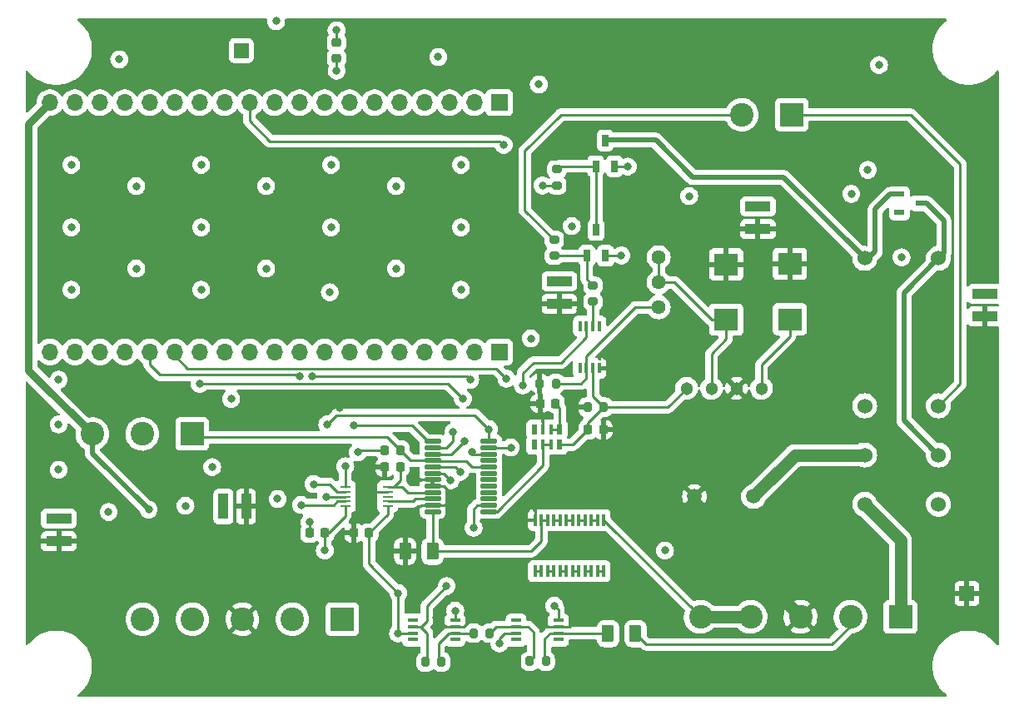
<source format=gbr>
%TF.GenerationSoftware,KiCad,Pcbnew,(6.0.9)*%
%TF.CreationDate,2022-12-07T15:22:28-05:00*%
%TF.ProjectId,Sensors,53656e73-6f72-4732-9e6b-696361645f70,rev?*%
%TF.SameCoordinates,Original*%
%TF.FileFunction,Copper,L1,Top*%
%TF.FilePolarity,Positive*%
%FSLAX46Y46*%
G04 Gerber Fmt 4.6, Leading zero omitted, Abs format (unit mm)*
G04 Created by KiCad (PCBNEW (6.0.9)) date 2022-12-07 15:22:28*
%MOMM*%
%LPD*%
G01*
G04 APERTURE LIST*
G04 Aperture macros list*
%AMRoundRect*
0 Rectangle with rounded corners*
0 $1 Rounding radius*
0 $2 $3 $4 $5 $6 $7 $8 $9 X,Y pos of 4 corners*
0 Add a 4 corners polygon primitive as box body*
4,1,4,$2,$3,$4,$5,$6,$7,$8,$9,$2,$3,0*
0 Add four circle primitives for the rounded corners*
1,1,$1+$1,$2,$3*
1,1,$1+$1,$4,$5*
1,1,$1+$1,$6,$7*
1,1,$1+$1,$8,$9*
0 Add four rect primitives between the rounded corners*
20,1,$1+$1,$2,$3,$4,$5,0*
20,1,$1+$1,$4,$5,$6,$7,0*
20,1,$1+$1,$6,$7,$8,$9,0*
20,1,$1+$1,$8,$9,$2,$3,0*%
G04 Aperture macros list end*
%TA.AperFunction,ComponentPad*%
%ADD10R,1.700000X1.700000*%
%TD*%
%TA.AperFunction,ComponentPad*%
%ADD11O,1.700000X1.700000*%
%TD*%
%TA.AperFunction,SMDPad,CuDef*%
%ADD12RoundRect,0.225000X-0.225000X-0.250000X0.225000X-0.250000X0.225000X0.250000X-0.225000X0.250000X0*%
%TD*%
%TA.AperFunction,SMDPad,CuDef*%
%ADD13RoundRect,0.200000X-0.200000X-0.275000X0.200000X-0.275000X0.200000X0.275000X-0.200000X0.275000X0*%
%TD*%
%TA.AperFunction,SMDPad,CuDef*%
%ADD14R,0.400000X1.100000*%
%TD*%
%TA.AperFunction,SMDPad,CuDef*%
%ADD15RoundRect,0.218750X-0.256250X0.218750X-0.256250X-0.218750X0.256250X-0.218750X0.256250X0.218750X0*%
%TD*%
%TA.AperFunction,SMDPad,CuDef*%
%ADD16R,2.590800X1.003300*%
%TD*%
%TA.AperFunction,SMDPad,CuDef*%
%ADD17R,2.489200X2.260600*%
%TD*%
%TA.AperFunction,ComponentPad*%
%ADD18R,1.500000X1.500000*%
%TD*%
%TA.AperFunction,ComponentPad*%
%ADD19C,1.524000*%
%TD*%
%TA.AperFunction,ComponentPad*%
%ADD20C,1.440000*%
%TD*%
%TA.AperFunction,SMDPad,CuDef*%
%ADD21RoundRect,0.020500X0.764500X0.184500X-0.764500X0.184500X-0.764500X-0.184500X0.764500X-0.184500X0*%
%TD*%
%TA.AperFunction,SMDPad,CuDef*%
%ADD22RoundRect,0.225000X0.225000X0.250000X-0.225000X0.250000X-0.225000X-0.250000X0.225000X-0.250000X0*%
%TD*%
%TA.AperFunction,SMDPad,CuDef*%
%ADD23R,0.650000X1.220000*%
%TD*%
%TA.AperFunction,SMDPad,CuDef*%
%ADD24RoundRect,0.200000X0.275000X-0.200000X0.275000X0.200000X-0.275000X0.200000X-0.275000X-0.200000X0*%
%TD*%
%TA.AperFunction,SMDPad,CuDef*%
%ADD25RoundRect,0.250000X0.375000X0.625000X-0.375000X0.625000X-0.375000X-0.625000X0.375000X-0.625000X0*%
%TD*%
%TA.AperFunction,ComponentPad*%
%ADD26C,1.303000*%
%TD*%
%TA.AperFunction,ComponentPad*%
%ADD27C,1.500000*%
%TD*%
%TA.AperFunction,ComponentPad*%
%ADD28R,2.400000X2.400000*%
%TD*%
%TA.AperFunction,ComponentPad*%
%ADD29C,2.400000*%
%TD*%
%TA.AperFunction,SMDPad,CuDef*%
%ADD30R,0.400000X1.200000*%
%TD*%
%TA.AperFunction,SMDPad,CuDef*%
%ADD31RoundRect,0.250000X-0.375000X-0.625000X0.375000X-0.625000X0.375000X0.625000X-0.375000X0.625000X0*%
%TD*%
%TA.AperFunction,SMDPad,CuDef*%
%ADD32R,1.100000X0.400000*%
%TD*%
%TA.AperFunction,SMDPad,CuDef*%
%ADD33RoundRect,0.200000X-0.275000X0.200000X-0.275000X-0.200000X0.275000X-0.200000X0.275000X0.200000X0*%
%TD*%
%TA.AperFunction,SMDPad,CuDef*%
%ADD34R,1.090000X0.610000*%
%TD*%
%TA.AperFunction,SMDPad,CuDef*%
%ADD35R,0.590000X1.000000*%
%TD*%
%TA.AperFunction,SMDPad,CuDef*%
%ADD36R,0.390000X1.000000*%
%TD*%
%TA.AperFunction,SMDPad,CuDef*%
%ADD37R,1.100000X0.250000*%
%TD*%
%TA.AperFunction,SMDPad,CuDef*%
%ADD38R,1.003300X2.590800*%
%TD*%
%TA.AperFunction,ViaPad*%
%ADD39C,0.800000*%
%TD*%
%TA.AperFunction,Conductor*%
%ADD40C,0.250000*%
%TD*%
%TA.AperFunction,Conductor*%
%ADD41C,0.500000*%
%TD*%
%TA.AperFunction,Conductor*%
%ADD42C,0.750000*%
%TD*%
%TA.AperFunction,Conductor*%
%ADD43C,1.250000*%
%TD*%
G04 APERTURE END LIST*
D10*
%TO.P,J2,1,Pin_1*%
%TO.N,GNDD*%
X156962000Y-93965000D03*
D11*
%TO.P,J2,2,Pin_2*%
%TO.N,/uC_SDO*%
X154422000Y-93965000D03*
%TO.P,J2,3,Pin_3*%
%TO.N,unconnected-(J2-Pad3)*%
X151882000Y-93965000D03*
%TO.P,J2,4,Pin_4*%
%TO.N,unconnected-(J2-Pad4)*%
X149342000Y-93965000D03*
%TO.P,J2,5,Pin_5*%
%TO.N,unconnected-(J2-Pad5)*%
X146802000Y-93965000D03*
%TO.P,J2,6,Pin_6*%
%TO.N,unconnected-(J2-Pad6)*%
X144262000Y-93965000D03*
%TO.P,J2,7,Pin_7*%
%TO.N,GNDD*%
X141722000Y-93965000D03*
%TO.P,J2,8,Pin_8*%
%TO.N,/uC_SDI*%
X139182000Y-93965000D03*
%TO.P,J2,9,Pin_9*%
%TO.N,/SCLK*%
X136642000Y-93965000D03*
%TO.P,J2,10,Pin_10*%
%TO.N,unconnected-(J2-Pad10)*%
X134102000Y-93965000D03*
%TO.P,J2,11,Pin_11*%
%TO.N,unconnected-(J2-Pad11)*%
X131562000Y-93965000D03*
%TO.P,J2,12,Pin_12*%
%TO.N,unconnected-(J2-Pad12)*%
X129022000Y-93965000D03*
%TO.P,J2,13,Pin_13*%
%TO.N,/CONVST\u002A*%
X126482000Y-93965000D03*
%TO.P,J2,14,Pin_14*%
%TO.N,/CS0*%
X123942000Y-93965000D03*
%TO.P,J2,15,Pin_15*%
%TO.N,/CS1*%
X121402000Y-93965000D03*
%TO.P,J2,16,Pin_16*%
%TO.N,unconnected-(J2-Pad16)*%
X118862000Y-93965000D03*
%TO.P,J2,17,Pin_17*%
%TO.N,unconnected-(J2-Pad17)*%
X116322000Y-93965000D03*
%TO.P,J2,18,Pin_18*%
%TO.N,unconnected-(J2-Pad18)*%
X113782000Y-93965000D03*
%TO.P,J2,19,Pin_19*%
%TO.N,unconnected-(J2-Pad19)*%
X111242000Y-93965000D03*
%TD*%
D12*
%TO.P,C17,1*%
%TO.N,/Sens_Vout*%
X165976000Y-101854000D03*
%TO.P,C17,2*%
%TO.N,GNDA*%
X167526000Y-101854000D03*
%TD*%
D13*
%TO.P,R13,1*%
%TO.N,Net-(R13-Pad1)*%
X154343600Y-122555000D03*
%TO.P,R13,2*%
%TO.N,Net-(R12-Pad1)*%
X155993600Y-122555000D03*
%TD*%
D14*
%TO.P,U8,1*%
%TO.N,N/C*%
X165179000Y-95624400D03*
%TO.P,U8,2,-*%
%TO.N,Net-(R4-Pad2)*%
X165829000Y-95624400D03*
%TO.P,U8,3,+*%
%TO.N,/Sens_Vout*%
X166479000Y-95624400D03*
%TO.P,U8,4,V-*%
%TO.N,GNDA*%
X167129000Y-95624400D03*
%TO.P,U8,5*%
%TO.N,N/C*%
X167129000Y-91324400D03*
%TO.P,U8,6*%
%TO.N,Net-(R2-Pad2)*%
X166479000Y-91324400D03*
%TO.P,U8,7,V+*%
%TO.N,+15V*%
X165829000Y-91324400D03*
%TO.P,U8,8*%
%TO.N,N/C*%
X165179000Y-91324400D03*
%TD*%
D15*
%TO.P,D1,2,A*%
%TO.N,+3V3*%
X140411200Y-64084300D03*
%TO.P,D1,1,K*%
%TO.N,Net-(D1-Pad1)*%
X140411200Y-62509300D03*
%TD*%
D16*
%TO.P,L1,1,1*%
%TO.N,GNDA*%
X112166400Y-113214150D03*
%TO.P,L1,2,2*%
%TO.N,GNDD*%
X112166400Y-110915450D03*
%TD*%
D12*
%TO.P,C20,1*%
%TO.N,GNDA*%
X161099200Y-99187000D03*
%TO.P,C20,2*%
%TO.N,Net-(C20-Pad2)*%
X162649200Y-99187000D03*
%TD*%
D17*
%TO.P,C18,1*%
%TO.N,+15V*%
X180047800Y-90680400D03*
%TO.P,C18,2*%
%TO.N,GNDA*%
X180047800Y-85041600D03*
%TD*%
D18*
%TO.P,TP2,1,1*%
%TO.N,GNDA*%
X204520800Y-118516400D03*
%TD*%
D19*
%TO.P,U4,1,+*%
%TO.N,+5V*%
X201620000Y-84440000D03*
%TO.P,U4,2,-*%
%TO.N,Net-(D3-Pad2)*%
X194120000Y-84440000D03*
%TO.P,U4,3*%
%TO.N,/C_SW_A*%
X201620000Y-99440000D03*
%TO.P,U4,4*%
%TO.N,+5V*%
X201620000Y-104440000D03*
%TO.P,U4,5*%
%TO.N,unconnected-(U4-Pad5)*%
X201620000Y-109440000D03*
%TO.P,U4,6*%
%TO.N,unconnected-(U4-Pad6)*%
X194120000Y-99440000D03*
%TO.P,U4,7*%
%TO.N,Net-(U1-Pad5)*%
X194120000Y-104440000D03*
%TO.P,U4,8*%
%TO.N,/Unit_OH*%
X194120000Y-109440000D03*
%TD*%
D12*
%TO.P,C11,1*%
%TO.N,GNDA*%
X142163400Y-112372000D03*
%TO.P,C11,2*%
%TO.N,+5VA*%
X143713400Y-112372000D03*
%TD*%
D16*
%TO.P,L5,1,1*%
%TO.N,GNDA*%
X206375000Y-90354150D03*
%TO.P,L5,2,2*%
%TO.N,GNDD*%
X206375000Y-88055450D03*
%TD*%
%TO.P,L4,1,1*%
%TO.N,GNDA*%
X183261000Y-81464150D03*
%TO.P,L4,2,2*%
%TO.N,GNDD*%
X183261000Y-79165450D03*
%TD*%
D20*
%TO.P,RV1,1,1*%
%TO.N,+15V*%
X173164400Y-84330400D03*
%TO.P,RV1,2,2*%
X173164400Y-86870400D03*
%TO.P,RV1,3,3*%
%TO.N,Net-(R4-Pad2)*%
X173164400Y-89410400D03*
%TD*%
D21*
%TO.P,U2,1,IN1*%
%TO.N,/HighCurr_Vout*%
X155918200Y-110201600D03*
%TO.P,U2,2,IN2*%
%TO.N,/LowCurr_Vout*%
X155918200Y-109551600D03*
%TO.P,U2,3,IN3*%
%TO.N,unconnected-(U2-Pad3)*%
X155918200Y-108901600D03*
%TO.P,U2,4*%
%TO.N,N/C*%
X155918200Y-108251600D03*
%TO.P,U2,5*%
X155918200Y-107601600D03*
%TO.P,U2,6*%
X155918200Y-106951600D03*
%TO.P,U2,7*%
X155918200Y-106301600D03*
%TO.P,U2,8,~{RESET}*%
%TO.N,+3V3*%
X155918200Y-105651600D03*
%TO.P,U2,9,EOC/~{INT/CDI}*%
%TO.N,/CONV_LIVE*%
X155918200Y-105001600D03*
%TO.P,U2,10,SCLK*%
%TO.N,/SCLK*%
X155918200Y-104351600D03*
%TO.P,U2,11,FS/~{CS}*%
%TO.N,/CS0*%
X155918200Y-103701600D03*
%TO.P,U2,12,SDI*%
%TO.N,/uC_SDO*%
X155918200Y-103051600D03*
%TO.P,U2,13,SDO*%
%TO.N,/uC_SDI*%
X150178200Y-103051600D03*
%TO.P,U2,14,DGND*%
%TO.N,GNDD*%
X150178200Y-103701600D03*
%TO.P,U2,15,~{CONVST}*%
%TO.N,/CONVST\u002A*%
X150178200Y-104351600D03*
%TO.P,U2,16,VBD*%
%TO.N,+3V3*%
X150178200Y-105001600D03*
%TO.P,U2,17,VA*%
%TO.N,+5VA*%
X150178200Y-105651600D03*
%TO.P,U2,18,REF+*%
%TO.N,/+4.096V*%
X150178200Y-106301600D03*
%TO.P,U2,19,REF-*%
%TO.N,GNDA*%
X150178200Y-106951600D03*
%TO.P,U2,20,AGND*%
X150178200Y-107601600D03*
%TO.P,U2,21,ADCIN*%
%TO.N,/PGAtoADC*%
X150178200Y-108251600D03*
%TO.P,U2,22,MUXOUT*%
%TO.N,/MUXtoPGA*%
X150178200Y-108901600D03*
%TO.P,U2,23,COM*%
%TO.N,GNDA*%
X150178200Y-109551600D03*
%TO.P,U2,24,IN0*%
%TO.N,/PS_DIV*%
X150178200Y-110201600D03*
%TD*%
D22*
%TO.P,C16,2*%
%TO.N,GNDD*%
X145325800Y-103936800D03*
%TO.P,C16,1*%
%TO.N,+3V3*%
X146875800Y-103936800D03*
%TD*%
D16*
%TO.P,L3,1,1*%
%TO.N,GNDA*%
X163068000Y-89084150D03*
%TO.P,L3,2,2*%
%TO.N,GNDD*%
X163068000Y-86785450D03*
%TD*%
D23*
%TO.P,Q1,1,B*%
%TO.N,Net-(Q1-Pad1)*%
X165864400Y-84167200D03*
%TO.P,Q1,2,E*%
%TO.N,GNDD*%
X167764400Y-84167200D03*
%TO.P,Q1,3,C*%
%TO.N,Net-(Q1-Pad3)*%
X166814400Y-81547200D03*
%TD*%
D24*
%TO.P,R1,1*%
%TO.N,Net-(Q1-Pad1)*%
X162547200Y-84190200D03*
%TO.P,R1,2*%
%TO.N,/C_SW_B*%
X162547200Y-82540200D03*
%TD*%
D25*
%TO.P,D5,1,A1*%
%TO.N,/PS_DIV*%
X150193200Y-114223800D03*
%TO.P,D5,2,A2*%
%TO.N,GNDA*%
X147393200Y-114223800D03*
%TD*%
D26*
%TO.P,U1,1,-Vcc*%
%TO.N,-15V*%
X183625400Y-97663400D03*
%TO.P,U1,2,GND*%
%TO.N,GNDA*%
X181085400Y-97663400D03*
%TO.P,U1,3,+Vcc*%
%TO.N,+15V*%
X178545400Y-97663400D03*
%TO.P,U1,4,Vout*%
%TO.N,/Sens_Vout*%
X176005400Y-97663400D03*
D27*
%TO.P,U1,5,+I*%
%TO.N,Net-(U1-Pad5)*%
X182815400Y-108663400D03*
%TO.P,U1,6,-I*%
%TO.N,GNDA*%
X176815400Y-108663400D03*
%TD*%
D10*
%TO.P,J1,1,Pin_1*%
%TO.N,/uC_3V3*%
X156962000Y-68605000D03*
D11*
%TO.P,J1,2,Pin_2*%
%TO.N,unconnected-(J1-Pad2)*%
X154422000Y-68605000D03*
%TO.P,J1,3,Pin_3*%
%TO.N,unconnected-(J1-Pad3)*%
X151882000Y-68605000D03*
%TO.P,J1,4,Pin_4*%
%TO.N,unconnected-(J1-Pad4)*%
X149342000Y-68605000D03*
%TO.P,J1,5,Pin_5*%
%TO.N,unconnected-(J1-Pad5)*%
X146802000Y-68605000D03*
%TO.P,J1,6,Pin_6*%
%TO.N,unconnected-(J1-Pad6)*%
X144262000Y-68605000D03*
%TO.P,J1,7,Pin_7*%
%TO.N,unconnected-(J1-Pad7)*%
X141722000Y-68605000D03*
%TO.P,J1,8,Pin_8*%
%TO.N,unconnected-(J1-Pad8)*%
X139182000Y-68605000D03*
%TO.P,J1,9,Pin_9*%
%TO.N,unconnected-(J1-Pad9)*%
X136642000Y-68605000D03*
%TO.P,J1,10,Pin_10*%
%TO.N,/Debug_LED*%
X134102000Y-68605000D03*
%TO.P,J1,11,Pin_11*%
%TO.N,/CurrentIO_1*%
X131562000Y-68605000D03*
%TO.P,J1,12,Pin_12*%
%TO.N,unconnected-(J1-Pad12)*%
X129022000Y-68605000D03*
%TO.P,J1,13,Pin_13*%
%TO.N,unconnected-(J1-Pad13)*%
X126482000Y-68605000D03*
%TO.P,J1,14,Pin_14*%
%TO.N,GNDD*%
X123942000Y-68605000D03*
%TO.P,J1,15,Pin_15*%
%TO.N,unconnected-(J1-Pad15)*%
X121402000Y-68605000D03*
%TO.P,J1,16,Pin_16*%
%TO.N,unconnected-(J1-Pad16)*%
X118862000Y-68605000D03*
%TO.P,J1,17,Pin_17*%
%TO.N,unconnected-(J1-Pad17)*%
X116322000Y-68605000D03*
%TO.P,J1,18,Pin_18*%
%TO.N,unconnected-(J1-Pad18)*%
X113782000Y-68605000D03*
%TO.P,J1,19,Pin_19*%
%TO.N,+5V*%
X111242000Y-68605000D03*
%TD*%
D13*
%TO.P,R12,1*%
%TO.N,Net-(R12-Pad1)*%
X160058600Y-125425200D03*
%TO.P,R12,2*%
%TO.N,Net-(F1-Pad1)*%
X161708600Y-125425200D03*
%TD*%
D28*
%TO.P,J5,1,Pin_1*%
%TO.N,+3V3*%
X125730000Y-102297100D03*
D29*
%TO.P,J5,2,Pin_2*%
%TO.N,GNDD*%
X120650000Y-102297100D03*
%TO.P,J5,3,Pin_3*%
%TO.N,+5V*%
X115570000Y-102297100D03*
%TD*%
D30*
%TO.P,RN1,1,R1.1*%
%TO.N,/PS*%
X167576500Y-111065000D03*
%TO.P,RN1,2,R2.1*%
%TO.N,Net-(RN1-Pad2)*%
X166941500Y-111065000D03*
%TO.P,RN1,3,R3.1*%
X166306500Y-111065000D03*
%TO.P,RN1,4,R4.1*%
%TO.N,Net-(RN1-Pad4)*%
X165671500Y-111065000D03*
%TO.P,RN1,5,R5.1*%
X165036500Y-111065000D03*
%TO.P,RN1,6,R6.1*%
%TO.N,Net-(RN1-Pad6)*%
X164401500Y-111065000D03*
%TO.P,RN1,7,R7.1*%
X163766500Y-111065000D03*
%TO.P,RN1,8,R8.1*%
%TO.N,Net-(RN1-Pad8)*%
X163131500Y-111065000D03*
%TO.P,RN1,9,R9.1*%
X162496500Y-111065000D03*
%TO.P,RN1,10,R10.1*%
%TO.N,/PS_DIV*%
X161861500Y-111065000D03*
%TO.P,RN1,11,R11.1*%
X161226500Y-111065000D03*
%TO.P,RN1,12,R12.1*%
%TO.N,GNDA*%
X160591500Y-111065000D03*
%TO.P,RN1,13,R12.2*%
%TO.N,Net-(RN1-Pad13)*%
X160591500Y-116265000D03*
%TO.P,RN1,14,R11.2*%
X161226500Y-116265000D03*
%TO.P,RN1,15,R10.2*%
%TO.N,Net-(RN1-Pad15)*%
X161861500Y-116265000D03*
%TO.P,RN1,16,R9.2*%
X162496500Y-116265000D03*
%TO.P,RN1,17,R8.2*%
%TO.N,Net-(RN1-Pad17)*%
X163131500Y-116265000D03*
%TO.P,RN1,18,R7.2*%
X163766500Y-116265000D03*
%TO.P,RN1,19,R6.2*%
%TO.N,Net-(RN1-Pad19)*%
X164401500Y-116265000D03*
%TO.P,RN1,20,R5.2*%
X165036500Y-116265000D03*
%TO.P,RN1,21,R4.2*%
%TO.N,Net-(RN1-Pad21)*%
X165671500Y-116265000D03*
%TO.P,RN1,22,R3.2*%
X166306500Y-116265000D03*
%TO.P,RN1,23,R2.2*%
%TO.N,Net-(RN1-Pad23)*%
X166941500Y-116265000D03*
%TO.P,RN1,24,R1.2*%
X167576500Y-116265000D03*
%TD*%
D28*
%TO.P,J4,1,Pin_1*%
%TO.N,-5VA*%
X140982600Y-121143900D03*
D29*
%TO.P,J4,2,Pin_2*%
%TO.N,+5VA*%
X135902600Y-121143900D03*
%TO.P,J4,3,Pin_3*%
%TO.N,GNDA*%
X130822600Y-121143900D03*
%TO.P,J4,4,Pin_4*%
%TO.N,+15V*%
X125742600Y-121143900D03*
%TO.P,J4,5,Pin_5*%
%TO.N,-15V*%
X120662600Y-121143900D03*
%TD*%
D13*
%TO.P,R14,1*%
%TO.N,/LowCurr_Vout*%
X149441400Y-125501400D03*
%TO.P,R14,2*%
%TO.N,Net-(R13-Pad1)*%
X151091400Y-125501400D03*
%TD*%
D23*
%TO.P,Q2,1,B*%
%TO.N,Net-(Q1-Pad3)*%
X166766200Y-75071600D03*
%TO.P,Q2,2,E*%
%TO.N,GNDD*%
X168666200Y-75071600D03*
%TO.P,Q2,3,C*%
%TO.N,Net-(D3-Pad2)*%
X167716200Y-72451600D03*
%TD*%
D22*
%TO.P,C14,1*%
%TO.N,+5V*%
X139217600Y-112372000D03*
%TO.P,C14,2*%
%TO.N,GNDD*%
X137667600Y-112372000D03*
%TD*%
D28*
%TO.P,J3,1,Pin_1*%
%TO.N,/Unit_OH*%
X197751600Y-120906400D03*
D29*
%TO.P,J3,2,Pin_2*%
%TO.N,/Unit_OL*%
X192671600Y-120906400D03*
%TO.P,J3,3,Pin_3*%
%TO.N,GNDA*%
X187591600Y-120906400D03*
%TO.P,J3,4,Pin_4*%
%TO.N,/PS*%
X182511600Y-120906400D03*
%TO.P,J3,5,Pin_5*%
X177431600Y-120906400D03*
%TD*%
D31*
%TO.P,F1,1*%
%TO.N,Net-(F1-Pad1)*%
X168018000Y-122605800D03*
%TO.P,F1,2*%
%TO.N,/Unit_OL*%
X170818000Y-122605800D03*
%TD*%
D17*
%TO.P,C19,1*%
%TO.N,GNDA*%
X186499400Y-84990800D03*
%TO.P,C19,2*%
%TO.N,-15V*%
X186499400Y-90629600D03*
%TD*%
D32*
%TO.P,U6,1*%
%TO.N,N/C*%
X162969600Y-123223400D03*
%TO.P,U6,2,-*%
%TO.N,Net-(F1-Pad1)*%
X162969600Y-122573400D03*
%TO.P,U6,3,+*%
%TO.N,GNDA*%
X162969600Y-121923400D03*
%TO.P,U6,4,V-*%
%TO.N,-5VA*%
X162969600Y-121273400D03*
%TO.P,U6,5*%
%TO.N,N/C*%
X158669600Y-121273400D03*
%TO.P,U6,6*%
%TO.N,Net-(R12-Pad1)*%
X158669600Y-121923400D03*
%TO.P,U6,7,V+*%
%TO.N,+5VA*%
X158669600Y-122573400D03*
%TO.P,U6,8*%
%TO.N,N/C*%
X158669600Y-123223400D03*
%TD*%
D13*
%TO.P,R5,1*%
%TO.N,GNDA*%
X165926000Y-99568000D03*
%TO.P,R5,2*%
%TO.N,/Sens_Vout*%
X167576000Y-99568000D03*
%TD*%
D33*
%TO.P,R2,1*%
%TO.N,Net-(Q1-Pad1)*%
X166497000Y-87186000D03*
%TO.P,R2,2*%
%TO.N,Net-(R2-Pad2)*%
X166497000Y-88836000D03*
%TD*%
D22*
%TO.P,C15,1*%
%TO.N,/PGAtoADC*%
X146875800Y-105664000D03*
%TO.P,C15,2*%
%TO.N,GNDA*%
X145325800Y-105664000D03*
%TD*%
D32*
%TO.P,U7,1*%
%TO.N,N/C*%
X152467200Y-123225200D03*
%TO.P,U7,2,-*%
%TO.N,Net-(R13-Pad1)*%
X152467200Y-122575200D03*
%TO.P,U7,3,+*%
%TO.N,GNDA*%
X152467200Y-121925200D03*
%TO.P,U7,4,V-*%
%TO.N,-5VA*%
X152467200Y-121275200D03*
%TO.P,U7,5*%
%TO.N,N/C*%
X148167200Y-121275200D03*
%TO.P,U7,6*%
%TO.N,/LowCurr_Vout*%
X148167200Y-121925200D03*
%TO.P,U7,7,V+*%
%TO.N,+5VA*%
X148167200Y-122575200D03*
%TO.P,U7,8*%
%TO.N,N/C*%
X148167200Y-123225200D03*
%TD*%
D34*
%TO.P,D3,1,K*%
%TO.N,+5V*%
X199792000Y-78833600D03*
%TO.P,D3,2,A*%
%TO.N,Net-(D3-Pad2)*%
X197652000Y-77918600D03*
%TO.P,D3,3*%
%TO.N,N/C*%
X197652000Y-79748600D03*
%TD*%
D18*
%TO.P,TP1,1,1*%
%TO.N,GNDD*%
X130708400Y-63296800D03*
%TD*%
D35*
%TO.P,RN2,1,R1.1*%
%TO.N,Net-(C20-Pad2)*%
X163098000Y-101831000D03*
D36*
%TO.P,RN2,2,R2.1*%
X162198000Y-101831000D03*
%TO.P,RN2,3,R3.1*%
%TO.N,GNDA*%
X161398000Y-101831000D03*
D35*
%TO.P,RN2,4,R4.1*%
%TO.N,unconnected-(RN2-Pad4)*%
X160498000Y-101831000D03*
%TO.P,RN2,5,R4.2*%
%TO.N,unconnected-(RN2-Pad5)*%
X160498000Y-103401000D03*
D36*
%TO.P,RN2,6,R3.2*%
%TO.N,/HighCurr_Vout*%
X161398000Y-103401000D03*
%TO.P,RN2,7,R2.2*%
X162198000Y-103401000D03*
D35*
%TO.P,RN2,8,R1.2*%
%TO.N,/Sens_Vout*%
X163098000Y-103401000D03*
%TD*%
D24*
%TO.P,R3,1*%
%TO.N,/CurrentIO_1*%
X162814000Y-77025000D03*
%TO.P,R3,2*%
%TO.N,Net-(Q1-Pad3)*%
X162814000Y-75375000D03*
%TD*%
D28*
%TO.P,J6,1,1*%
%TO.N,/C_SW_A*%
X186702600Y-69827000D03*
D29*
%TO.P,J6,2,2*%
%TO.N,/C_SW_B*%
X181622600Y-69827000D03*
%TD*%
D37*
%TO.P,U3,1,AVDD*%
%TO.N,+5VA*%
X145596400Y-109663600D03*
%TO.P,U3,2,CH1*%
%TO.N,/MUXtoPGA*%
X145596400Y-109163600D03*
%TO.P,U3,3,CH0/VCAL*%
%TO.N,unconnected-(U3-Pad3)*%
X145596400Y-108663600D03*
%TO.P,U3,4,VREF*%
%TO.N,GNDA*%
X145596400Y-108163600D03*
%TO.P,U3,5,VOUT*%
%TO.N,/PGAtoADC*%
X145596400Y-107663600D03*
%TO.P,U3,6,GND*%
%TO.N,GNDD*%
X141296400Y-107663600D03*
%TO.P,U3,7,SCLK*%
%TO.N,/SCLK*%
X141296400Y-108163600D03*
%TO.P,U3,8,DIO*%
%TO.N,/uC_SDO*%
X141296400Y-108663600D03*
%TO.P,U3,9,~{CS}*%
%TO.N,/CS1*%
X141296400Y-109163600D03*
%TO.P,U3,10,DVDD*%
%TO.N,+5V*%
X141296400Y-109663600D03*
%TD*%
D38*
%TO.P,L2,1,1*%
%TO.N,GNDA*%
X131203700Y-109677200D03*
%TO.P,L2,2,2*%
%TO.N,GNDD*%
X128905000Y-109677200D03*
%TD*%
D13*
%TO.P,R4,1*%
%TO.N,GNDA*%
X161049200Y-97155000D03*
%TO.P,R4,2*%
%TO.N,Net-(R4-Pad2)*%
X162699200Y-97155000D03*
%TD*%
D39*
%TO.N,GNDA*%
X206375000Y-90347800D03*
%TO.N,GNDD*%
X206375000Y-88061800D03*
X192760600Y-77876400D03*
%TO.N,GNDA*%
X192760600Y-80213200D03*
%TO.N,GNDD*%
X183286400Y-79171800D03*
%TO.N,GNDA*%
X183261000Y-81457800D03*
%TO.N,GNDD*%
X163068000Y-86741000D03*
%TO.N,GNDA*%
X163042600Y-89077800D03*
%TO.N,GNDD*%
X160172400Y-92583000D03*
%TO.N,GNDA*%
X162534600Y-92583000D03*
%TO.N,GNDD*%
X129692400Y-98729800D03*
%TO.N,GNDA*%
X132003800Y-98729800D03*
X131165600Y-109677200D03*
%TO.N,GNDD*%
X128930400Y-109677200D03*
X125044200Y-109601000D03*
%TO.N,GNDA*%
X125018800Y-111937800D03*
X112166400Y-113207800D03*
%TO.N,GNDD*%
X112166400Y-110915450D03*
%TO.N,+3V3*%
X140411200Y-65354200D03*
%TO.N,Net-(D1-Pad1)*%
X140411200Y-61239400D03*
%TO.N,+5V*%
X121297700Y-109994700D03*
X173809800Y-114150000D03*
X139215000Y-114150000D03*
%TO.N,+15V*%
X159362000Y-97355800D03*
X134416800Y-108915200D03*
%TO.N,GNDA*%
X141097000Y-85826600D03*
X167640000Y-104013000D03*
X195351400Y-95910400D03*
X148234400Y-106934000D03*
X178308000Y-81788000D03*
X120650000Y-114427000D03*
X134366000Y-111633000D03*
X164211000Y-106680000D03*
X163957000Y-95885000D03*
X138049000Y-123367800D03*
X146431000Y-116205000D03*
X165227000Y-89662000D03*
X145338800Y-119684800D03*
X205232000Y-114554000D03*
X155524200Y-126314200D03*
X183261000Y-87757000D03*
X154292800Y-120954800D03*
X198120000Y-104495600D03*
X133273800Y-123571000D03*
X168910000Y-89408000D03*
X176149000Y-114935000D03*
X152857200Y-109067600D03*
X145364200Y-126746000D03*
X187731400Y-117906800D03*
X194589400Y-124815600D03*
X164566600Y-121386600D03*
X160782000Y-108331000D03*
X184937400Y-122123200D03*
X145364200Y-123342400D03*
X187579000Y-124968000D03*
X164465000Y-99568000D03*
X161239200Y-121386600D03*
X173101000Y-92964000D03*
X115595400Y-121132600D03*
X179984400Y-118110000D03*
X140716000Y-99644200D03*
X172974000Y-101701600D03*
X176225200Y-105689400D03*
X123037600Y-123367800D03*
X145872200Y-112623600D03*
X200685400Y-95910400D03*
X195224400Y-91109800D03*
X152958800Y-83947000D03*
X170688000Y-118110000D03*
X143383000Y-107721400D03*
X142113000Y-111125000D03*
X127939800Y-123520200D03*
X200660000Y-91821000D03*
X174244000Y-110591600D03*
X150584400Y-120980200D03*
X113030000Y-117729000D03*
X132994400Y-86868000D03*
X133096000Y-105918000D03*
X161417000Y-100457000D03*
X143230600Y-91389200D03*
X201777600Y-119888000D03*
X180060600Y-110312200D03*
X157861000Y-107569000D03*
X123063000Y-118440200D03*
X194233800Y-117881400D03*
X157099000Y-99695000D03*
X148285200Y-110261400D03*
X110058200Y-121081800D03*
X180314600Y-125171200D03*
X189865000Y-115062000D03*
X189992000Y-91186000D03*
X168910000Y-106680000D03*
X198678800Y-110820200D03*
X128270000Y-118541800D03*
%TO.N,/CONVST\u002A*%
X126492000Y-97205800D03*
X153260078Y-98704400D03*
X153416000Y-102997000D03*
%TO.N,/uC_SDI*%
X142125600Y-101409600D03*
%TO.N,/uC_SDO*%
X139463600Y-101318000D03*
X139331600Y-108663600D03*
X155918200Y-101816200D03*
%TO.N,/SCLK*%
X154178000Y-104140000D03*
X154000200Y-96799400D03*
X137972800Y-96455900D03*
X138061600Y-107393600D03*
%TO.N,/CS0*%
X157683200Y-96672400D03*
X158127600Y-103685200D03*
%TO.N,/CS1*%
X136791600Y-109527200D03*
X136702800Y-96455900D03*
%TO.N,/LowCurr_Vout*%
X151599900Y-117767100D03*
X154343000Y-111838600D03*
%TO.N,+5VA*%
X146685000Y-118491000D03*
X152978400Y-106171000D03*
X146659600Y-122580400D03*
X156985200Y-123596400D03*
%TO.N,/+4.096V*%
X152019000Y-107010200D03*
%TO.N,-5VA*%
X152476200Y-120269000D03*
X162560000Y-119761000D03*
%TO.N,GNDD*%
X153060400Y-87630000D03*
X150749000Y-63957200D03*
X113436400Y-81280000D03*
X139852400Y-81280000D03*
X197866000Y-84328000D03*
X170028400Y-75101000D03*
X126644400Y-74930000D03*
X142570200Y-104165400D03*
X194437000Y-75438000D03*
X126644400Y-87630000D03*
X113436400Y-87630000D03*
X127762000Y-105664000D03*
X112141000Y-96774000D03*
X153060400Y-74930000D03*
X176276000Y-78105000D03*
X112141000Y-105943400D03*
X133248400Y-85471000D03*
X153060400Y-81280000D03*
X152273000Y-102108000D03*
X133248400Y-77089000D03*
X169378400Y-84141000D03*
X137668000Y-111252000D03*
X112141000Y-101320600D03*
X195580000Y-64770000D03*
X120040400Y-85471000D03*
X117221000Y-110236000D03*
X164338000Y-81153000D03*
X139852400Y-74930000D03*
X113436400Y-74930000D03*
X160985200Y-66751200D03*
X139725400Y-87884000D03*
X134264400Y-60299600D03*
X126644400Y-81280000D03*
X120040400Y-77089000D03*
X118313200Y-64211200D03*
X141296400Y-105591600D03*
X146456400Y-77089000D03*
X146456400Y-85471000D03*
%TO.N,/CurrentIO_1*%
X161354000Y-77025000D03*
X157403800Y-72898000D03*
%TD*%
D40*
%TO.N,+5VA*%
X152459000Y-105651600D02*
X150178200Y-105651600D01*
X152978400Y-106171000D02*
X152459000Y-105651600D01*
%TO.N,GNDD*%
X169378400Y-84141000D02*
X169352200Y-84167200D01*
X169352200Y-84167200D02*
X167764400Y-84167200D01*
X168695600Y-75101000D02*
X168666200Y-75071600D01*
X170028400Y-75101000D02*
X168695600Y-75101000D01*
%TO.N,+3V3*%
X140411200Y-64084300D02*
X140411200Y-65354200D01*
%TO.N,Net-(D1-Pad1)*%
X140411200Y-61239400D02*
X140411200Y-62509300D01*
%TO.N,GNDD*%
X142798800Y-103936800D02*
X142570200Y-104165400D01*
X145325800Y-103936800D02*
X142798800Y-103936800D01*
%TO.N,+3V3*%
X126074300Y-102641400D02*
X125730000Y-102297100D01*
X145567400Y-102641400D02*
X126074300Y-102641400D01*
X147927600Y-105001600D02*
X145567400Y-102641400D01*
X150178200Y-105001600D02*
X147927600Y-105001600D01*
%TO.N,/uC_SDI*%
X149660600Y-103051600D02*
X150178200Y-103051600D01*
X142163600Y-101447600D02*
X148056600Y-101447600D01*
X148056600Y-101447600D02*
X149660600Y-103051600D01*
X142125600Y-101409600D02*
X142163600Y-101447600D01*
%TO.N,GNDA*%
X148252000Y-106951600D02*
X150178200Y-106951600D01*
X148234400Y-106934000D02*
X148252000Y-106951600D01*
%TO.N,/PGAtoADC*%
X146234800Y-107663600D02*
X145596400Y-107663600D01*
X146875800Y-107022600D02*
X146234800Y-107663600D01*
X146875800Y-105664000D02*
X146875800Y-107022600D01*
X147109800Y-107663600D02*
X147697800Y-108251600D01*
X145596400Y-107663600D02*
X147109800Y-107663600D01*
X147697800Y-108251600D02*
X150178200Y-108251600D01*
%TO.N,/uC_SDO*%
X140400800Y-100380800D02*
X139463600Y-101318000D01*
X154482800Y-100380800D02*
X140400800Y-100380800D01*
X155918200Y-101816200D02*
X154482800Y-100380800D01*
%TO.N,+5V*%
X139596000Y-112372000D02*
X141296400Y-110671600D01*
D41*
X201620000Y-104440000D02*
X198124000Y-100944000D01*
X115570000Y-104267000D02*
X121297700Y-109994700D01*
X198124000Y-100944000D02*
X198124000Y-87936000D01*
X115570000Y-102297100D02*
X115570000Y-104267000D01*
D42*
X109093000Y-70754000D02*
X111242000Y-68605000D01*
X109093000Y-95820100D02*
X109093000Y-70754000D01*
D41*
X200423400Y-78833600D02*
X199792000Y-78833600D01*
X202162000Y-83898000D02*
X202162000Y-80572200D01*
D40*
X141296400Y-110671600D02*
X141296400Y-109663600D01*
X139217600Y-114147400D02*
X139215000Y-114150000D01*
D42*
X115570000Y-102297100D02*
X109093000Y-95820100D01*
D41*
X202162000Y-80572200D02*
X200423400Y-78833600D01*
X201620000Y-84440000D02*
X202162000Y-83898000D01*
D40*
X139217600Y-112372000D02*
X139217600Y-114147400D01*
D41*
X198124000Y-87936000D02*
X201620000Y-84440000D01*
D40*
X139217600Y-112372000D02*
X139596000Y-112372000D01*
%TO.N,+15V*%
X180047800Y-92621200D02*
X180047800Y-90680400D01*
X178545400Y-97663400D02*
X178545400Y-94123600D01*
X163220400Y-95046800D02*
X160426400Y-95046800D01*
X165829000Y-91324400D02*
X165829000Y-92438200D01*
X173164400Y-86870400D02*
X173164400Y-84330400D01*
X180047800Y-90680400D02*
X178539000Y-90680400D01*
X178545400Y-94123600D02*
X180047800Y-92621200D01*
X178539000Y-90680400D02*
X174729000Y-86870400D01*
X159362000Y-96111200D02*
X159362000Y-97355800D01*
X165829000Y-92438200D02*
X163220400Y-95046800D01*
X160426400Y-95046800D02*
X159362000Y-96111200D01*
X174729000Y-86870400D02*
X173164400Y-86870400D01*
%TO.N,-15V*%
X186499400Y-92367200D02*
X186499400Y-90629600D01*
X183625400Y-95241200D02*
X186499400Y-92367200D01*
X183625400Y-97663400D02*
X183625400Y-95241200D01*
%TO.N,GNDA*%
X151325200Y-107601600D02*
X150178200Y-107601600D01*
X151892000Y-108168400D02*
X151325200Y-107601600D01*
X150178200Y-109551600D02*
X151357200Y-109551600D01*
X151529400Y-121925200D02*
X152467200Y-121925200D01*
X164055200Y-121898000D02*
X161750600Y-121898000D01*
X153322400Y-121925200D02*
X152467200Y-121925200D01*
X160591500Y-111065000D02*
X160591500Y-108521500D01*
X148995000Y-109551600D02*
X148285200Y-110261400D01*
X143825200Y-108163600D02*
X145596400Y-108163600D01*
X161750600Y-121898000D02*
X161239200Y-121386600D01*
X151357200Y-109551600D02*
X151892000Y-109016800D01*
X161417000Y-101812000D02*
X161398000Y-101831000D01*
X160591500Y-108521500D02*
X160782000Y-108331000D01*
X154292800Y-120954800D02*
X153322400Y-121925200D01*
X143383000Y-107721400D02*
X143825200Y-108163600D01*
X150178200Y-109551600D02*
X148995000Y-109551600D01*
X161417000Y-100457000D02*
X161417000Y-101812000D01*
D43*
X176815400Y-110130200D02*
X176815400Y-108663400D01*
D40*
X150584400Y-120980200D02*
X151529400Y-121925200D01*
X151892000Y-109016800D02*
X151892000Y-108168400D01*
X164566600Y-121386600D02*
X164055200Y-121898000D01*
D43*
X187591600Y-120906400D02*
X176815400Y-110130200D01*
D40*
%TO.N,/CONVST\u002A*%
X126517400Y-97180400D02*
X151736078Y-97180400D01*
X153416000Y-102997000D02*
X152061400Y-104351600D01*
X151736078Y-97180400D02*
X153260078Y-98704400D01*
X152061400Y-104351600D02*
X150178200Y-104351600D01*
X126492000Y-97205800D02*
X126517400Y-97180400D01*
%TO.N,/uC_SDO*%
X139331600Y-108663600D02*
X141296400Y-108663600D01*
X155918200Y-101816200D02*
X155918200Y-103051600D01*
%TO.N,/SCLK*%
X153644600Y-96443800D02*
X154000200Y-96799400D01*
X137972800Y-96455900D02*
X137984900Y-96443800D01*
X138061600Y-107393600D02*
X139702378Y-107393600D01*
X154389600Y-104351600D02*
X155918200Y-104351600D01*
X139702378Y-107393600D02*
X140472378Y-108163600D01*
X154178000Y-104140000D02*
X154389600Y-104351600D01*
X137984900Y-96443800D02*
X153644600Y-96443800D01*
X140472378Y-108163600D02*
X141296400Y-108163600D01*
%TO.N,/CS0*%
X158127600Y-103685200D02*
X155934600Y-103685200D01*
X157683200Y-96672400D02*
X156641800Y-95631000D01*
X156641800Y-95631000D02*
X125222000Y-95631000D01*
X155934600Y-103685200D02*
X155918200Y-103701600D01*
X123942000Y-94351000D02*
X123942000Y-93965000D01*
X125222000Y-95631000D02*
X123942000Y-94351000D01*
%TO.N,/CS1*%
X140472378Y-109163600D02*
X141296400Y-109163600D01*
X140108778Y-109527200D02*
X140472378Y-109163600D01*
X121402000Y-95240000D02*
X121402000Y-93965000D01*
X136702800Y-96455900D02*
X136538300Y-96291400D01*
X122453400Y-96291400D02*
X121402000Y-95240000D01*
X136791600Y-109527200D02*
X140108778Y-109527200D01*
X136538300Y-96291400D02*
X122453400Y-96291400D01*
%TO.N,/PS*%
X167590200Y-111065000D02*
X167576500Y-111065000D01*
X177431600Y-120906400D02*
X167590200Y-111065000D01*
D43*
X182511600Y-120906400D02*
X177431600Y-120906400D01*
D40*
%TO.N,Net-(Q1-Pad1)*%
X162547200Y-84190200D02*
X162570200Y-84167200D01*
X162570200Y-84167200D02*
X165864400Y-84167200D01*
X165864400Y-86553400D02*
X165864400Y-84167200D01*
X166497000Y-87186000D02*
X165864400Y-86553400D01*
D41*
%TO.N,Net-(D3-Pad2)*%
X167752400Y-72415400D02*
X172872400Y-72415400D01*
X167716200Y-72451600D02*
X167752400Y-72415400D01*
X194502800Y-84440000D02*
X194120000Y-84440000D01*
X195199000Y-79451200D02*
X195199000Y-83743800D01*
X197652000Y-77918600D02*
X196731600Y-77918600D01*
X196731600Y-77918600D02*
X195199000Y-79451200D01*
X185880000Y-76200000D02*
X194120000Y-84440000D01*
X172872400Y-72415400D02*
X176657000Y-76200000D01*
X176657000Y-76200000D02*
X185880000Y-76200000D01*
X195199000Y-83743800D02*
X194502800Y-84440000D01*
D40*
%TO.N,Net-(RN1-Pad2)*%
X166941500Y-111065000D02*
X166306500Y-111065000D01*
%TO.N,Net-(RN1-Pad4)*%
X165671500Y-111065000D02*
X165036500Y-111065000D01*
%TO.N,Net-(RN1-Pad6)*%
X164401500Y-111065000D02*
X163766500Y-111065000D01*
%TO.N,Net-(RN1-Pad8)*%
X163131500Y-111065000D02*
X162496500Y-111065000D01*
%TO.N,/PS_DIV*%
X161861500Y-111065000D02*
X161226500Y-111065000D01*
X161226500Y-113220500D02*
X161226500Y-111065000D01*
X160223800Y-114223200D02*
X161226500Y-113220500D01*
X150178200Y-114208800D02*
X150178200Y-110201600D01*
X160223800Y-114223200D02*
X150193800Y-114223200D01*
X150193800Y-114223200D02*
X150193200Y-114223800D01*
%TO.N,Net-(RN1-Pad13)*%
X161226500Y-116265000D02*
X160591500Y-116265000D01*
%TO.N,Net-(RN1-Pad15)*%
X162496500Y-116265000D02*
X161861500Y-116265000D01*
%TO.N,Net-(RN1-Pad17)*%
X163766500Y-116265000D02*
X163131500Y-116265000D01*
%TO.N,Net-(RN1-Pad19)*%
X165036500Y-116265000D02*
X164401500Y-116265000D01*
%TO.N,Net-(RN1-Pad21)*%
X166306500Y-116265000D02*
X165671500Y-116265000D01*
%TO.N,Net-(RN1-Pad23)*%
X167576500Y-116265000D02*
X166941500Y-116265000D01*
%TO.N,/C_SW_B*%
X181622600Y-69827000D02*
X163218000Y-69827000D01*
X159562800Y-79555800D02*
X162547200Y-82540200D01*
X159562800Y-73482200D02*
X159562800Y-79555800D01*
X163218000Y-69827000D02*
X159562800Y-73482200D01*
%TO.N,/HighCurr_Vout*%
X156705131Y-110201600D02*
X155918200Y-110201600D01*
X161398000Y-105508731D02*
X156705131Y-110201600D01*
X161398000Y-105508731D02*
X161398000Y-103401000D01*
X161398000Y-103401000D02*
X162198000Y-103401000D01*
%TO.N,Net-(C20-Pad2)*%
X163098000Y-99635800D02*
X163098000Y-101831000D01*
X163098000Y-101831000D02*
X162198000Y-101831000D01*
X162649200Y-99187000D02*
X163098000Y-99635800D01*
%TO.N,Net-(R2-Pad2)*%
X166479000Y-91324400D02*
X166479000Y-88854000D01*
X166479000Y-88854000D02*
X166497000Y-88836000D01*
%TO.N,Net-(R4-Pad2)*%
X165829000Y-94394000D02*
X165829000Y-95624400D01*
X165829000Y-96603800D02*
X165829000Y-95624400D01*
X162699200Y-97155000D02*
X162724600Y-97180400D01*
X170812600Y-89410400D02*
X165829000Y-94394000D01*
X165252400Y-97180400D02*
X165829000Y-96603800D01*
X173164400Y-89410400D02*
X170812600Y-89410400D01*
X162724600Y-97180400D02*
X165252400Y-97180400D01*
%TO.N,/LowCurr_Vout*%
X148991200Y-121925200D02*
X148950800Y-121925200D01*
X154343000Y-111838600D02*
X154343000Y-109944000D01*
X149606000Y-122580400D02*
X149606000Y-125336800D01*
X149606000Y-125336800D02*
X149441400Y-125501400D01*
X148950800Y-121925200D02*
X149606000Y-122580400D01*
X149606000Y-119761000D02*
X149606000Y-121310400D01*
X154343000Y-109944000D02*
X154735400Y-109551600D01*
X151599900Y-117767100D02*
X149606000Y-119761000D01*
X148167200Y-121925200D02*
X148950800Y-121925200D01*
X154735400Y-109551600D02*
X155918200Y-109551600D01*
X149606000Y-121310400D02*
X148991200Y-121925200D01*
%TO.N,+3V3*%
X153584111Y-105070111D02*
X154165600Y-105651600D01*
X150246711Y-105070111D02*
X153584111Y-105070111D01*
X154165600Y-105651600D02*
X155918200Y-105651600D01*
X150178200Y-105001600D02*
X150246711Y-105070111D01*
%TO.N,+5VA*%
X157512400Y-122573400D02*
X156985200Y-123100600D01*
X145596400Y-109663600D02*
X145596400Y-110489000D01*
X146659600Y-122580400D02*
X146664800Y-122575200D01*
X145596400Y-110489000D02*
X143713400Y-112372000D01*
X146659600Y-118516400D02*
X146659600Y-122580400D01*
X143713400Y-112372000D02*
X143713400Y-115519400D01*
X146685000Y-118491000D02*
X146659600Y-118516400D01*
X158669600Y-122573400D02*
X157512400Y-122573400D01*
X146664800Y-122575200D02*
X148167200Y-122575200D01*
X143713400Y-115519400D02*
X146685000Y-118491000D01*
X156985200Y-123100600D02*
X156985200Y-123596400D01*
%TO.N,/+4.096V*%
X152019000Y-107010200D02*
X151310400Y-106301600D01*
X151310400Y-106301600D02*
X150178200Y-106301600D01*
%TO.N,Net-(R12-Pad1)*%
X160426400Y-125057400D02*
X160058600Y-125425200D01*
X160426400Y-122453400D02*
X160426400Y-125057400D01*
X156625200Y-121923400D02*
X155993600Y-122555000D01*
X159896400Y-121923400D02*
X160426400Y-122453400D01*
X158669600Y-121923400D02*
X156625200Y-121923400D01*
X158669600Y-121923400D02*
X159896400Y-121923400D01*
%TO.N,-5VA*%
X152467200Y-121275200D02*
X152467200Y-120278000D01*
X152467200Y-120278000D02*
X152476200Y-120269000D01*
X162560000Y-119761000D02*
X162969600Y-120170600D01*
X162969600Y-120170600D02*
X162969600Y-121273400D01*
%TO.N,/C_SW_A*%
X203835000Y-74869000D02*
X198793000Y-69827000D01*
X201620000Y-99440000D02*
X203835000Y-97225000D01*
X203835000Y-97225000D02*
X203835000Y-74869000D01*
X198793000Y-69827000D02*
X186702600Y-69827000D01*
D43*
%TO.N,Net-(U1-Pad5)*%
X186999200Y-104479600D02*
X182815400Y-108663400D01*
X194120000Y-104440000D02*
X194080400Y-104479600D01*
X194080400Y-104479600D02*
X186999200Y-104479600D01*
%TO.N,/Unit_OH*%
X197751600Y-120906400D02*
X197751600Y-113071600D01*
X197751600Y-113071600D02*
X194120000Y-109440000D01*
D40*
%TO.N,/Unit_OL*%
X170818000Y-122605800D02*
X171831000Y-123618800D01*
X171831000Y-123621800D02*
X171907200Y-123698000D01*
X190804800Y-123698000D02*
X192671600Y-121831200D01*
X171907200Y-123698000D02*
X190804800Y-123698000D01*
X171831000Y-123618800D02*
X171831000Y-123621800D01*
X192671600Y-121831200D02*
X192671600Y-120906400D01*
%TO.N,GNDD*%
X137667600Y-112372000D02*
X137667600Y-111252400D01*
X151568400Y-103701600D02*
X150178200Y-103701600D01*
X152273000Y-102997000D02*
X151568400Y-103701600D01*
X141296400Y-107663600D02*
X141296400Y-105591600D01*
X152273000Y-102108000D02*
X152273000Y-102997000D01*
X137667600Y-111252400D02*
X137668000Y-111252000D01*
%TO.N,/Sens_Vout*%
X165976000Y-101168000D02*
X165976000Y-101854000D01*
X166479000Y-98471000D02*
X166479000Y-95624400D01*
X176005400Y-97663400D02*
X174100800Y-99568000D01*
X163098000Y-103401000D02*
X164429000Y-103401000D01*
X174100800Y-99568000D02*
X167576000Y-99568000D01*
X167576000Y-99568000D02*
X166479000Y-98471000D01*
X164429000Y-103401000D02*
X165976000Y-101854000D01*
X167576000Y-99568000D02*
X165976000Y-101168000D01*
%TO.N,Net-(Q1-Pad3)*%
X166814400Y-81547200D02*
X166814400Y-75119800D01*
X163117400Y-75071600D02*
X162814000Y-75375000D01*
X166766200Y-75071600D02*
X163117400Y-75071600D01*
X166814400Y-75119800D02*
X166766200Y-75071600D01*
%TO.N,/MUXtoPGA*%
X145596400Y-109163600D02*
X148138400Y-109163600D01*
X148138400Y-109163600D02*
X148400400Y-108901600D01*
X148400400Y-108901600D02*
X150178200Y-108901600D01*
%TO.N,Net-(R13-Pad1)*%
X152467200Y-122575200D02*
X154323400Y-122575200D01*
X152467200Y-122575200D02*
X151821000Y-122575200D01*
X151821000Y-122575200D02*
X150799800Y-123596400D01*
X150799800Y-123596400D02*
X150799800Y-125209800D01*
X154323400Y-122575200D02*
X154343600Y-122555000D01*
X150799800Y-125209800D02*
X151091400Y-125501400D01*
%TO.N,/CurrentIO_1*%
X161354000Y-77025000D02*
X162814000Y-77025000D01*
X131562000Y-70449600D02*
X131562000Y-68605000D01*
X133629400Y-72517000D02*
X131562000Y-70449600D01*
X157403800Y-72898000D02*
X157022800Y-72517000D01*
X157022800Y-72517000D02*
X133629400Y-72517000D01*
%TO.N,Net-(F1-Pad1)*%
X162109800Y-122573400D02*
X161594800Y-123088400D01*
X161594800Y-125311400D02*
X161708600Y-125425200D01*
X167985600Y-122573400D02*
X168018000Y-122605800D01*
X162969600Y-122573400D02*
X162109800Y-122573400D01*
X162969600Y-122573400D02*
X167985600Y-122573400D01*
X161594800Y-123088400D02*
X161594800Y-125311400D01*
%TD*%
%TA.AperFunction,Conductor*%
%TO.N,GNDA*%
G36*
X133305471Y-60068502D02*
G01*
X133351964Y-60122158D01*
X133362660Y-60187670D01*
X133350896Y-60299600D01*
X133351586Y-60306165D01*
X133366280Y-60445966D01*
X133370858Y-60489528D01*
X133429873Y-60671156D01*
X133525360Y-60836544D01*
X133529778Y-60841451D01*
X133529779Y-60841452D01*
X133567058Y-60882854D01*
X133653147Y-60978466D01*
X133807648Y-61090718D01*
X133813676Y-61093402D01*
X133813678Y-61093403D01*
X133976081Y-61165709D01*
X133982112Y-61168394D01*
X134075513Y-61188247D01*
X134162456Y-61206728D01*
X134162461Y-61206728D01*
X134168913Y-61208100D01*
X134359887Y-61208100D01*
X134366339Y-61206728D01*
X134366344Y-61206728D01*
X134453287Y-61188247D01*
X134546688Y-61168394D01*
X134552719Y-61165709D01*
X134715122Y-61093403D01*
X134715124Y-61093402D01*
X134721152Y-61090718D01*
X134875653Y-60978466D01*
X134961742Y-60882854D01*
X134999021Y-60841452D01*
X134999022Y-60841451D01*
X135003440Y-60836544D01*
X135098927Y-60671156D01*
X135157942Y-60489528D01*
X135162521Y-60445966D01*
X135177214Y-60306165D01*
X135177904Y-60299600D01*
X135166140Y-60187670D01*
X135178912Y-60117832D01*
X135227414Y-60065985D01*
X135291450Y-60048500D01*
X202358570Y-60048500D01*
X202426691Y-60068502D01*
X202473184Y-60122158D01*
X202483288Y-60192432D01*
X202453794Y-60257012D01*
X202437864Y-60272420D01*
X202365647Y-60330900D01*
X202226447Y-60443622D01*
X201957222Y-60712847D01*
X201955137Y-60715422D01*
X201719695Y-61006168D01*
X201719688Y-61006177D01*
X201717613Y-61008740D01*
X201510246Y-61328057D01*
X201337392Y-61667302D01*
X201200946Y-62022755D01*
X201102403Y-62390524D01*
X201042842Y-62766579D01*
X201022915Y-63146800D01*
X201042842Y-63527021D01*
X201043355Y-63530261D01*
X201043356Y-63530269D01*
X201052127Y-63585644D01*
X201102403Y-63903076D01*
X201200946Y-64270845D01*
X201202131Y-64273933D01*
X201202132Y-64273935D01*
X201233085Y-64354571D01*
X201337392Y-64626298D01*
X201338890Y-64629238D01*
X201507386Y-64959928D01*
X201510246Y-64965542D01*
X201512042Y-64968308D01*
X201512044Y-64968311D01*
X201628267Y-65147279D01*
X201717613Y-65284860D01*
X201957222Y-65580753D01*
X202226447Y-65849978D01*
X202522340Y-66089587D01*
X202525115Y-66091389D01*
X202786799Y-66261328D01*
X202841658Y-66296954D01*
X202844592Y-66298449D01*
X202844599Y-66298453D01*
X203177962Y-66468310D01*
X203180902Y-66469808D01*
X203397019Y-66552768D01*
X203402819Y-66554994D01*
X203536355Y-66606254D01*
X203904124Y-66704797D01*
X204104008Y-66736455D01*
X204276931Y-66763844D01*
X204276939Y-66763845D01*
X204280179Y-66764358D01*
X204565283Y-66779300D01*
X204755517Y-66779300D01*
X205040621Y-66764358D01*
X205043861Y-66763845D01*
X205043869Y-66763844D01*
X205216792Y-66736455D01*
X205416676Y-66704797D01*
X205784445Y-66606254D01*
X205917982Y-66554994D01*
X205923781Y-66552768D01*
X206139898Y-66469808D01*
X206142838Y-66468310D01*
X206476201Y-66298453D01*
X206476208Y-66298449D01*
X206479142Y-66296954D01*
X206534002Y-66261328D01*
X206795685Y-66091389D01*
X206798460Y-66089587D01*
X207094353Y-65849978D01*
X207363578Y-65580753D01*
X207547580Y-65353529D01*
X207605994Y-65313177D01*
X207676951Y-65310811D01*
X207737923Y-65347184D01*
X207769551Y-65410746D01*
X207771500Y-65432823D01*
X207771500Y-86919300D01*
X207751498Y-86987421D01*
X207697842Y-87033914D01*
X207645500Y-87045300D01*
X205031466Y-87045300D01*
X204969284Y-87052055D01*
X204832895Y-87103185D01*
X204716339Y-87190539D01*
X204695326Y-87218577D01*
X204638468Y-87261092D01*
X204567649Y-87266118D01*
X204505356Y-87232059D01*
X204471365Y-87169728D01*
X204468500Y-87143012D01*
X204468500Y-74947768D01*
X204469027Y-74936585D01*
X204470702Y-74929092D01*
X204468562Y-74861001D01*
X204468500Y-74857044D01*
X204468500Y-74829144D01*
X204467996Y-74825153D01*
X204467063Y-74813311D01*
X204465923Y-74777036D01*
X204465674Y-74769111D01*
X204463462Y-74761497D01*
X204463461Y-74761492D01*
X204460023Y-74749659D01*
X204456012Y-74730295D01*
X204454467Y-74718064D01*
X204453474Y-74710203D01*
X204450557Y-74702836D01*
X204450556Y-74702831D01*
X204437198Y-74669092D01*
X204433354Y-74657865D01*
X204423230Y-74623022D01*
X204421018Y-74615407D01*
X204410707Y-74597972D01*
X204402012Y-74580224D01*
X204394552Y-74561383D01*
X204368564Y-74525613D01*
X204362048Y-74515693D01*
X204343580Y-74484465D01*
X204343578Y-74484462D01*
X204339542Y-74477638D01*
X204325221Y-74463317D01*
X204312380Y-74448283D01*
X204308643Y-74443140D01*
X204300472Y-74431893D01*
X204266395Y-74403702D01*
X204257616Y-74395712D01*
X199296652Y-69434747D01*
X199289112Y-69426461D01*
X199285000Y-69419982D01*
X199235348Y-69373356D01*
X199232507Y-69370602D01*
X199212770Y-69350865D01*
X199209573Y-69348385D01*
X199200551Y-69340680D01*
X199196400Y-69336782D01*
X199168321Y-69310414D01*
X199161375Y-69306595D01*
X199161372Y-69306593D01*
X199150566Y-69300652D01*
X199134047Y-69289801D01*
X199133583Y-69289441D01*
X199118041Y-69277386D01*
X199110772Y-69274241D01*
X199110768Y-69274238D01*
X199077463Y-69259826D01*
X199066813Y-69254609D01*
X199028060Y-69233305D01*
X199008437Y-69228267D01*
X198989734Y-69221863D01*
X198978420Y-69216967D01*
X198978419Y-69216967D01*
X198971145Y-69213819D01*
X198963322Y-69212580D01*
X198963312Y-69212577D01*
X198927476Y-69206901D01*
X198915856Y-69204495D01*
X198880711Y-69195472D01*
X198880710Y-69195472D01*
X198873030Y-69193500D01*
X198852776Y-69193500D01*
X198833065Y-69191949D01*
X198830534Y-69191548D01*
X198813057Y-69188780D01*
X198805165Y-69189526D01*
X198769039Y-69192941D01*
X198757181Y-69193500D01*
X188537100Y-69193500D01*
X188468979Y-69173498D01*
X188422486Y-69119842D01*
X188411100Y-69067500D01*
X188411100Y-68578866D01*
X188404345Y-68516684D01*
X188353215Y-68380295D01*
X188265861Y-68263739D01*
X188149305Y-68176385D01*
X188012916Y-68125255D01*
X187950734Y-68118500D01*
X185454466Y-68118500D01*
X185392284Y-68125255D01*
X185255895Y-68176385D01*
X185139339Y-68263739D01*
X185051985Y-68380295D01*
X185000855Y-68516684D01*
X184994100Y-68578866D01*
X184994100Y-71075134D01*
X185000855Y-71137316D01*
X185051985Y-71273705D01*
X185139339Y-71390261D01*
X185255895Y-71477615D01*
X185392284Y-71528745D01*
X185454466Y-71535500D01*
X187950734Y-71535500D01*
X188012916Y-71528745D01*
X188149305Y-71477615D01*
X188265861Y-71390261D01*
X188353215Y-71273705D01*
X188404345Y-71137316D01*
X188411100Y-71075134D01*
X188411100Y-70586500D01*
X188431102Y-70518379D01*
X188484758Y-70471886D01*
X188537100Y-70460500D01*
X198478406Y-70460500D01*
X198546527Y-70480502D01*
X198567501Y-70497405D01*
X203164595Y-75094500D01*
X203198621Y-75156812D01*
X203201500Y-75183595D01*
X203201500Y-96910406D01*
X203181498Y-96978527D01*
X203164595Y-96999501D01*
X202002221Y-98161874D01*
X201939909Y-98195900D01*
X201880514Y-98194485D01*
X201846783Y-98185447D01*
X201846777Y-98185446D01*
X201841463Y-98184022D01*
X201620000Y-98164647D01*
X201398537Y-98184022D01*
X201289219Y-98213314D01*
X201189114Y-98240137D01*
X201189112Y-98240138D01*
X201183804Y-98241560D01*
X201178823Y-98243882D01*
X201178822Y-98243883D01*
X200987311Y-98333186D01*
X200987306Y-98333189D01*
X200982324Y-98335512D01*
X200977817Y-98338668D01*
X200977815Y-98338669D01*
X200804730Y-98459864D01*
X200804727Y-98459866D01*
X200800219Y-98463023D01*
X200643023Y-98620219D01*
X200639866Y-98624727D01*
X200639864Y-98624730D01*
X200519575Y-98796521D01*
X200515512Y-98802324D01*
X200513189Y-98807306D01*
X200513186Y-98807311D01*
X200453877Y-98934500D01*
X200421560Y-99003804D01*
X200364022Y-99218537D01*
X200344647Y-99440000D01*
X200364022Y-99661463D01*
X200388372Y-99752339D01*
X200419804Y-99869641D01*
X200421560Y-99876196D01*
X200423882Y-99881177D01*
X200423883Y-99881178D01*
X200513186Y-100072689D01*
X200513189Y-100072694D01*
X200515512Y-100077676D01*
X200518668Y-100082183D01*
X200518669Y-100082185D01*
X200638264Y-100252984D01*
X200643023Y-100259781D01*
X200800219Y-100416977D01*
X200804727Y-100420134D01*
X200804730Y-100420136D01*
X200848000Y-100450434D01*
X200982323Y-100544488D01*
X200987305Y-100546811D01*
X200987310Y-100546814D01*
X201176965Y-100635251D01*
X201183804Y-100638440D01*
X201189112Y-100639862D01*
X201189114Y-100639863D01*
X201213828Y-100646485D01*
X201398537Y-100695978D01*
X201620000Y-100715353D01*
X201841463Y-100695978D01*
X202026172Y-100646485D01*
X202050886Y-100639863D01*
X202050888Y-100639862D01*
X202056196Y-100638440D01*
X202063035Y-100635251D01*
X202252690Y-100546814D01*
X202252695Y-100546811D01*
X202257677Y-100544488D01*
X202392000Y-100450434D01*
X202435270Y-100420136D01*
X202435273Y-100420134D01*
X202439781Y-100416977D01*
X202596977Y-100259781D01*
X202601737Y-100252984D01*
X202721331Y-100082185D01*
X202721332Y-100082183D01*
X202724488Y-100077676D01*
X202726811Y-100072694D01*
X202726814Y-100072689D01*
X202816117Y-99881178D01*
X202816118Y-99881177D01*
X202818440Y-99876196D01*
X202820197Y-99869641D01*
X202851628Y-99752339D01*
X202875978Y-99661463D01*
X202895353Y-99440000D01*
X202875978Y-99218537D01*
X202865514Y-99179484D01*
X202867204Y-99108507D01*
X202898126Y-99057778D01*
X203540632Y-98415273D01*
X204227253Y-97728652D01*
X204235539Y-97721112D01*
X204242018Y-97717000D01*
X204288644Y-97667348D01*
X204291398Y-97664507D01*
X204311135Y-97644770D01*
X204313615Y-97641573D01*
X204321320Y-97632551D01*
X204346159Y-97606100D01*
X204351586Y-97600321D01*
X204355405Y-97593375D01*
X204355407Y-97593372D01*
X204361348Y-97582566D01*
X204372199Y-97566047D01*
X204374029Y-97563688D01*
X204384614Y-97550041D01*
X204387759Y-97542772D01*
X204387762Y-97542768D01*
X204402174Y-97509463D01*
X204407391Y-97498813D01*
X204428695Y-97460060D01*
X204433733Y-97440437D01*
X204440137Y-97421734D01*
X204445033Y-97410420D01*
X204445033Y-97410419D01*
X204448181Y-97403145D01*
X204449420Y-97395322D01*
X204449423Y-97395312D01*
X204455099Y-97359476D01*
X204457505Y-97347856D01*
X204466528Y-97312711D01*
X204466528Y-97312710D01*
X204468500Y-97305030D01*
X204468500Y-97284776D01*
X204470051Y-97265065D01*
X204471980Y-97252886D01*
X204473220Y-97245057D01*
X204469059Y-97201038D01*
X204468500Y-97189181D01*
X204468500Y-91265755D01*
X204488502Y-91197634D01*
X204542158Y-91151141D01*
X204612432Y-91141037D01*
X204677012Y-91170531D01*
X204695326Y-91190190D01*
X204711315Y-91211524D01*
X204723876Y-91224085D01*
X204825951Y-91300586D01*
X204841546Y-91309124D01*
X204961994Y-91354278D01*
X204977249Y-91357905D01*
X205028114Y-91363431D01*
X205034928Y-91363800D01*
X206102885Y-91363800D01*
X206118124Y-91359325D01*
X206119329Y-91357935D01*
X206121000Y-91350252D01*
X206121000Y-89362616D01*
X206116525Y-89347377D01*
X206115135Y-89346172D01*
X206107452Y-89344501D01*
X205034931Y-89344501D01*
X205028110Y-89344871D01*
X204977248Y-89350395D01*
X204961996Y-89354021D01*
X204841546Y-89399176D01*
X204825951Y-89407714D01*
X204723876Y-89484215D01*
X204711315Y-89496776D01*
X204695326Y-89518110D01*
X204638467Y-89560625D01*
X204567648Y-89565651D01*
X204505355Y-89531591D01*
X204471365Y-89469260D01*
X204468500Y-89442545D01*
X204468500Y-88967888D01*
X204488502Y-88899767D01*
X204542158Y-88853274D01*
X204612432Y-88843170D01*
X204677012Y-88872664D01*
X204695324Y-88892321D01*
X204716339Y-88920361D01*
X204832895Y-89007715D01*
X204969284Y-89058845D01*
X205031466Y-89065600D01*
X207645500Y-89065600D01*
X207713621Y-89085602D01*
X207760114Y-89139258D01*
X207771500Y-89191600D01*
X207771500Y-89218500D01*
X207751498Y-89286621D01*
X207697842Y-89333114D01*
X207645500Y-89344500D01*
X206647115Y-89344500D01*
X206631876Y-89348975D01*
X206630671Y-89350365D01*
X206629000Y-89358048D01*
X206629000Y-91345684D01*
X206633475Y-91360923D01*
X206634865Y-91362128D01*
X206642548Y-91363799D01*
X207645500Y-91363799D01*
X207713621Y-91383801D01*
X207760114Y-91437457D01*
X207771500Y-91489799D01*
X207771500Y-123649577D01*
X207751498Y-123717698D01*
X207697842Y-123764191D01*
X207627568Y-123774295D01*
X207562988Y-123744801D01*
X207547580Y-123728871D01*
X207440307Y-123596400D01*
X207363578Y-123501647D01*
X207094353Y-123232422D01*
X206798460Y-122992813D01*
X206588012Y-122856147D01*
X206481911Y-122787244D01*
X206481908Y-122787242D01*
X206479142Y-122785446D01*
X206476208Y-122783951D01*
X206476201Y-122783947D01*
X206142838Y-122614090D01*
X206139898Y-122612592D01*
X205843234Y-122498713D01*
X205787535Y-122477332D01*
X205787533Y-122477331D01*
X205784445Y-122476146D01*
X205416676Y-122377603D01*
X205208915Y-122344697D01*
X205043869Y-122318556D01*
X205043861Y-122318555D01*
X205040621Y-122318042D01*
X204755517Y-122303100D01*
X204565283Y-122303100D01*
X204280179Y-122318042D01*
X204276939Y-122318555D01*
X204276931Y-122318556D01*
X204111885Y-122344697D01*
X203904124Y-122377603D01*
X203536355Y-122476146D01*
X203533267Y-122477331D01*
X203533265Y-122477332D01*
X203477566Y-122498713D01*
X203180902Y-122612592D01*
X203177962Y-122614090D01*
X202844599Y-122783947D01*
X202844592Y-122783951D01*
X202841658Y-122785446D01*
X202838892Y-122787242D01*
X202838889Y-122787244D01*
X202732788Y-122856147D01*
X202522340Y-122992813D01*
X202226447Y-123232422D01*
X201957222Y-123501647D01*
X201927593Y-123538236D01*
X201719695Y-123794968D01*
X201719688Y-123794977D01*
X201717613Y-123797540D01*
X201510246Y-124116857D01*
X201337392Y-124456102D01*
X201200946Y-124811555D01*
X201102403Y-125179324D01*
X201042842Y-125555379D01*
X201022915Y-125935600D01*
X201042842Y-126315821D01*
X201043355Y-126319061D01*
X201043356Y-126319069D01*
X201068650Y-126478765D01*
X201102403Y-126691876D01*
X201200946Y-127059645D01*
X201337392Y-127415098D01*
X201510246Y-127754342D01*
X201512042Y-127757108D01*
X201512044Y-127757111D01*
X201648361Y-127967022D01*
X201717613Y-128073660D01*
X201957222Y-128369553D01*
X202226447Y-128638778D01*
X202229022Y-128640863D01*
X202434900Y-128807580D01*
X202475252Y-128865994D01*
X202477618Y-128936951D01*
X202441245Y-128997923D01*
X202377682Y-129029551D01*
X202355606Y-129031500D01*
X114204394Y-129031500D01*
X114136273Y-129011498D01*
X114089780Y-128957842D01*
X114079676Y-128887568D01*
X114109170Y-128822988D01*
X114125100Y-128807580D01*
X114330978Y-128640863D01*
X114333553Y-128638778D01*
X114602778Y-128369553D01*
X114740447Y-128199546D01*
X114840305Y-128076232D01*
X114840312Y-128076223D01*
X114842387Y-128073660D01*
X115049754Y-127754343D01*
X115222608Y-127415098D01*
X115359054Y-127059645D01*
X115457597Y-126691876D01*
X115491350Y-126478765D01*
X115516644Y-126319069D01*
X115516645Y-126319061D01*
X115517158Y-126315821D01*
X115537085Y-125935600D01*
X115517158Y-125555379D01*
X115457597Y-125179324D01*
X115359054Y-124811555D01*
X115222608Y-124456102D01*
X115159405Y-124332059D01*
X115051253Y-124119799D01*
X115051249Y-124119792D01*
X115049754Y-124116858D01*
X115047955Y-124114087D01*
X114862998Y-123829278D01*
X114842387Y-123797540D01*
X114602778Y-123501647D01*
X114333553Y-123232422D01*
X114037660Y-122992813D01*
X113827212Y-122856147D01*
X113721111Y-122787244D01*
X113721108Y-122787242D01*
X113718342Y-122785446D01*
X113715408Y-122783951D01*
X113715401Y-122783947D01*
X113382038Y-122614090D01*
X113379098Y-122612592D01*
X113082434Y-122498713D01*
X113026735Y-122477332D01*
X113026733Y-122477331D01*
X113023645Y-122476146D01*
X112655876Y-122377603D01*
X112448115Y-122344697D01*
X112283069Y-122318556D01*
X112283061Y-122318555D01*
X112279821Y-122318042D01*
X111994717Y-122303100D01*
X111804483Y-122303100D01*
X111519379Y-122318042D01*
X111516139Y-122318555D01*
X111516131Y-122318556D01*
X111351085Y-122344697D01*
X111143324Y-122377603D01*
X110775555Y-122476146D01*
X110772467Y-122477331D01*
X110772465Y-122477332D01*
X110716766Y-122498713D01*
X110420102Y-122612592D01*
X110417162Y-122614090D01*
X110083799Y-122783947D01*
X110083792Y-122783951D01*
X110080858Y-122785446D01*
X110078092Y-122787242D01*
X110078089Y-122787244D01*
X109971988Y-122856147D01*
X109761540Y-122992813D01*
X109465647Y-123232422D01*
X109196422Y-123501647D01*
X109119693Y-123596400D01*
X109012420Y-123728871D01*
X108954006Y-123769223D01*
X108883049Y-123771589D01*
X108822077Y-123735216D01*
X108790449Y-123671654D01*
X108788500Y-123649577D01*
X108788500Y-121099051D01*
X118949896Y-121099051D01*
X118950120Y-121103717D01*
X118950120Y-121103722D01*
X118952666Y-121156712D01*
X118962080Y-121352698D01*
X118980416Y-121444881D01*
X119010252Y-121594873D01*
X119011621Y-121601757D01*
X119097431Y-121840758D01*
X119099648Y-121844884D01*
X119215266Y-122060060D01*
X119217625Y-122064451D01*
X119220420Y-122068194D01*
X119220422Y-122068197D01*
X119366771Y-122264182D01*
X119366776Y-122264188D01*
X119369563Y-122267920D01*
X119372872Y-122271200D01*
X119372877Y-122271206D01*
X119530549Y-122427507D01*
X119549907Y-122446697D01*
X119553669Y-122449455D01*
X119553672Y-122449458D01*
X119706222Y-122561312D01*
X119754694Y-122596853D01*
X119758829Y-122599029D01*
X119758833Y-122599031D01*
X119857618Y-122651004D01*
X119979427Y-122715091D01*
X120049373Y-122739517D01*
X120213364Y-122796785D01*
X120219168Y-122798812D01*
X120468650Y-122846178D01*
X120589132Y-122850911D01*
X120717725Y-122855964D01*
X120717730Y-122855964D01*
X120722393Y-122856147D01*
X120813421Y-122846178D01*
X120970169Y-122829012D01*
X120970175Y-122829011D01*
X120974822Y-122828502D01*
X121084280Y-122799684D01*
X121215873Y-122765038D01*
X121220393Y-122763848D01*
X121369049Y-122699981D01*
X121449407Y-122665457D01*
X121449410Y-122665455D01*
X121453710Y-122663608D01*
X121457690Y-122661145D01*
X121457694Y-122661143D01*
X121665664Y-122532447D01*
X121665666Y-122532445D01*
X121669647Y-122529982D01*
X121673940Y-122526348D01*
X121859889Y-122368931D01*
X121859891Y-122368929D01*
X121863462Y-122365906D01*
X122030895Y-122174984D01*
X122035579Y-122167703D01*
X122139336Y-122006394D01*
X122168269Y-121961412D01*
X122272567Y-121729880D01*
X122273888Y-121725198D01*
X122294919Y-121650624D01*
X122341496Y-121485475D01*
X122358603Y-121351004D01*
X122373145Y-121236698D01*
X122373145Y-121236692D01*
X122373543Y-121233567D01*
X122373627Y-121230383D01*
X122375367Y-121163900D01*
X122375891Y-121143900D01*
X122372558Y-121099051D01*
X124029896Y-121099051D01*
X124030120Y-121103717D01*
X124030120Y-121103722D01*
X124032666Y-121156712D01*
X124042080Y-121352698D01*
X124060416Y-121444881D01*
X124090252Y-121594873D01*
X124091621Y-121601757D01*
X124177431Y-121840758D01*
X124179648Y-121844884D01*
X124295266Y-122060060D01*
X124297625Y-122064451D01*
X124300420Y-122068194D01*
X124300422Y-122068197D01*
X124446771Y-122264182D01*
X124446776Y-122264188D01*
X124449563Y-122267920D01*
X124452872Y-122271200D01*
X124452877Y-122271206D01*
X124610549Y-122427507D01*
X124629907Y-122446697D01*
X124633669Y-122449455D01*
X124633672Y-122449458D01*
X124786222Y-122561312D01*
X124834694Y-122596853D01*
X124838829Y-122599029D01*
X124838833Y-122599031D01*
X124937618Y-122651004D01*
X125059427Y-122715091D01*
X125129373Y-122739517D01*
X125293364Y-122796785D01*
X125299168Y-122798812D01*
X125548650Y-122846178D01*
X125669132Y-122850911D01*
X125797725Y-122855964D01*
X125797730Y-122855964D01*
X125802393Y-122856147D01*
X125893421Y-122846178D01*
X126050169Y-122829012D01*
X126050175Y-122829011D01*
X126054822Y-122828502D01*
X126164280Y-122799684D01*
X126295873Y-122765038D01*
X126300393Y-122763848D01*
X126449049Y-122699981D01*
X126529407Y-122665457D01*
X126529410Y-122665455D01*
X126533710Y-122663608D01*
X126537690Y-122661145D01*
X126537694Y-122661143D01*
X126745664Y-122532447D01*
X126745666Y-122532445D01*
X126749647Y-122529982D01*
X126753940Y-122526348D01*
X126764676Y-122517259D01*
X129813986Y-122517259D01*
X129822699Y-122528779D01*
X129911186Y-122593660D01*
X129919105Y-122598608D01*
X130135477Y-122712447D01*
X130144051Y-122716175D01*
X130374882Y-122796785D01*
X130383891Y-122799199D01*
X130624118Y-122844808D01*
X130633375Y-122845862D01*
X130877707Y-122855463D01*
X130887020Y-122855137D01*
X131130078Y-122828518D01*
X131139255Y-122826817D01*
X131375707Y-122764565D01*
X131384526Y-122761528D01*
X131609184Y-122665007D01*
X131617456Y-122660700D01*
X131825377Y-122532035D01*
X131827220Y-122530696D01*
X131834638Y-122519441D01*
X131828574Y-122509084D01*
X130835412Y-121515922D01*
X130821468Y-121508308D01*
X130819635Y-121508439D01*
X130813020Y-121512690D01*
X129820644Y-122505066D01*
X129813986Y-122517259D01*
X126764676Y-122517259D01*
X126939889Y-122368931D01*
X126939891Y-122368929D01*
X126943462Y-122365906D01*
X127110895Y-122174984D01*
X127115579Y-122167703D01*
X127219336Y-122006394D01*
X127248269Y-121961412D01*
X127352567Y-121729880D01*
X127353888Y-121725198D01*
X127374919Y-121650624D01*
X127421496Y-121485475D01*
X127438603Y-121351004D01*
X127453145Y-121236698D01*
X127453145Y-121236692D01*
X127453543Y-121233567D01*
X127453627Y-121230383D01*
X127455367Y-121163900D01*
X127455891Y-121143900D01*
X127452906Y-121103735D01*
X129110622Y-121103735D01*
X129122354Y-121347964D01*
X129123491Y-121357224D01*
X129171193Y-121597043D01*
X129173682Y-121606018D01*
X129256308Y-121836150D01*
X129260105Y-121844678D01*
X129375834Y-122060060D01*
X129380845Y-122067927D01*
X129437773Y-122144163D01*
X129449031Y-122152612D01*
X129461450Y-122145840D01*
X130450578Y-121156712D01*
X130456956Y-121145032D01*
X131187008Y-121145032D01*
X131187139Y-121146865D01*
X131191390Y-121153480D01*
X132186332Y-122148422D01*
X132198712Y-122155182D01*
X132207053Y-122148938D01*
X132325300Y-121965102D01*
X132329747Y-121956911D01*
X132430172Y-121733976D01*
X132433367Y-121725198D01*
X132499735Y-121489873D01*
X132501593Y-121480744D01*
X132532644Y-121236670D01*
X132533125Y-121230383D01*
X132535306Y-121147060D01*
X132535155Y-121140751D01*
X132532056Y-121099051D01*
X134189896Y-121099051D01*
X134190120Y-121103717D01*
X134190120Y-121103722D01*
X134192666Y-121156712D01*
X134202080Y-121352698D01*
X134220416Y-121444881D01*
X134250252Y-121594873D01*
X134251621Y-121601757D01*
X134337431Y-121840758D01*
X134339648Y-121844884D01*
X134455266Y-122060060D01*
X134457625Y-122064451D01*
X134460420Y-122068194D01*
X134460422Y-122068197D01*
X134606771Y-122264182D01*
X134606776Y-122264188D01*
X134609563Y-122267920D01*
X134612872Y-122271200D01*
X134612877Y-122271206D01*
X134770549Y-122427507D01*
X134789907Y-122446697D01*
X134793669Y-122449455D01*
X134793672Y-122449458D01*
X134946222Y-122561312D01*
X134994694Y-122596853D01*
X134998829Y-122599029D01*
X134998833Y-122599031D01*
X135097618Y-122651004D01*
X135219427Y-122715091D01*
X135289373Y-122739517D01*
X135453364Y-122796785D01*
X135459168Y-122798812D01*
X135708650Y-122846178D01*
X135829132Y-122850911D01*
X135957725Y-122855964D01*
X135957730Y-122855964D01*
X135962393Y-122856147D01*
X136053421Y-122846178D01*
X136210169Y-122829012D01*
X136210175Y-122829011D01*
X136214822Y-122828502D01*
X136324280Y-122799684D01*
X136455873Y-122765038D01*
X136460393Y-122763848D01*
X136609049Y-122699981D01*
X136689407Y-122665457D01*
X136689410Y-122665455D01*
X136693710Y-122663608D01*
X136697690Y-122661145D01*
X136697694Y-122661143D01*
X136905664Y-122532447D01*
X136905666Y-122532445D01*
X136909647Y-122529982D01*
X136913940Y-122526348D01*
X137072599Y-122392034D01*
X139274100Y-122392034D01*
X139280855Y-122454216D01*
X139331985Y-122590605D01*
X139419339Y-122707161D01*
X139535895Y-122794515D01*
X139672284Y-122845645D01*
X139734466Y-122852400D01*
X142230734Y-122852400D01*
X142292916Y-122845645D01*
X142429305Y-122794515D01*
X142545861Y-122707161D01*
X142633215Y-122590605D01*
X142684345Y-122454216D01*
X142691100Y-122392034D01*
X142691100Y-119895766D01*
X142684345Y-119833584D01*
X142633215Y-119697195D01*
X142545861Y-119580639D01*
X142429305Y-119493285D01*
X142292916Y-119442155D01*
X142230734Y-119435400D01*
X139734466Y-119435400D01*
X139672284Y-119442155D01*
X139535895Y-119493285D01*
X139419339Y-119580639D01*
X139331985Y-119697195D01*
X139280855Y-119833584D01*
X139274100Y-119895766D01*
X139274100Y-122392034D01*
X137072599Y-122392034D01*
X137099889Y-122368931D01*
X137099891Y-122368929D01*
X137103462Y-122365906D01*
X137270895Y-122174984D01*
X137275579Y-122167703D01*
X137379336Y-122006394D01*
X137408269Y-121961412D01*
X137512567Y-121729880D01*
X137513888Y-121725198D01*
X137534919Y-121650624D01*
X137581496Y-121485475D01*
X137598603Y-121351004D01*
X137613145Y-121236698D01*
X137613145Y-121236692D01*
X137613543Y-121233567D01*
X137613627Y-121230383D01*
X137615367Y-121163900D01*
X137615891Y-121143900D01*
X137598158Y-120905268D01*
X137597418Y-120895311D01*
X137597417Y-120895307D01*
X137597072Y-120890659D01*
X137591546Y-120866235D01*
X137542059Y-120647539D01*
X137541028Y-120642982D01*
X137536111Y-120630338D01*
X137450684Y-120410662D01*
X137450683Y-120410660D01*
X137448991Y-120406309D01*
X137428466Y-120370398D01*
X137325302Y-120189897D01*
X137325300Y-120189895D01*
X137322983Y-120185840D01*
X137165771Y-119986417D01*
X137003304Y-119833584D01*
X136984210Y-119815622D01*
X136984208Y-119815620D01*
X136980809Y-119812423D01*
X136921852Y-119771523D01*
X136775993Y-119670337D01*
X136775990Y-119670335D01*
X136772161Y-119667679D01*
X136767984Y-119665619D01*
X136767977Y-119665615D01*
X136548596Y-119557428D01*
X136548592Y-119557427D01*
X136544410Y-119555364D01*
X136302560Y-119477947D01*
X136285674Y-119475197D01*
X136056535Y-119437880D01*
X136056534Y-119437880D01*
X136051923Y-119437129D01*
X135924965Y-119435467D01*
X135802683Y-119433866D01*
X135802680Y-119433866D01*
X135798006Y-119433805D01*
X135546387Y-119468049D01*
X135541901Y-119469357D01*
X135541899Y-119469357D01*
X135521863Y-119475197D01*
X135302593Y-119539108D01*
X135298340Y-119541068D01*
X135298339Y-119541069D01*
X135288593Y-119545562D01*
X135071980Y-119645422D01*
X135068071Y-119647985D01*
X134863528Y-119782089D01*
X134863523Y-119782093D01*
X134859615Y-119784655D01*
X134811933Y-119827213D01*
X134680675Y-119944365D01*
X134670162Y-119953748D01*
X134507783Y-120148987D01*
X134376047Y-120366082D01*
X134374238Y-120370396D01*
X134374237Y-120370398D01*
X134290201Y-120570802D01*
X134277846Y-120600265D01*
X134276695Y-120604797D01*
X134276694Y-120604800D01*
X134251308Y-120704758D01*
X134215338Y-120846390D01*
X134189896Y-121099051D01*
X132532056Y-121099051D01*
X132516921Y-120895386D01*
X132515544Y-120886180D01*
X132461579Y-120647686D01*
X132458855Y-120638775D01*
X132370233Y-120410883D01*
X132366219Y-120402467D01*
X132244884Y-120190176D01*
X132239674Y-120182453D01*
X132208387Y-120142765D01*
X132196463Y-120134295D01*
X132184928Y-120140782D01*
X131194622Y-121131088D01*
X131187008Y-121145032D01*
X130456956Y-121145032D01*
X130458192Y-121142768D01*
X130458061Y-121140935D01*
X130453810Y-121134320D01*
X129459428Y-120139938D01*
X129446120Y-120132671D01*
X129436081Y-120139793D01*
X129431181Y-120145684D01*
X129425768Y-120153273D01*
X129298922Y-120362309D01*
X129294684Y-120370626D01*
X129200129Y-120596114D01*
X129197172Y-120604952D01*
X129136984Y-120841942D01*
X129135363Y-120851132D01*
X129110867Y-121094410D01*
X129110622Y-121103735D01*
X127452906Y-121103735D01*
X127438158Y-120905268D01*
X127437418Y-120895311D01*
X127437417Y-120895307D01*
X127437072Y-120890659D01*
X127431546Y-120866235D01*
X127382059Y-120647539D01*
X127381028Y-120642982D01*
X127376111Y-120630338D01*
X127290684Y-120410662D01*
X127290683Y-120410660D01*
X127288991Y-120406309D01*
X127268466Y-120370398D01*
X127165302Y-120189897D01*
X127165300Y-120189895D01*
X127162983Y-120185840D01*
X127005771Y-119986417D01*
X126843304Y-119833584D01*
X126824210Y-119815622D01*
X126824208Y-119815620D01*
X126820809Y-119812423D01*
X126761852Y-119771523D01*
X126757951Y-119768817D01*
X129811930Y-119768817D01*
X129816503Y-119778593D01*
X130809788Y-120771878D01*
X130823732Y-120779492D01*
X130825565Y-120779361D01*
X130832180Y-120775110D01*
X131825088Y-119782202D01*
X131831472Y-119770512D01*
X131822060Y-119758402D01*
X131695744Y-119670773D01*
X131687716Y-119666045D01*
X131468410Y-119557895D01*
X131459777Y-119554407D01*
X131226888Y-119479858D01*
X131217838Y-119477685D01*
X130976491Y-119438380D01*
X130967202Y-119437568D01*
X130722714Y-119434367D01*
X130713403Y-119434937D01*
X130471122Y-119467910D01*
X130462003Y-119469848D01*
X130227268Y-119538267D01*
X130218515Y-119541539D01*
X129996469Y-119643904D01*
X129988314Y-119648424D01*
X129821068Y-119758075D01*
X129811930Y-119768817D01*
X126757951Y-119768817D01*
X126615993Y-119670337D01*
X126615990Y-119670335D01*
X126612161Y-119667679D01*
X126607984Y-119665619D01*
X126607977Y-119665615D01*
X126388596Y-119557428D01*
X126388592Y-119557427D01*
X126384410Y-119555364D01*
X126142560Y-119477947D01*
X126125674Y-119475197D01*
X125896535Y-119437880D01*
X125896534Y-119437880D01*
X125891923Y-119437129D01*
X125764965Y-119435467D01*
X125642683Y-119433866D01*
X125642680Y-119433866D01*
X125638006Y-119433805D01*
X125386387Y-119468049D01*
X125381901Y-119469357D01*
X125381899Y-119469357D01*
X125361863Y-119475197D01*
X125142593Y-119539108D01*
X125138340Y-119541068D01*
X125138339Y-119541069D01*
X125128593Y-119545562D01*
X124911980Y-119645422D01*
X124908071Y-119647985D01*
X124703528Y-119782089D01*
X124703523Y-119782093D01*
X124699615Y-119784655D01*
X124651933Y-119827213D01*
X124520675Y-119944365D01*
X124510162Y-119953748D01*
X124347783Y-120148987D01*
X124216047Y-120366082D01*
X124214238Y-120370396D01*
X124214237Y-120370398D01*
X124130201Y-120570802D01*
X124117846Y-120600265D01*
X124116695Y-120604797D01*
X124116694Y-120604800D01*
X124091308Y-120704758D01*
X124055338Y-120846390D01*
X124029896Y-121099051D01*
X122372558Y-121099051D01*
X122358158Y-120905268D01*
X122357418Y-120895311D01*
X122357417Y-120895307D01*
X122357072Y-120890659D01*
X122351546Y-120866235D01*
X122302059Y-120647539D01*
X122301028Y-120642982D01*
X122296111Y-120630338D01*
X122210684Y-120410662D01*
X122210683Y-120410660D01*
X122208991Y-120406309D01*
X122188466Y-120370398D01*
X122085302Y-120189897D01*
X122085300Y-120189895D01*
X122082983Y-120185840D01*
X121925771Y-119986417D01*
X121763304Y-119833584D01*
X121744210Y-119815622D01*
X121744208Y-119815620D01*
X121740809Y-119812423D01*
X121681852Y-119771523D01*
X121535993Y-119670337D01*
X121535990Y-119670335D01*
X121532161Y-119667679D01*
X121527984Y-119665619D01*
X121527977Y-119665615D01*
X121308596Y-119557428D01*
X121308592Y-119557427D01*
X121304410Y-119555364D01*
X121062560Y-119477947D01*
X121045674Y-119475197D01*
X120816535Y-119437880D01*
X120816534Y-119437880D01*
X120811923Y-119437129D01*
X120684965Y-119435467D01*
X120562683Y-119433866D01*
X120562680Y-119433866D01*
X120558006Y-119433805D01*
X120306387Y-119468049D01*
X120301901Y-119469357D01*
X120301899Y-119469357D01*
X120281863Y-119475197D01*
X120062593Y-119539108D01*
X120058340Y-119541068D01*
X120058339Y-119541069D01*
X120048593Y-119545562D01*
X119831980Y-119645422D01*
X119828071Y-119647985D01*
X119623528Y-119782089D01*
X119623523Y-119782093D01*
X119619615Y-119784655D01*
X119571933Y-119827213D01*
X119440675Y-119944365D01*
X119430162Y-119953748D01*
X119267783Y-120148987D01*
X119136047Y-120366082D01*
X119134238Y-120370396D01*
X119134237Y-120370398D01*
X119050201Y-120570802D01*
X119037846Y-120600265D01*
X119036695Y-120604797D01*
X119036694Y-120604800D01*
X119011308Y-120704758D01*
X118975338Y-120846390D01*
X118949896Y-121099051D01*
X108788500Y-121099051D01*
X108788500Y-113760469D01*
X110363001Y-113760469D01*
X110363371Y-113767290D01*
X110368895Y-113818152D01*
X110372521Y-113833404D01*
X110417676Y-113953854D01*
X110426214Y-113969449D01*
X110502715Y-114071524D01*
X110515276Y-114084085D01*
X110617351Y-114160586D01*
X110632946Y-114169124D01*
X110753394Y-114214278D01*
X110768649Y-114217905D01*
X110819514Y-114223431D01*
X110826328Y-114223800D01*
X111894285Y-114223800D01*
X111909524Y-114219325D01*
X111910729Y-114217935D01*
X111912400Y-114210252D01*
X111912400Y-114205684D01*
X112420400Y-114205684D01*
X112424875Y-114220923D01*
X112426265Y-114222128D01*
X112433948Y-114223799D01*
X113506469Y-114223799D01*
X113513290Y-114223429D01*
X113564152Y-114217905D01*
X113579404Y-114214279D01*
X113699854Y-114169124D01*
X113715449Y-114160586D01*
X113817524Y-114084085D01*
X113830085Y-114071524D01*
X113906586Y-113969449D01*
X113915124Y-113953854D01*
X113960278Y-113833406D01*
X113963905Y-113818151D01*
X113969431Y-113767286D01*
X113969800Y-113760472D01*
X113969800Y-113486265D01*
X113965325Y-113471026D01*
X113963935Y-113469821D01*
X113956252Y-113468150D01*
X112438515Y-113468150D01*
X112423276Y-113472625D01*
X112422071Y-113474015D01*
X112420400Y-113481698D01*
X112420400Y-114205684D01*
X111912400Y-114205684D01*
X111912400Y-113486265D01*
X111907925Y-113471026D01*
X111906535Y-113469821D01*
X111898852Y-113468150D01*
X110381116Y-113468150D01*
X110365877Y-113472625D01*
X110364672Y-113474015D01*
X110363001Y-113481698D01*
X110363001Y-113760469D01*
X108788500Y-113760469D01*
X108788500Y-112942035D01*
X110363000Y-112942035D01*
X110367475Y-112957274D01*
X110368865Y-112958479D01*
X110376548Y-112960150D01*
X111894285Y-112960150D01*
X111909524Y-112955675D01*
X111910729Y-112954285D01*
X111912400Y-112946602D01*
X111912400Y-112942035D01*
X112420400Y-112942035D01*
X112424875Y-112957274D01*
X112426265Y-112958479D01*
X112433948Y-112960150D01*
X113951684Y-112960150D01*
X113966923Y-112955675D01*
X113968128Y-112954285D01*
X113969799Y-112946602D01*
X113969799Y-112667831D01*
X113969429Y-112661010D01*
X113963905Y-112610148D01*
X113960279Y-112594896D01*
X113915124Y-112474446D01*
X113906586Y-112458851D01*
X113830085Y-112356776D01*
X113817524Y-112344215D01*
X113715449Y-112267714D01*
X113699854Y-112259176D01*
X113579406Y-112214022D01*
X113564151Y-112210395D01*
X113513286Y-112204869D01*
X113506472Y-112204500D01*
X112438515Y-112204500D01*
X112423276Y-112208975D01*
X112422071Y-112210365D01*
X112420400Y-112218048D01*
X112420400Y-112942035D01*
X111912400Y-112942035D01*
X111912400Y-112222616D01*
X111907925Y-112207377D01*
X111906535Y-112206172D01*
X111898852Y-112204501D01*
X110826331Y-112204501D01*
X110819510Y-112204871D01*
X110768648Y-112210395D01*
X110753396Y-112214021D01*
X110632946Y-112259176D01*
X110617351Y-112267714D01*
X110515276Y-112344215D01*
X110502715Y-112356776D01*
X110426214Y-112458851D01*
X110417676Y-112474446D01*
X110372522Y-112594894D01*
X110368895Y-112610149D01*
X110363369Y-112661014D01*
X110363000Y-112667828D01*
X110363000Y-112942035D01*
X108788500Y-112942035D01*
X108788500Y-111465234D01*
X110362500Y-111465234D01*
X110369255Y-111527416D01*
X110420385Y-111663805D01*
X110507739Y-111780361D01*
X110624295Y-111867715D01*
X110760684Y-111918845D01*
X110822866Y-111925600D01*
X113509934Y-111925600D01*
X113572116Y-111918845D01*
X113708505Y-111867715D01*
X113825061Y-111780361D01*
X113912415Y-111663805D01*
X113963545Y-111527416D01*
X113970300Y-111465234D01*
X113970300Y-110365666D01*
X113963545Y-110303484D01*
X113938246Y-110236000D01*
X116307496Y-110236000D01*
X116308186Y-110242565D01*
X116326506Y-110416866D01*
X116327458Y-110425928D01*
X116386473Y-110607556D01*
X116389776Y-110613278D01*
X116389777Y-110613279D01*
X116407977Y-110644802D01*
X116481960Y-110772944D01*
X116486378Y-110777851D01*
X116486379Y-110777852D01*
X116601387Y-110905581D01*
X116609747Y-110914866D01*
X116651776Y-110945402D01*
X116755116Y-111020483D01*
X116764248Y-111027118D01*
X116770276Y-111029802D01*
X116770278Y-111029803D01*
X116906191Y-111090315D01*
X116938712Y-111104794D01*
X117032112Y-111124647D01*
X117119056Y-111143128D01*
X117119061Y-111143128D01*
X117125513Y-111144500D01*
X117316487Y-111144500D01*
X117322939Y-111143128D01*
X117322944Y-111143128D01*
X117409888Y-111124647D01*
X117503288Y-111104794D01*
X117535809Y-111090315D01*
X117671722Y-111029803D01*
X117671724Y-111029802D01*
X117677752Y-111027118D01*
X117686540Y-111020734D01*
X127894850Y-111020734D01*
X127901605Y-111082916D01*
X127952735Y-111219305D01*
X128040089Y-111335861D01*
X128156645Y-111423215D01*
X128293034Y-111474345D01*
X128355216Y-111481100D01*
X129454784Y-111481100D01*
X129516966Y-111474345D01*
X129653355Y-111423215D01*
X129769911Y-111335861D01*
X129857265Y-111219305D01*
X129908395Y-111082916D01*
X129915150Y-111020734D01*
X129915150Y-111017269D01*
X130194051Y-111017269D01*
X130194421Y-111024090D01*
X130199945Y-111074952D01*
X130203571Y-111090204D01*
X130248726Y-111210654D01*
X130257264Y-111226249D01*
X130333765Y-111328324D01*
X130346326Y-111340885D01*
X130448401Y-111417386D01*
X130463996Y-111425924D01*
X130584444Y-111471078D01*
X130599699Y-111474705D01*
X130650564Y-111480231D01*
X130657378Y-111480600D01*
X130931585Y-111480600D01*
X130946824Y-111476125D01*
X130948029Y-111474735D01*
X130949700Y-111467052D01*
X130949700Y-111462484D01*
X131457700Y-111462484D01*
X131462175Y-111477723D01*
X131463565Y-111478928D01*
X131471248Y-111480599D01*
X131750019Y-111480599D01*
X131756840Y-111480229D01*
X131807702Y-111474705D01*
X131822954Y-111471079D01*
X131943404Y-111425924D01*
X131958999Y-111417386D01*
X132061074Y-111340885D01*
X132073635Y-111328324D01*
X132150136Y-111226249D01*
X132158674Y-111210654D01*
X132203828Y-111090206D01*
X132207455Y-111074951D01*
X132212981Y-111024086D01*
X132213350Y-111017272D01*
X132213350Y-109949315D01*
X132208875Y-109934076D01*
X132207485Y-109932871D01*
X132199802Y-109931200D01*
X131475815Y-109931200D01*
X131460576Y-109935675D01*
X131459371Y-109937065D01*
X131457700Y-109944748D01*
X131457700Y-111462484D01*
X130949700Y-111462484D01*
X130949700Y-109949315D01*
X130945225Y-109934076D01*
X130943835Y-109932871D01*
X130936152Y-109931200D01*
X130212166Y-109931200D01*
X130196927Y-109935675D01*
X130195722Y-109937065D01*
X130194051Y-109944748D01*
X130194051Y-111017269D01*
X129915150Y-111017269D01*
X129915150Y-109405085D01*
X130194050Y-109405085D01*
X130198525Y-109420324D01*
X130199915Y-109421529D01*
X130207598Y-109423200D01*
X130931585Y-109423200D01*
X130946824Y-109418725D01*
X130948029Y-109417335D01*
X130949700Y-109409652D01*
X130949700Y-109405085D01*
X131457700Y-109405085D01*
X131462175Y-109420324D01*
X131463565Y-109421529D01*
X131471248Y-109423200D01*
X132195234Y-109423200D01*
X132210473Y-109418725D01*
X132211678Y-109417335D01*
X132213349Y-109409652D01*
X132213349Y-108915200D01*
X133503296Y-108915200D01*
X133503986Y-108921765D01*
X133522244Y-109095476D01*
X133523258Y-109105128D01*
X133582273Y-109286756D01*
X133585576Y-109292478D01*
X133585577Y-109292479D01*
X133596819Y-109311951D01*
X133677760Y-109452144D01*
X133682178Y-109457051D01*
X133682179Y-109457052D01*
X133751252Y-109533765D01*
X133805547Y-109594066D01*
X133895660Y-109659537D01*
X133950053Y-109699056D01*
X133960048Y-109706318D01*
X133966076Y-109709002D01*
X133966078Y-109709003D01*
X134123643Y-109779155D01*
X134134512Y-109783994D01*
X134227912Y-109803847D01*
X134314856Y-109822328D01*
X134314861Y-109822328D01*
X134321313Y-109823700D01*
X134512287Y-109823700D01*
X134518739Y-109822328D01*
X134518744Y-109822328D01*
X134605688Y-109803847D01*
X134699088Y-109783994D01*
X134709957Y-109779155D01*
X134867522Y-109709003D01*
X134867524Y-109709002D01*
X134873552Y-109706318D01*
X134883548Y-109699056D01*
X134937940Y-109659537D01*
X135028053Y-109594066D01*
X135082348Y-109533765D01*
X135151421Y-109457052D01*
X135151422Y-109457051D01*
X135155840Y-109452144D01*
X135236781Y-109311951D01*
X135248023Y-109292479D01*
X135248024Y-109292478D01*
X135251327Y-109286756D01*
X135310342Y-109105128D01*
X135311357Y-109095476D01*
X135329614Y-108921765D01*
X135330304Y-108915200D01*
X135323276Y-108848334D01*
X135311032Y-108731835D01*
X135311032Y-108731833D01*
X135310342Y-108725272D01*
X135251327Y-108543644D01*
X135243508Y-108530100D01*
X135176246Y-108413600D01*
X135155840Y-108378256D01*
X135118454Y-108336734D01*
X135032475Y-108241245D01*
X135032474Y-108241244D01*
X135028053Y-108236334D01*
X134886926Y-108133799D01*
X134878894Y-108127963D01*
X134878893Y-108127962D01*
X134873552Y-108124082D01*
X134867524Y-108121398D01*
X134867522Y-108121397D01*
X134705119Y-108049091D01*
X134705118Y-108049091D01*
X134699088Y-108046406D01*
X134603443Y-108026076D01*
X134518744Y-108008072D01*
X134518739Y-108008072D01*
X134512287Y-108006700D01*
X134321313Y-108006700D01*
X134314861Y-108008072D01*
X134314856Y-108008072D01*
X134230157Y-108026076D01*
X134134512Y-108046406D01*
X134128482Y-108049091D01*
X134128481Y-108049091D01*
X133966078Y-108121397D01*
X133966076Y-108121398D01*
X133960048Y-108124082D01*
X133954707Y-108127962D01*
X133954706Y-108127963D01*
X133946674Y-108133799D01*
X133805547Y-108236334D01*
X133801126Y-108241244D01*
X133801125Y-108241245D01*
X133715147Y-108336734D01*
X133677760Y-108378256D01*
X133657354Y-108413600D01*
X133590093Y-108530100D01*
X133582273Y-108543644D01*
X133523258Y-108725272D01*
X133522568Y-108731833D01*
X133522568Y-108731835D01*
X133510324Y-108848334D01*
X133503296Y-108915200D01*
X132213349Y-108915200D01*
X132213349Y-108337131D01*
X132212979Y-108330310D01*
X132207455Y-108279448D01*
X132203829Y-108264196D01*
X132158674Y-108143746D01*
X132150136Y-108128151D01*
X132073635Y-108026076D01*
X132061074Y-108013515D01*
X131958999Y-107937014D01*
X131943404Y-107928476D01*
X131822956Y-107883322D01*
X131807701Y-107879695D01*
X131756836Y-107874169D01*
X131750022Y-107873800D01*
X131475815Y-107873800D01*
X131460576Y-107878275D01*
X131459371Y-107879665D01*
X131457700Y-107887348D01*
X131457700Y-109405085D01*
X130949700Y-109405085D01*
X130949700Y-107891916D01*
X130945225Y-107876677D01*
X130943835Y-107875472D01*
X130936152Y-107873801D01*
X130657381Y-107873801D01*
X130650560Y-107874171D01*
X130599698Y-107879695D01*
X130584446Y-107883321D01*
X130463996Y-107928476D01*
X130448401Y-107937014D01*
X130346326Y-108013515D01*
X130333765Y-108026076D01*
X130257264Y-108128151D01*
X130248726Y-108143746D01*
X130203572Y-108264194D01*
X130199945Y-108279449D01*
X130194419Y-108330314D01*
X130194050Y-108337128D01*
X130194050Y-109405085D01*
X129915150Y-109405085D01*
X129915150Y-108333666D01*
X129908395Y-108271484D01*
X129857265Y-108135095D01*
X129769911Y-108018539D01*
X129653355Y-107931185D01*
X129516966Y-107880055D01*
X129454784Y-107873300D01*
X128355216Y-107873300D01*
X128293034Y-107880055D01*
X128156645Y-107931185D01*
X128040089Y-108018539D01*
X127952735Y-108135095D01*
X127901605Y-108271484D01*
X127894850Y-108333666D01*
X127894850Y-111020734D01*
X117686540Y-111020734D01*
X117686885Y-111020483D01*
X117790224Y-110945402D01*
X117832253Y-110914866D01*
X117840613Y-110905581D01*
X117955621Y-110777852D01*
X117955622Y-110777851D01*
X117960040Y-110772944D01*
X118034023Y-110644802D01*
X118052223Y-110613279D01*
X118052224Y-110613278D01*
X118055527Y-110607556D01*
X118114542Y-110425928D01*
X118115495Y-110416866D01*
X118133814Y-110242565D01*
X118134504Y-110236000D01*
X118130449Y-110197415D01*
X118115232Y-110052635D01*
X118115232Y-110052633D01*
X118114542Y-110046072D01*
X118055527Y-109864444D01*
X117960040Y-109699056D01*
X117952470Y-109690648D01*
X117836675Y-109562045D01*
X117836674Y-109562044D01*
X117832253Y-109557134D01*
X117702008Y-109462505D01*
X117683094Y-109448763D01*
X117683093Y-109448762D01*
X117677752Y-109444882D01*
X117671724Y-109442198D01*
X117671722Y-109442197D01*
X117509319Y-109369891D01*
X117509318Y-109369891D01*
X117503288Y-109367206D01*
X117393337Y-109343835D01*
X117322944Y-109328872D01*
X117322939Y-109328872D01*
X117316487Y-109327500D01*
X117125513Y-109327500D01*
X117119061Y-109328872D01*
X117119056Y-109328872D01*
X117048663Y-109343835D01*
X116938712Y-109367206D01*
X116932682Y-109369891D01*
X116932681Y-109369891D01*
X116770278Y-109442197D01*
X116770276Y-109442198D01*
X116764248Y-109444882D01*
X116758907Y-109448762D01*
X116758906Y-109448763D01*
X116739992Y-109462505D01*
X116609747Y-109557134D01*
X116605326Y-109562044D01*
X116605325Y-109562045D01*
X116489531Y-109690648D01*
X116481960Y-109699056D01*
X116386473Y-109864444D01*
X116327458Y-110046072D01*
X116326768Y-110052633D01*
X116326768Y-110052635D01*
X116311551Y-110197415D01*
X116307496Y-110236000D01*
X113938246Y-110236000D01*
X113912415Y-110167095D01*
X113825061Y-110050539D01*
X113708505Y-109963185D01*
X113572116Y-109912055D01*
X113509934Y-109905300D01*
X110822866Y-109905300D01*
X110760684Y-109912055D01*
X110624295Y-109963185D01*
X110507739Y-110050539D01*
X110420385Y-110167095D01*
X110369255Y-110303484D01*
X110362500Y-110365666D01*
X110362500Y-111465234D01*
X108788500Y-111465234D01*
X108788500Y-105943400D01*
X111227496Y-105943400D01*
X111228186Y-105949965D01*
X111241832Y-106079796D01*
X111247458Y-106133328D01*
X111306473Y-106314956D01*
X111309776Y-106320678D01*
X111309777Y-106320679D01*
X111322587Y-106342866D01*
X111401960Y-106480344D01*
X111406378Y-106485251D01*
X111406379Y-106485252D01*
X111502834Y-106592376D01*
X111529747Y-106622266D01*
X111628843Y-106694264D01*
X111677749Y-106729796D01*
X111684248Y-106734518D01*
X111690276Y-106737202D01*
X111690278Y-106737203D01*
X111824812Y-106797101D01*
X111858712Y-106812194D01*
X111952113Y-106832047D01*
X112039056Y-106850528D01*
X112039061Y-106850528D01*
X112045513Y-106851900D01*
X112236487Y-106851900D01*
X112242939Y-106850528D01*
X112242944Y-106850528D01*
X112329887Y-106832047D01*
X112423288Y-106812194D01*
X112457188Y-106797101D01*
X112591722Y-106737203D01*
X112591724Y-106737202D01*
X112597752Y-106734518D01*
X112604252Y-106729796D01*
X112653157Y-106694264D01*
X112752253Y-106622266D01*
X112779166Y-106592376D01*
X112875621Y-106485252D01*
X112875622Y-106485251D01*
X112880040Y-106480344D01*
X112959413Y-106342866D01*
X112972223Y-106320679D01*
X112972224Y-106320678D01*
X112975527Y-106314956D01*
X113034542Y-106133328D01*
X113040169Y-106079796D01*
X113053814Y-105949965D01*
X113054504Y-105943400D01*
X113047941Y-105880957D01*
X113035232Y-105760035D01*
X113035232Y-105760033D01*
X113034542Y-105753472D01*
X112975527Y-105571844D01*
X112954833Y-105536000D01*
X112918408Y-105472912D01*
X112880040Y-105406456D01*
X112808138Y-105326600D01*
X112756675Y-105269445D01*
X112756674Y-105269444D01*
X112752253Y-105264534D01*
X112597752Y-105152282D01*
X112591724Y-105149598D01*
X112591722Y-105149597D01*
X112429319Y-105077291D01*
X112429318Y-105077291D01*
X112423288Y-105074606D01*
X112329431Y-105054656D01*
X112242944Y-105036272D01*
X112242939Y-105036272D01*
X112236487Y-105034900D01*
X112045513Y-105034900D01*
X112039061Y-105036272D01*
X112039056Y-105036272D01*
X111952569Y-105054656D01*
X111858712Y-105074606D01*
X111852682Y-105077291D01*
X111852681Y-105077291D01*
X111690278Y-105149597D01*
X111690276Y-105149598D01*
X111684248Y-105152282D01*
X111529747Y-105264534D01*
X111525326Y-105269444D01*
X111525325Y-105269445D01*
X111473863Y-105326600D01*
X111401960Y-105406456D01*
X111363592Y-105472912D01*
X111327168Y-105536000D01*
X111306473Y-105571844D01*
X111247458Y-105753472D01*
X111246768Y-105760033D01*
X111246768Y-105760035D01*
X111234059Y-105880957D01*
X111227496Y-105943400D01*
X108788500Y-105943400D01*
X108788500Y-97069248D01*
X108808502Y-97001127D01*
X108862158Y-96954634D01*
X108932432Y-96944530D01*
X108997012Y-96974024D01*
X109003595Y-96980153D01*
X112220447Y-100197005D01*
X112254473Y-100259317D01*
X112249408Y-100330132D01*
X112206861Y-100386968D01*
X112140341Y-100411779D01*
X112131352Y-100412100D01*
X112045513Y-100412100D01*
X112039061Y-100413472D01*
X112039056Y-100413472D01*
X111952113Y-100431953D01*
X111858712Y-100451806D01*
X111852682Y-100454491D01*
X111852681Y-100454491D01*
X111690278Y-100526797D01*
X111690276Y-100526798D01*
X111684248Y-100529482D01*
X111678907Y-100533362D01*
X111678906Y-100533363D01*
X111660064Y-100547053D01*
X111529747Y-100641734D01*
X111525326Y-100646644D01*
X111525325Y-100646645D01*
X111422856Y-100760449D01*
X111401960Y-100783656D01*
X111367721Y-100842959D01*
X111310688Y-100941744D01*
X111306473Y-100949044D01*
X111247458Y-101130672D01*
X111246768Y-101137233D01*
X111246768Y-101137235D01*
X111234397Y-101254936D01*
X111227496Y-101320600D01*
X111228186Y-101327165D01*
X111245249Y-101489506D01*
X111247458Y-101510528D01*
X111306473Y-101692156D01*
X111309776Y-101697878D01*
X111309777Y-101697879D01*
X111332043Y-101736444D01*
X111401960Y-101857544D01*
X111406378Y-101862451D01*
X111406379Y-101862452D01*
X111462369Y-101924635D01*
X111529747Y-101999466D01*
X111628843Y-102071464D01*
X111670095Y-102101435D01*
X111684248Y-102111718D01*
X111690276Y-102114402D01*
X111690278Y-102114403D01*
X111848519Y-102184856D01*
X111858712Y-102189394D01*
X111923650Y-102203197D01*
X112039056Y-102227728D01*
X112039061Y-102227728D01*
X112045513Y-102229100D01*
X112236487Y-102229100D01*
X112242939Y-102227728D01*
X112242944Y-102227728D01*
X112358350Y-102203197D01*
X112423288Y-102189394D01*
X112433481Y-102184856D01*
X112591722Y-102114403D01*
X112591724Y-102114402D01*
X112597752Y-102111718D01*
X112611906Y-102101435D01*
X112653157Y-102071464D01*
X112752253Y-101999466D01*
X112819631Y-101924635D01*
X112875621Y-101862452D01*
X112875622Y-101862451D01*
X112880040Y-101857544D01*
X112949957Y-101736444D01*
X112972223Y-101697879D01*
X112972224Y-101697878D01*
X112975527Y-101692156D01*
X113034542Y-101510528D01*
X113036752Y-101489506D01*
X113054429Y-101321316D01*
X113081442Y-101255660D01*
X113139664Y-101215030D01*
X113210609Y-101212327D01*
X113268834Y-101245392D01*
X113860487Y-101837045D01*
X113894513Y-101899357D01*
X113893515Y-101957155D01*
X113882738Y-101999590D01*
X113857296Y-102252251D01*
X113857520Y-102256917D01*
X113857520Y-102256922D01*
X113861875Y-102347569D01*
X113869480Y-102505898D01*
X113887826Y-102598131D01*
X113917569Y-102747655D01*
X113919021Y-102754957D01*
X113920600Y-102759355D01*
X113920602Y-102759362D01*
X113965022Y-102883080D01*
X114004831Y-102993958D01*
X114007048Y-102998084D01*
X114107721Y-103185446D01*
X114125025Y-103217651D01*
X114127820Y-103221394D01*
X114127822Y-103221397D01*
X114274171Y-103417382D01*
X114274176Y-103417388D01*
X114276963Y-103421120D01*
X114280272Y-103424400D01*
X114280277Y-103424406D01*
X114422220Y-103565115D01*
X114457307Y-103599897D01*
X114461069Y-103602655D01*
X114461072Y-103602658D01*
X114574255Y-103685647D01*
X114662094Y-103750053D01*
X114666227Y-103752227D01*
X114666231Y-103752230D01*
X114744168Y-103793235D01*
X114795140Y-103842654D01*
X114811500Y-103904743D01*
X114811500Y-104199930D01*
X114810067Y-104218880D01*
X114806801Y-104240349D01*
X114807394Y-104247641D01*
X114807394Y-104247644D01*
X114811085Y-104293018D01*
X114811500Y-104303233D01*
X114811500Y-104311293D01*
X114811925Y-104314937D01*
X114814789Y-104339507D01*
X114815222Y-104343882D01*
X114819785Y-104399974D01*
X114821140Y-104416637D01*
X114823396Y-104423601D01*
X114824587Y-104429560D01*
X114825971Y-104435415D01*
X114826818Y-104442681D01*
X114851735Y-104511327D01*
X114853152Y-104515455D01*
X114873153Y-104577193D01*
X114875649Y-104584899D01*
X114879445Y-104591154D01*
X114881951Y-104596628D01*
X114884670Y-104602058D01*
X114887167Y-104608937D01*
X114891180Y-104615057D01*
X114891180Y-104615058D01*
X114927186Y-104669976D01*
X114929523Y-104673680D01*
X114967405Y-104736107D01*
X114971121Y-104740315D01*
X114971122Y-104740316D01*
X114974803Y-104744484D01*
X114974776Y-104744508D01*
X114977429Y-104747500D01*
X114980132Y-104750733D01*
X114984144Y-104756852D01*
X114989456Y-104761884D01*
X115040383Y-104810128D01*
X115042825Y-104812506D01*
X120377575Y-110147256D01*
X120408313Y-110197414D01*
X120463173Y-110366256D01*
X120558660Y-110531644D01*
X120563078Y-110536551D01*
X120563079Y-110536552D01*
X120682025Y-110668655D01*
X120686447Y-110673566D01*
X120755946Y-110724060D01*
X120823957Y-110773473D01*
X120840948Y-110785818D01*
X120846976Y-110788502D01*
X120846978Y-110788503D01*
X121009381Y-110860809D01*
X121015412Y-110863494D01*
X121095155Y-110880444D01*
X121195756Y-110901828D01*
X121195761Y-110901828D01*
X121202213Y-110903200D01*
X121393187Y-110903200D01*
X121399639Y-110901828D01*
X121399644Y-110901828D01*
X121500245Y-110880444D01*
X121579988Y-110863494D01*
X121586019Y-110860809D01*
X121748422Y-110788503D01*
X121748424Y-110788502D01*
X121754452Y-110785818D01*
X121771444Y-110773473D01*
X121839454Y-110724060D01*
X121908953Y-110673566D01*
X121913375Y-110668655D01*
X122032321Y-110536552D01*
X122032322Y-110536551D01*
X122036740Y-110531644D01*
X122132227Y-110366256D01*
X122191242Y-110184628D01*
X122192239Y-110175147D01*
X122210514Y-110001265D01*
X122211204Y-109994700D01*
X122202039Y-109907499D01*
X122191932Y-109811335D01*
X122191932Y-109811333D01*
X122191242Y-109804772D01*
X122132227Y-109623144D01*
X122123233Y-109607565D01*
X122119443Y-109601000D01*
X124130696Y-109601000D01*
X124131386Y-109607565D01*
X124149421Y-109779155D01*
X124150658Y-109790928D01*
X124209673Y-109972556D01*
X124212976Y-109978278D01*
X124212977Y-109978279D01*
X124222458Y-109994700D01*
X124305160Y-110137944D01*
X124309578Y-110142851D01*
X124309579Y-110142852D01*
X124399361Y-110242565D01*
X124432947Y-110279866D01*
X124487643Y-110319605D01*
X124575182Y-110383206D01*
X124587448Y-110392118D01*
X124593476Y-110394802D01*
X124593478Y-110394803D01*
X124737949Y-110459125D01*
X124761912Y-110469794D01*
X124855313Y-110489647D01*
X124942256Y-110508128D01*
X124942261Y-110508128D01*
X124948713Y-110509500D01*
X125139687Y-110509500D01*
X125146139Y-110508128D01*
X125146144Y-110508128D01*
X125233087Y-110489647D01*
X125326488Y-110469794D01*
X125350451Y-110459125D01*
X125494922Y-110394803D01*
X125494924Y-110394802D01*
X125500952Y-110392118D01*
X125513219Y-110383206D01*
X125600757Y-110319605D01*
X125655453Y-110279866D01*
X125689039Y-110242565D01*
X125778821Y-110142852D01*
X125778822Y-110142851D01*
X125783240Y-110137944D01*
X125865942Y-109994700D01*
X125875423Y-109978279D01*
X125875424Y-109978278D01*
X125878727Y-109972556D01*
X125937742Y-109790928D01*
X125938980Y-109779155D01*
X125957014Y-109607565D01*
X125957704Y-109601000D01*
X125951080Y-109537979D01*
X125938432Y-109417635D01*
X125938432Y-109417633D01*
X125937742Y-109411072D01*
X125878727Y-109229444D01*
X125869505Y-109213470D01*
X125818949Y-109125906D01*
X125783240Y-109064056D01*
X125722602Y-108996710D01*
X125659875Y-108927045D01*
X125659874Y-108927044D01*
X125655453Y-108922134D01*
X125553876Y-108848334D01*
X125506294Y-108813763D01*
X125506293Y-108813762D01*
X125500952Y-108809882D01*
X125494924Y-108807198D01*
X125494922Y-108807197D01*
X125332519Y-108734891D01*
X125332518Y-108734891D01*
X125326488Y-108732206D01*
X125233088Y-108712353D01*
X125146144Y-108693872D01*
X125146139Y-108693872D01*
X125139687Y-108692500D01*
X124948713Y-108692500D01*
X124942261Y-108693872D01*
X124942256Y-108693872D01*
X124855312Y-108712353D01*
X124761912Y-108732206D01*
X124755882Y-108734891D01*
X124755881Y-108734891D01*
X124593478Y-108807197D01*
X124593476Y-108807198D01*
X124587448Y-108809882D01*
X124582107Y-108813762D01*
X124582106Y-108813763D01*
X124534524Y-108848334D01*
X124432947Y-108922134D01*
X124428526Y-108927044D01*
X124428525Y-108927045D01*
X124365799Y-108996710D01*
X124305160Y-109064056D01*
X124269451Y-109125906D01*
X124218896Y-109213470D01*
X124209673Y-109229444D01*
X124150658Y-109411072D01*
X124149968Y-109417633D01*
X124149968Y-109417635D01*
X124137320Y-109537979D01*
X124130696Y-109601000D01*
X122119443Y-109601000D01*
X122083057Y-109537979D01*
X122036740Y-109457756D01*
X122026539Y-109446426D01*
X121913375Y-109320745D01*
X121913374Y-109320744D01*
X121908953Y-109315834D01*
X121754452Y-109203582D01*
X121748424Y-109200898D01*
X121748422Y-109200897D01*
X121586019Y-109128591D01*
X121586018Y-109128591D01*
X121579988Y-109125906D01*
X121573533Y-109124534D01*
X121573524Y-109124531D01*
X121516928Y-109112501D01*
X121454031Y-109078350D01*
X118039681Y-105664000D01*
X126848496Y-105664000D01*
X126849186Y-105670565D01*
X126866340Y-105833772D01*
X126868458Y-105853928D01*
X126927473Y-106035556D01*
X126930776Y-106041278D01*
X126930777Y-106041279D01*
X126947523Y-106070284D01*
X127022960Y-106200944D01*
X127027378Y-106205851D01*
X127027379Y-106205852D01*
X127116281Y-106304588D01*
X127150747Y-106342866D01*
X127305248Y-106455118D01*
X127311276Y-106457802D01*
X127311278Y-106457803D01*
X127467132Y-106527193D01*
X127479712Y-106532794D01*
X127552563Y-106548279D01*
X127660056Y-106571128D01*
X127660061Y-106571128D01*
X127666513Y-106572500D01*
X127857487Y-106572500D01*
X127863939Y-106571128D01*
X127863944Y-106571128D01*
X127971437Y-106548279D01*
X128044288Y-106532794D01*
X128056868Y-106527193D01*
X128212722Y-106457803D01*
X128212724Y-106457802D01*
X128218752Y-106455118D01*
X128373253Y-106342866D01*
X128407719Y-106304588D01*
X128496621Y-106205852D01*
X128496622Y-106205851D01*
X128501040Y-106200944D01*
X128576477Y-106070284D01*
X128593223Y-106041279D01*
X128593224Y-106041278D01*
X128596527Y-106035556D01*
X128655542Y-105853928D01*
X128657661Y-105833772D01*
X128674814Y-105670565D01*
X128675504Y-105664000D01*
X128668585Y-105598165D01*
X128656232Y-105480635D01*
X128656232Y-105480633D01*
X128655542Y-105474072D01*
X128596527Y-105292444D01*
X128591209Y-105283232D01*
X128504341Y-105132774D01*
X128501040Y-105127056D01*
X128456232Y-105077291D01*
X128377675Y-104990045D01*
X128377674Y-104990044D01*
X128373253Y-104985134D01*
X128241984Y-104889761D01*
X128224094Y-104876763D01*
X128224093Y-104876762D01*
X128218752Y-104872882D01*
X128212724Y-104870198D01*
X128212722Y-104870197D01*
X128050319Y-104797891D01*
X128050318Y-104797891D01*
X128044288Y-104795206D01*
X127936200Y-104772231D01*
X127863944Y-104756872D01*
X127863939Y-104756872D01*
X127857487Y-104755500D01*
X127666513Y-104755500D01*
X127660061Y-104756872D01*
X127660056Y-104756872D01*
X127587800Y-104772231D01*
X127479712Y-104795206D01*
X127473682Y-104797891D01*
X127473681Y-104797891D01*
X127311278Y-104870197D01*
X127311276Y-104870198D01*
X127305248Y-104872882D01*
X127299907Y-104876762D01*
X127299906Y-104876763D01*
X127282016Y-104889761D01*
X127150747Y-104985134D01*
X127146326Y-104990044D01*
X127146325Y-104990045D01*
X127067769Y-105077291D01*
X127022960Y-105127056D01*
X127019659Y-105132774D01*
X126932792Y-105283232D01*
X126927473Y-105292444D01*
X126868458Y-105474072D01*
X126867768Y-105480633D01*
X126867768Y-105480635D01*
X126855415Y-105598165D01*
X126848496Y-105664000D01*
X118039681Y-105664000D01*
X116369458Y-103993777D01*
X116335432Y-103931465D01*
X116340497Y-103860650D01*
X116383044Y-103803814D01*
X116392250Y-103797538D01*
X116573064Y-103685647D01*
X116573066Y-103685645D01*
X116577047Y-103683182D01*
X116610317Y-103655017D01*
X116767289Y-103522131D01*
X116767291Y-103522129D01*
X116770862Y-103519106D01*
X116938295Y-103328184D01*
X116947648Y-103313644D01*
X117045290Y-103161842D01*
X117075669Y-103114612D01*
X117179967Y-102883080D01*
X117187525Y-102856283D01*
X117211081Y-102772756D01*
X117248896Y-102638675D01*
X117270892Y-102465774D01*
X117280545Y-102389898D01*
X117280545Y-102389892D01*
X117280943Y-102386767D01*
X117281233Y-102375717D01*
X117282964Y-102309585D01*
X117283291Y-102297100D01*
X117279958Y-102252251D01*
X118937296Y-102252251D01*
X118937520Y-102256917D01*
X118937520Y-102256922D01*
X118941875Y-102347569D01*
X118949480Y-102505898D01*
X118967826Y-102598131D01*
X118997569Y-102747655D01*
X118999021Y-102754957D01*
X119000600Y-102759355D01*
X119000602Y-102759362D01*
X119045022Y-102883080D01*
X119084831Y-102993958D01*
X119087048Y-102998084D01*
X119187721Y-103185446D01*
X119205025Y-103217651D01*
X119207820Y-103221394D01*
X119207822Y-103221397D01*
X119354171Y-103417382D01*
X119354176Y-103417388D01*
X119356963Y-103421120D01*
X119360272Y-103424400D01*
X119360277Y-103424406D01*
X119502220Y-103565115D01*
X119537307Y-103599897D01*
X119541069Y-103602655D01*
X119541072Y-103602658D01*
X119654255Y-103685647D01*
X119742094Y-103750053D01*
X119746229Y-103752229D01*
X119746233Y-103752231D01*
X119850923Y-103807311D01*
X119966827Y-103868291D01*
X120071210Y-103904743D01*
X120198327Y-103949134D01*
X120206568Y-103952012D01*
X120456050Y-103999378D01*
X120568706Y-104003804D01*
X120705125Y-104009164D01*
X120705130Y-104009164D01*
X120709793Y-104009347D01*
X120800821Y-103999378D01*
X120957569Y-103982212D01*
X120957575Y-103982211D01*
X120962222Y-103981702D01*
X121009731Y-103969194D01*
X121203273Y-103918238D01*
X121207793Y-103917048D01*
X121356449Y-103853181D01*
X121436807Y-103818657D01*
X121436810Y-103818655D01*
X121441110Y-103816808D01*
X121445090Y-103814345D01*
X121445094Y-103814343D01*
X121653064Y-103685647D01*
X121653066Y-103685645D01*
X121657047Y-103683182D01*
X121690317Y-103655017D01*
X121847289Y-103522131D01*
X121847291Y-103522129D01*
X121850862Y-103519106D01*
X122018295Y-103328184D01*
X122027648Y-103313644D01*
X122125290Y-103161842D01*
X122155669Y-103114612D01*
X122259967Y-102883080D01*
X122267525Y-102856283D01*
X122291081Y-102772756D01*
X122328896Y-102638675D01*
X122350892Y-102465774D01*
X122360545Y-102389898D01*
X122360545Y-102389892D01*
X122360943Y-102386767D01*
X122361233Y-102375717D01*
X122362964Y-102309585D01*
X122363291Y-102297100D01*
X122355165Y-102187756D01*
X122344818Y-102048511D01*
X122344817Y-102048507D01*
X122344472Y-102043859D01*
X122336336Y-102007900D01*
X122294443Y-101822765D01*
X122288428Y-101796182D01*
X122247975Y-101692156D01*
X122198084Y-101563862D01*
X122198083Y-101563860D01*
X122196391Y-101559509D01*
X122175866Y-101523598D01*
X122072702Y-101343097D01*
X122072700Y-101343095D01*
X122070383Y-101339040D01*
X121913171Y-101139617D01*
X121780296Y-101014621D01*
X121731610Y-100968822D01*
X121731608Y-100968820D01*
X121728209Y-100965623D01*
X121658622Y-100917349D01*
X121523393Y-100823537D01*
X121523390Y-100823535D01*
X121519561Y-100820879D01*
X121515384Y-100818819D01*
X121515377Y-100818815D01*
X121295996Y-100710628D01*
X121295992Y-100710627D01*
X121291810Y-100708564D01*
X121049960Y-100631147D01*
X121041806Y-100629819D01*
X120803935Y-100591080D01*
X120803934Y-100591080D01*
X120799323Y-100590329D01*
X120672365Y-100588667D01*
X120550083Y-100587066D01*
X120550080Y-100587066D01*
X120545406Y-100587005D01*
X120293787Y-100621249D01*
X120049993Y-100692308D01*
X120045740Y-100694268D01*
X120045739Y-100694269D01*
X119997460Y-100716526D01*
X119819380Y-100798622D01*
X119782196Y-100823001D01*
X119610928Y-100935289D01*
X119610923Y-100935293D01*
X119607015Y-100937855D01*
X119521006Y-101014621D01*
X119432476Y-101093637D01*
X119417562Y-101106948D01*
X119255183Y-101302187D01*
X119123447Y-101519282D01*
X119121638Y-101523596D01*
X119121637Y-101523598D01*
X119054681Y-101683271D01*
X119025246Y-101753465D01*
X119024095Y-101757997D01*
X119024094Y-101758000D01*
X118998813Y-101857544D01*
X118962738Y-101999590D01*
X118937296Y-102252251D01*
X117279958Y-102252251D01*
X117275165Y-102187756D01*
X117264818Y-102048511D01*
X117264817Y-102048507D01*
X117264472Y-102043859D01*
X117256336Y-102007900D01*
X117214443Y-101822765D01*
X117208428Y-101796182D01*
X117167975Y-101692156D01*
X117118084Y-101563862D01*
X117118083Y-101563860D01*
X117116391Y-101559509D01*
X117095866Y-101523598D01*
X116992702Y-101343097D01*
X116992700Y-101343095D01*
X116990383Y-101339040D01*
X116833171Y-101139617D01*
X116700296Y-101014621D01*
X116651610Y-100968822D01*
X116651608Y-100968820D01*
X116648209Y-100965623D01*
X116578622Y-100917349D01*
X116443393Y-100823537D01*
X116443390Y-100823535D01*
X116439561Y-100820879D01*
X116435384Y-100818819D01*
X116435377Y-100818815D01*
X116215996Y-100710628D01*
X116215992Y-100710627D01*
X116211810Y-100708564D01*
X115969960Y-100631147D01*
X115961806Y-100629819D01*
X115723935Y-100591080D01*
X115723934Y-100591080D01*
X115719323Y-100590329D01*
X115592365Y-100588667D01*
X115470083Y-100587066D01*
X115470080Y-100587066D01*
X115465406Y-100587005D01*
X115213920Y-100621231D01*
X115143726Y-100610598D01*
X115107835Y-100585477D01*
X112373299Y-97850941D01*
X112339273Y-97788629D01*
X112344338Y-97717814D01*
X112386885Y-97660978D01*
X112421024Y-97643275D01*
X112423288Y-97642794D01*
X112562305Y-97580900D01*
X112591722Y-97567803D01*
X112591724Y-97567802D01*
X112597752Y-97565118D01*
X112630681Y-97541194D01*
X112689028Y-97498802D01*
X112752253Y-97452866D01*
X112797022Y-97403145D01*
X112875621Y-97315852D01*
X112875622Y-97315851D01*
X112880040Y-97310944D01*
X112964491Y-97164671D01*
X112972223Y-97151279D01*
X112972224Y-97151278D01*
X112975527Y-97145556D01*
X113034542Y-96963928D01*
X113040053Y-96911499D01*
X113053814Y-96780565D01*
X113054504Y-96774000D01*
X113050519Y-96736083D01*
X113035232Y-96590635D01*
X113035232Y-96590633D01*
X113034542Y-96584072D01*
X112975527Y-96402444D01*
X112880040Y-96237056D01*
X112871630Y-96227715D01*
X112756675Y-96100045D01*
X112756674Y-96100044D01*
X112752253Y-96095134D01*
X112597752Y-95982882D01*
X112591724Y-95980198D01*
X112591722Y-95980197D01*
X112429319Y-95907891D01*
X112429318Y-95907891D01*
X112423288Y-95905206D01*
X112322657Y-95883816D01*
X112242944Y-95866872D01*
X112242939Y-95866872D01*
X112236487Y-95865500D01*
X112045513Y-95865500D01*
X112039061Y-95866872D01*
X112039056Y-95866872D01*
X111959343Y-95883816D01*
X111858712Y-95905206D01*
X111852682Y-95907891D01*
X111852681Y-95907891D01*
X111690278Y-95980197D01*
X111690276Y-95980198D01*
X111684248Y-95982882D01*
X111529747Y-96095134D01*
X111525326Y-96100044D01*
X111525325Y-96100045D01*
X111410371Y-96227715D01*
X111401960Y-96237056D01*
X111306473Y-96402444D01*
X111280471Y-96482472D01*
X111276411Y-96494966D01*
X111236338Y-96553572D01*
X111170941Y-96581209D01*
X111100984Y-96569102D01*
X111067483Y-96545125D01*
X110013405Y-95491047D01*
X109979379Y-95428735D01*
X109976500Y-95401952D01*
X109976500Y-94916945D01*
X109996502Y-94848824D01*
X110050158Y-94802331D01*
X110120432Y-94792227D01*
X110185012Y-94821721D01*
X110197735Y-94834445D01*
X110219958Y-94860100D01*
X110284866Y-94935032D01*
X110284869Y-94935035D01*
X110288250Y-94938938D01*
X110460126Y-95081632D01*
X110653000Y-95194338D01*
X110657825Y-95196180D01*
X110657826Y-95196181D01*
X110673290Y-95202086D01*
X110861692Y-95274030D01*
X110866760Y-95275061D01*
X110866763Y-95275062D01*
X110968198Y-95295699D01*
X111080597Y-95318567D01*
X111085772Y-95318757D01*
X111085774Y-95318757D01*
X111298673Y-95326564D01*
X111298677Y-95326564D01*
X111303837Y-95326753D01*
X111308957Y-95326097D01*
X111308959Y-95326097D01*
X111520288Y-95299025D01*
X111520289Y-95299025D01*
X111525416Y-95298368D01*
X111573787Y-95283856D01*
X111734429Y-95235661D01*
X111734434Y-95235659D01*
X111739384Y-95234174D01*
X111939994Y-95135896D01*
X112121860Y-95006173D01*
X112128859Y-94999199D01*
X112228251Y-94900153D01*
X112280096Y-94848489D01*
X112290186Y-94834448D01*
X112410453Y-94667077D01*
X112411776Y-94668028D01*
X112458645Y-94624857D01*
X112528580Y-94612625D01*
X112594026Y-94640144D01*
X112621875Y-94671994D01*
X112681987Y-94770088D01*
X112828250Y-94938938D01*
X113000126Y-95081632D01*
X113193000Y-95194338D01*
X113197825Y-95196180D01*
X113197826Y-95196181D01*
X113213290Y-95202086D01*
X113401692Y-95274030D01*
X113406760Y-95275061D01*
X113406763Y-95275062D01*
X113508198Y-95295699D01*
X113620597Y-95318567D01*
X113625772Y-95318757D01*
X113625774Y-95318757D01*
X113838673Y-95326564D01*
X113838677Y-95326564D01*
X113843837Y-95326753D01*
X113848957Y-95326097D01*
X113848959Y-95326097D01*
X114060288Y-95299025D01*
X114060289Y-95299025D01*
X114065416Y-95298368D01*
X114113787Y-95283856D01*
X114274429Y-95235661D01*
X114274434Y-95235659D01*
X114279384Y-95234174D01*
X114479994Y-95135896D01*
X114661860Y-95006173D01*
X114668859Y-94999199D01*
X114768251Y-94900153D01*
X114820096Y-94848489D01*
X114830186Y-94834448D01*
X114950453Y-94667077D01*
X114951776Y-94668028D01*
X114998645Y-94624857D01*
X115068580Y-94612625D01*
X115134026Y-94640144D01*
X115161875Y-94671994D01*
X115221987Y-94770088D01*
X115368250Y-94938938D01*
X115540126Y-95081632D01*
X115733000Y-95194338D01*
X115737825Y-95196180D01*
X115737826Y-95196181D01*
X115753290Y-95202086D01*
X115941692Y-95274030D01*
X115946760Y-95275061D01*
X115946763Y-95275062D01*
X116048198Y-95295699D01*
X116160597Y-95318567D01*
X116165772Y-95318757D01*
X116165774Y-95318757D01*
X116378673Y-95326564D01*
X116378677Y-95326564D01*
X116383837Y-95326753D01*
X116388957Y-95326097D01*
X116388959Y-95326097D01*
X116600288Y-95299025D01*
X116600289Y-95299025D01*
X116605416Y-95298368D01*
X116653787Y-95283856D01*
X116814429Y-95235661D01*
X116814434Y-95235659D01*
X116819384Y-95234174D01*
X117019994Y-95135896D01*
X117201860Y-95006173D01*
X117208859Y-94999199D01*
X117308251Y-94900153D01*
X117360096Y-94848489D01*
X117370186Y-94834448D01*
X117490453Y-94667077D01*
X117491776Y-94668028D01*
X117538645Y-94624857D01*
X117608580Y-94612625D01*
X117674026Y-94640144D01*
X117701875Y-94671994D01*
X117761987Y-94770088D01*
X117908250Y-94938938D01*
X118080126Y-95081632D01*
X118273000Y-95194338D01*
X118277825Y-95196180D01*
X118277826Y-95196181D01*
X118293290Y-95202086D01*
X118481692Y-95274030D01*
X118486760Y-95275061D01*
X118486763Y-95275062D01*
X118588198Y-95295699D01*
X118700597Y-95318567D01*
X118705772Y-95318757D01*
X118705774Y-95318757D01*
X118918673Y-95326564D01*
X118918677Y-95326564D01*
X118923837Y-95326753D01*
X118928957Y-95326097D01*
X118928959Y-95326097D01*
X119140288Y-95299025D01*
X119140289Y-95299025D01*
X119145416Y-95298368D01*
X119193787Y-95283856D01*
X119354429Y-95235661D01*
X119354434Y-95235659D01*
X119359384Y-95234174D01*
X119559994Y-95135896D01*
X119741860Y-95006173D01*
X119748859Y-94999199D01*
X119848251Y-94900153D01*
X119900096Y-94848489D01*
X119910186Y-94834448D01*
X120030453Y-94667077D01*
X120031776Y-94668028D01*
X120078645Y-94624857D01*
X120148580Y-94612625D01*
X120214026Y-94640144D01*
X120241875Y-94671994D01*
X120301987Y-94770088D01*
X120448250Y-94938938D01*
X120620126Y-95081632D01*
X120624593Y-95084242D01*
X120705708Y-95131642D01*
X120754432Y-95183281D01*
X120768076Y-95236471D01*
X120768438Y-95247986D01*
X120768500Y-95251945D01*
X120768500Y-95279856D01*
X120768997Y-95283790D01*
X120768997Y-95283791D01*
X120769005Y-95283856D01*
X120769938Y-95295693D01*
X120771327Y-95339889D01*
X120776978Y-95359339D01*
X120780987Y-95378700D01*
X120783526Y-95398797D01*
X120786445Y-95406168D01*
X120786445Y-95406170D01*
X120799804Y-95439912D01*
X120803649Y-95451142D01*
X120811715Y-95478907D01*
X120815982Y-95493593D01*
X120820015Y-95500412D01*
X120820017Y-95500417D01*
X120826293Y-95511028D01*
X120834988Y-95528776D01*
X120842448Y-95547617D01*
X120847110Y-95554033D01*
X120847110Y-95554034D01*
X120868436Y-95583387D01*
X120874952Y-95593307D01*
X120891327Y-95620995D01*
X120897458Y-95631362D01*
X120911779Y-95645683D01*
X120924619Y-95660716D01*
X120936528Y-95677107D01*
X120962267Y-95698400D01*
X120970605Y-95705298D01*
X120979384Y-95713288D01*
X121949743Y-96683647D01*
X121957287Y-96691937D01*
X121961400Y-96698418D01*
X121967177Y-96703843D01*
X122011067Y-96745058D01*
X122013909Y-96747813D01*
X122033630Y-96767534D01*
X122036825Y-96770012D01*
X122045847Y-96777718D01*
X122078079Y-96807986D01*
X122085028Y-96811806D01*
X122095832Y-96817746D01*
X122112356Y-96828599D01*
X122128359Y-96841013D01*
X122168943Y-96858576D01*
X122179573Y-96863783D01*
X122218340Y-96885095D01*
X122226017Y-96887066D01*
X122226022Y-96887068D01*
X122237958Y-96890132D01*
X122256666Y-96896537D01*
X122275255Y-96904581D01*
X122283083Y-96905821D01*
X122283090Y-96905823D01*
X122318924Y-96911499D01*
X122330544Y-96913905D01*
X122365689Y-96922928D01*
X122373370Y-96924900D01*
X122393624Y-96924900D01*
X122413334Y-96926451D01*
X122433343Y-96929620D01*
X122441235Y-96928874D01*
X122477361Y-96925459D01*
X122489219Y-96924900D01*
X125468082Y-96924900D01*
X125536203Y-96944902D01*
X125582696Y-96998558D01*
X125593392Y-97064070D01*
X125582158Y-97170956D01*
X125578496Y-97205800D01*
X125579186Y-97212365D01*
X125596373Y-97375887D01*
X125598458Y-97395728D01*
X125657473Y-97577356D01*
X125660776Y-97583078D01*
X125660777Y-97583079D01*
X125665072Y-97590518D01*
X125752960Y-97742744D01*
X125757378Y-97747651D01*
X125757379Y-97747652D01*
X125819012Y-97816102D01*
X125880747Y-97884666D01*
X125922421Y-97914944D01*
X126020583Y-97986263D01*
X126035248Y-97996918D01*
X126041276Y-97999602D01*
X126041278Y-97999603D01*
X126203681Y-98071909D01*
X126209712Y-98074594D01*
X126289893Y-98091637D01*
X126390056Y-98112928D01*
X126390061Y-98112928D01*
X126396513Y-98114300D01*
X126587487Y-98114300D01*
X126593939Y-98112928D01*
X126593944Y-98112928D01*
X126694107Y-98091637D01*
X126774288Y-98074594D01*
X126780319Y-98071909D01*
X126942722Y-97999603D01*
X126942724Y-97999602D01*
X126948752Y-97996918D01*
X126963418Y-97986263D01*
X127061579Y-97914944D01*
X127103253Y-97884666D01*
X127129433Y-97855590D01*
X127189879Y-97818350D01*
X127223069Y-97813900D01*
X129019608Y-97813900D01*
X129087729Y-97833902D01*
X129134222Y-97887558D01*
X129144326Y-97957832D01*
X129114832Y-98022412D01*
X129093670Y-98041835D01*
X129087240Y-98046507D01*
X129081147Y-98050934D01*
X129076726Y-98055844D01*
X129076725Y-98055845D01*
X128980711Y-98162480D01*
X128953360Y-98192856D01*
X128857873Y-98358244D01*
X128798858Y-98539872D01*
X128798168Y-98546433D01*
X128798168Y-98546435D01*
X128783134Y-98689477D01*
X128778896Y-98729800D01*
X128779586Y-98736365D01*
X128797637Y-98908107D01*
X128798858Y-98919728D01*
X128857873Y-99101356D01*
X128861176Y-99107078D01*
X128861177Y-99107079D01*
X128862412Y-99109218D01*
X128953360Y-99266744D01*
X128957778Y-99271651D01*
X128957779Y-99271652D01*
X128993320Y-99311124D01*
X129081147Y-99408666D01*
X129125651Y-99441000D01*
X129216408Y-99506939D01*
X129235648Y-99520918D01*
X129241676Y-99523602D01*
X129241678Y-99523603D01*
X129404081Y-99595909D01*
X129410112Y-99598594D01*
X129503513Y-99618447D01*
X129590456Y-99636928D01*
X129590461Y-99636928D01*
X129596913Y-99638300D01*
X129787887Y-99638300D01*
X129794339Y-99636928D01*
X129794344Y-99636928D01*
X129881287Y-99618447D01*
X129974688Y-99598594D01*
X129980719Y-99595909D01*
X130143122Y-99523603D01*
X130143124Y-99523602D01*
X130149152Y-99520918D01*
X130168393Y-99506939D01*
X130259149Y-99441000D01*
X130303653Y-99408666D01*
X130391480Y-99311124D01*
X130427021Y-99271652D01*
X130427022Y-99271651D01*
X130431440Y-99266744D01*
X130522388Y-99109218D01*
X130523623Y-99107079D01*
X130523624Y-99107078D01*
X130526927Y-99101356D01*
X130585942Y-98919728D01*
X130587164Y-98908107D01*
X130605214Y-98736365D01*
X130605904Y-98729800D01*
X130601666Y-98689477D01*
X130586632Y-98546435D01*
X130586632Y-98546433D01*
X130585942Y-98539872D01*
X130526927Y-98358244D01*
X130431440Y-98192856D01*
X130404090Y-98162480D01*
X130308075Y-98055845D01*
X130308074Y-98055844D01*
X130303653Y-98050934D01*
X130297560Y-98046507D01*
X130291130Y-98041835D01*
X130247777Y-97985612D01*
X130241702Y-97914876D01*
X130274834Y-97852085D01*
X130336655Y-97817174D01*
X130365192Y-97813900D01*
X151421484Y-97813900D01*
X151489605Y-97833902D01*
X151510579Y-97850805D01*
X152312956Y-98653182D01*
X152346982Y-98715494D01*
X152349170Y-98729103D01*
X152354461Y-98779441D01*
X152365419Y-98883697D01*
X152366536Y-98894328D01*
X152425551Y-99075956D01*
X152521038Y-99241344D01*
X152525456Y-99246251D01*
X152525457Y-99246252D01*
X152605865Y-99335554D01*
X152648825Y-99383266D01*
X152803326Y-99495518D01*
X152809359Y-99498204D01*
X152827302Y-99506193D01*
X152881398Y-99552172D01*
X152902048Y-99620099D01*
X152882696Y-99688408D01*
X152829486Y-99735410D01*
X152776054Y-99747300D01*
X140479567Y-99747300D01*
X140468384Y-99746773D01*
X140460891Y-99745098D01*
X140452965Y-99745347D01*
X140452964Y-99745347D01*
X140392801Y-99747238D01*
X140388843Y-99747300D01*
X140360944Y-99747300D01*
X140356954Y-99747804D01*
X140345120Y-99748736D01*
X140300911Y-99750126D01*
X140293297Y-99752338D01*
X140293292Y-99752339D01*
X140281459Y-99755777D01*
X140262096Y-99759788D01*
X140242003Y-99762326D01*
X140234636Y-99765243D01*
X140234631Y-99765244D01*
X140200892Y-99778602D01*
X140189665Y-99782446D01*
X140147207Y-99794782D01*
X140140381Y-99798819D01*
X140129772Y-99805093D01*
X140112024Y-99813788D01*
X140093183Y-99821248D01*
X140086767Y-99825910D01*
X140086766Y-99825910D01*
X140057413Y-99847236D01*
X140047493Y-99853752D01*
X140016265Y-99872220D01*
X140016262Y-99872222D01*
X140009438Y-99876258D01*
X139995117Y-99890579D01*
X139980084Y-99903419D01*
X139963693Y-99915328D01*
X139958642Y-99921433D01*
X139958637Y-99921438D01*
X139935501Y-99949404D01*
X139927513Y-99958182D01*
X139513100Y-100372595D01*
X139450788Y-100406621D01*
X139424005Y-100409500D01*
X139368113Y-100409500D01*
X139361661Y-100410872D01*
X139361656Y-100410872D01*
X139274712Y-100429353D01*
X139181312Y-100449206D01*
X139175282Y-100451891D01*
X139175281Y-100451891D01*
X139012878Y-100524197D01*
X139012876Y-100524198D01*
X139006848Y-100526882D01*
X139001507Y-100530762D01*
X139001506Y-100530763D01*
X138982251Y-100544753D01*
X138852347Y-100639134D01*
X138847926Y-100644044D01*
X138847925Y-100644045D01*
X138743115Y-100760449D01*
X138724560Y-100781056D01*
X138684621Y-100850232D01*
X138636870Y-100932940D01*
X138629073Y-100946444D01*
X138570058Y-101128072D01*
X138569368Y-101134633D01*
X138569368Y-101134635D01*
X138559409Y-101229395D01*
X138550096Y-101318000D01*
X138550786Y-101324565D01*
X138565015Y-101459943D01*
X138570058Y-101507928D01*
X138629073Y-101689556D01*
X138632376Y-101695278D01*
X138632377Y-101695279D01*
X138703750Y-101818900D01*
X138720488Y-101887895D01*
X138697268Y-101954987D01*
X138641461Y-101998874D01*
X138594631Y-102007900D01*
X127564500Y-102007900D01*
X127496379Y-101987898D01*
X127449886Y-101934242D01*
X127438500Y-101881900D01*
X127438500Y-101048966D01*
X127431745Y-100986784D01*
X127380615Y-100850395D01*
X127293261Y-100733839D01*
X127176705Y-100646485D01*
X127040316Y-100595355D01*
X126978134Y-100588600D01*
X124481866Y-100588600D01*
X124419684Y-100595355D01*
X124283295Y-100646485D01*
X124166739Y-100733839D01*
X124079385Y-100850395D01*
X124028255Y-100986784D01*
X124021500Y-101048966D01*
X124021500Y-103545234D01*
X124028255Y-103607416D01*
X124079385Y-103743805D01*
X124166739Y-103860361D01*
X124283295Y-103947715D01*
X124419684Y-103998845D01*
X124481866Y-104005600D01*
X126978134Y-104005600D01*
X127040316Y-103998845D01*
X127176705Y-103947715D01*
X127293261Y-103860361D01*
X127380615Y-103743805D01*
X127431745Y-103607416D01*
X127438500Y-103545234D01*
X127438500Y-103400900D01*
X127458502Y-103332779D01*
X127512158Y-103286286D01*
X127564500Y-103274900D01*
X141866781Y-103274900D01*
X141934902Y-103294902D01*
X141981395Y-103348558D01*
X141991499Y-103418832D01*
X141962005Y-103483412D01*
X141958945Y-103486532D01*
X141958947Y-103486534D01*
X141838577Y-103620219D01*
X141831160Y-103628456D01*
X141735673Y-103793844D01*
X141676658Y-103975472D01*
X141675968Y-103982033D01*
X141675968Y-103982035D01*
X141659366Y-104140000D01*
X141656696Y-104165400D01*
X141657386Y-104171965D01*
X141675702Y-104346229D01*
X141676658Y-104355328D01*
X141735673Y-104536956D01*
X141738977Y-104542678D01*
X141738978Y-104542681D01*
X141740519Y-104545350D01*
X141740941Y-104547090D01*
X141741661Y-104548707D01*
X141741365Y-104548839D01*
X141757258Y-104614345D01*
X141734039Y-104681437D01*
X141678232Y-104725325D01*
X141607557Y-104732074D01*
X141591196Y-104726929D01*
X141591000Y-104727532D01*
X141584720Y-104725492D01*
X141578688Y-104722806D01*
X141455536Y-104696629D01*
X141398344Y-104684472D01*
X141398339Y-104684472D01*
X141391887Y-104683100D01*
X141200913Y-104683100D01*
X141194461Y-104684472D01*
X141194456Y-104684472D01*
X141137264Y-104696629D01*
X141014112Y-104722806D01*
X141008082Y-104725491D01*
X141008081Y-104725491D01*
X140845678Y-104797797D01*
X140845676Y-104797798D01*
X140839648Y-104800482D01*
X140685147Y-104912734D01*
X140680726Y-104917644D01*
X140680725Y-104917645D01*
X140578202Y-105031509D01*
X140557360Y-105054656D01*
X140461873Y-105220044D01*
X140402858Y-105401672D01*
X140402168Y-105408233D01*
X140402168Y-105408235D01*
X140394746Y-105478856D01*
X140382896Y-105591600D01*
X140383586Y-105598165D01*
X140394864Y-105705465D01*
X140402858Y-105781528D01*
X140461873Y-105963156D01*
X140465176Y-105968878D01*
X140465177Y-105968879D01*
X140480232Y-105994954D01*
X140557360Y-106128544D01*
X140630537Y-106209815D01*
X140661253Y-106273821D01*
X140662900Y-106294124D01*
X140662900Y-106939474D01*
X140642898Y-107007595D01*
X140589242Y-107054088D01*
X140581130Y-107057456D01*
X140541113Y-107072458D01*
X140499695Y-107087985D01*
X140480154Y-107102630D01*
X140468771Y-107111161D01*
X140402264Y-107136008D01*
X140332882Y-107120954D01*
X140304112Y-107099429D01*
X140206030Y-107001347D01*
X140198490Y-106993061D01*
X140194378Y-106986582D01*
X140144726Y-106939956D01*
X140141885Y-106937202D01*
X140122148Y-106917465D01*
X140118951Y-106914985D01*
X140109929Y-106907280D01*
X140083478Y-106882441D01*
X140077699Y-106877014D01*
X140070753Y-106873195D01*
X140070750Y-106873193D01*
X140059944Y-106867252D01*
X140043425Y-106856401D01*
X140035853Y-106850528D01*
X140027419Y-106843986D01*
X140020150Y-106840841D01*
X140020146Y-106840838D01*
X139986841Y-106826426D01*
X139976191Y-106821209D01*
X139937438Y-106799905D01*
X139917815Y-106794867D01*
X139899112Y-106788463D01*
X139887798Y-106783567D01*
X139887797Y-106783567D01*
X139880523Y-106780419D01*
X139872700Y-106779180D01*
X139872690Y-106779177D01*
X139836854Y-106773501D01*
X139825234Y-106771095D01*
X139790089Y-106762072D01*
X139790088Y-106762072D01*
X139782408Y-106760100D01*
X139762154Y-106760100D01*
X139742443Y-106758549D01*
X139730264Y-106756620D01*
X139722435Y-106755380D01*
X139714543Y-106756126D01*
X139678417Y-106759541D01*
X139666559Y-106760100D01*
X138769800Y-106760100D01*
X138701679Y-106740098D01*
X138682453Y-106723757D01*
X138682180Y-106724060D01*
X138677268Y-106719637D01*
X138672853Y-106714734D01*
X138575667Y-106644124D01*
X138523694Y-106606363D01*
X138523693Y-106606362D01*
X138518352Y-106602482D01*
X138512324Y-106599798D01*
X138512322Y-106599797D01*
X138349919Y-106527491D01*
X138349918Y-106527491D01*
X138343888Y-106524806D01*
X138250487Y-106504953D01*
X138163544Y-106486472D01*
X138163539Y-106486472D01*
X138157087Y-106485100D01*
X137966113Y-106485100D01*
X137959661Y-106486472D01*
X137959656Y-106486472D01*
X137872713Y-106504953D01*
X137779312Y-106524806D01*
X137773282Y-106527491D01*
X137773281Y-106527491D01*
X137610878Y-106599797D01*
X137610876Y-106599798D01*
X137604848Y-106602482D01*
X137599507Y-106606362D01*
X137599506Y-106606363D01*
X137562222Y-106633452D01*
X137450347Y-106714734D01*
X137445926Y-106719644D01*
X137445925Y-106719645D01*
X137328078Y-106850528D01*
X137322560Y-106856656D01*
X137227073Y-107022044D01*
X137168058Y-107203672D01*
X137167368Y-107210233D01*
X137167368Y-107210235D01*
X137160946Y-107271342D01*
X137148096Y-107393600D01*
X137148786Y-107400165D01*
X137166945Y-107572934D01*
X137168058Y-107583528D01*
X137227073Y-107765156D01*
X137322560Y-107930544D01*
X137326978Y-107935451D01*
X137326979Y-107935452D01*
X137409853Y-108027493D01*
X137450347Y-108072466D01*
X137604848Y-108184718D01*
X137610876Y-108187402D01*
X137610878Y-108187403D01*
X137737735Y-108243883D01*
X137779312Y-108262394D01*
X137859549Y-108279449D01*
X137959656Y-108300728D01*
X137959661Y-108300728D01*
X137966113Y-108302100D01*
X138157087Y-108302100D01*
X138163539Y-108300728D01*
X138163544Y-108300728D01*
X138305316Y-108270593D01*
X138376107Y-108275995D01*
X138432739Y-108318812D01*
X138457233Y-108385450D01*
X138451346Y-108432776D01*
X138438058Y-108473672D01*
X138437368Y-108480233D01*
X138437368Y-108480235D01*
X138428620Y-108563470D01*
X138418096Y-108663600D01*
X138418786Y-108670165D01*
X138427653Y-108754530D01*
X138414881Y-108824368D01*
X138366379Y-108876215D01*
X138302343Y-108893700D01*
X137499800Y-108893700D01*
X137431679Y-108873698D01*
X137412453Y-108857357D01*
X137412180Y-108857660D01*
X137407268Y-108853237D01*
X137402853Y-108848334D01*
X137333320Y-108797815D01*
X137253694Y-108739963D01*
X137253693Y-108739962D01*
X137248352Y-108736082D01*
X137242324Y-108733398D01*
X137242322Y-108733397D01*
X137079919Y-108661091D01*
X137079918Y-108661091D01*
X137073888Y-108658406D01*
X136980488Y-108638553D01*
X136893544Y-108620072D01*
X136893539Y-108620072D01*
X136887087Y-108618700D01*
X136696113Y-108618700D01*
X136689661Y-108620072D01*
X136689656Y-108620072D01*
X136602713Y-108638553D01*
X136509312Y-108658406D01*
X136503282Y-108661091D01*
X136503281Y-108661091D01*
X136340878Y-108733397D01*
X136340876Y-108733398D01*
X136334848Y-108736082D01*
X136329507Y-108739962D01*
X136329506Y-108739963D01*
X136279443Y-108776336D01*
X136180347Y-108848334D01*
X136175926Y-108853244D01*
X136175925Y-108853245D01*
X136074777Y-108965582D01*
X136052560Y-108990256D01*
X136007446Y-109068396D01*
X135972472Y-109128973D01*
X135957073Y-109155644D01*
X135898058Y-109337272D01*
X135897368Y-109343833D01*
X135897368Y-109343835D01*
X135884010Y-109470927D01*
X135878096Y-109527200D01*
X135878786Y-109533765D01*
X135896760Y-109704774D01*
X135898058Y-109717128D01*
X135957073Y-109898756D01*
X135960376Y-109904478D01*
X135960377Y-109904479D01*
X135986263Y-109949315D01*
X136052560Y-110064144D01*
X136056978Y-110069051D01*
X136056979Y-110069052D01*
X136175925Y-110201155D01*
X136180347Y-110206066D01*
X136248070Y-110255270D01*
X136325244Y-110311340D01*
X136334848Y-110318318D01*
X136340876Y-110321002D01*
X136340878Y-110321003D01*
X136491889Y-110388237D01*
X136509312Y-110395994D01*
X136589695Y-110413080D01*
X136689656Y-110434328D01*
X136689661Y-110434328D01*
X136696113Y-110435700D01*
X136887087Y-110435700D01*
X136887622Y-110435586D01*
X136955249Y-110447954D01*
X137007096Y-110496457D01*
X137024490Y-110565290D01*
X137001908Y-110632599D01*
X136992218Y-110644801D01*
X136979154Y-110659310D01*
X136945707Y-110696457D01*
X136928960Y-110715056D01*
X136876012Y-110806765D01*
X136839445Y-110870101D01*
X136833473Y-110880444D01*
X136774458Y-111062072D01*
X136773768Y-111068633D01*
X136773768Y-111068635D01*
X136757177Y-111226491D01*
X136754496Y-111252000D01*
X136755186Y-111258565D01*
X136771879Y-111417386D01*
X136774458Y-111441928D01*
X136787066Y-111480731D01*
X136833473Y-111623556D01*
X136831231Y-111624284D01*
X136839231Y-111683979D01*
X136821951Y-111730969D01*
X136777138Y-111803669D01*
X136773298Y-111809899D01*
X136719451Y-111972243D01*
X136718751Y-111979080D01*
X136718750Y-111979082D01*
X136714517Y-112020401D01*
X136709100Y-112073268D01*
X136709100Y-112670732D01*
X136709437Y-112673978D01*
X136709437Y-112673982D01*
X136711684Y-112695634D01*
X136719713Y-112773019D01*
X136721895Y-112779559D01*
X136771137Y-112927153D01*
X136773844Y-112935268D01*
X136777696Y-112941492D01*
X136777696Y-112941493D01*
X136779710Y-112944748D01*
X136863848Y-113080713D01*
X136984898Y-113201552D01*
X136991128Y-113205392D01*
X136991129Y-113205393D01*
X137122620Y-113286445D01*
X137130499Y-113291302D01*
X137292843Y-113345149D01*
X137299680Y-113345849D01*
X137299682Y-113345850D01*
X137341001Y-113350083D01*
X137393868Y-113355500D01*
X137941332Y-113355500D01*
X137944578Y-113355163D01*
X137944582Y-113355163D01*
X137978683Y-113351625D01*
X138043619Y-113344887D01*
X138078337Y-113333304D01*
X138198924Y-113293073D01*
X138198926Y-113293072D01*
X138205868Y-113290756D01*
X138223518Y-113279834D01*
X138345087Y-113204605D01*
X138345088Y-113204604D01*
X138351313Y-113200752D01*
X138356488Y-113195568D01*
X138362220Y-113191025D01*
X138363742Y-113192945D01*
X138415806Y-113164455D01*
X138486626Y-113169456D01*
X138523153Y-113192882D01*
X138523973Y-113191844D01*
X138529718Y-113196381D01*
X138534898Y-113201552D01*
X138537270Y-113203014D01*
X138577255Y-113259412D01*
X138584100Y-113300376D01*
X138584100Y-113444588D01*
X138564098Y-113512709D01*
X138551736Y-113528898D01*
X138531201Y-113551705D01*
X138475960Y-113613056D01*
X138380473Y-113778444D01*
X138321458Y-113960072D01*
X138320768Y-113966633D01*
X138320768Y-113966635D01*
X138309744Y-114071524D01*
X138301496Y-114150000D01*
X138302186Y-114156565D01*
X138307349Y-114205684D01*
X138321458Y-114339928D01*
X138380473Y-114521556D01*
X138475960Y-114686944D01*
X138480378Y-114691851D01*
X138480379Y-114691852D01*
X138598654Y-114823210D01*
X138603747Y-114828866D01*
X138758248Y-114941118D01*
X138764276Y-114943802D01*
X138764278Y-114943803D01*
X138916338Y-115011504D01*
X138932712Y-115018794D01*
X139026113Y-115038647D01*
X139113056Y-115057128D01*
X139113061Y-115057128D01*
X139119513Y-115058500D01*
X139310487Y-115058500D01*
X139316939Y-115057128D01*
X139316944Y-115057128D01*
X139403887Y-115038647D01*
X139497288Y-115018794D01*
X139513662Y-115011504D01*
X139665722Y-114943803D01*
X139665724Y-114943802D01*
X139671752Y-114941118D01*
X139826253Y-114828866D01*
X139831346Y-114823210D01*
X139949621Y-114691852D01*
X139949622Y-114691851D01*
X139954040Y-114686944D01*
X140049527Y-114521556D01*
X140108542Y-114339928D01*
X140122652Y-114205684D01*
X140127814Y-114156565D01*
X140128504Y-114150000D01*
X140120256Y-114071524D01*
X140109232Y-113966635D01*
X140109232Y-113966633D01*
X140108542Y-113960072D01*
X140049527Y-113778444D01*
X139954040Y-113613056D01*
X139915001Y-113569698D01*
X139883464Y-113534673D01*
X139852746Y-113470666D01*
X139851100Y-113450363D01*
X139851100Y-113300379D01*
X139871102Y-113232258D01*
X139897494Y-113203116D01*
X139901313Y-113200752D01*
X139910206Y-113191844D01*
X140016981Y-113084882D01*
X140022152Y-113079702D01*
X140067645Y-113005899D01*
X140108062Y-112940331D01*
X140108063Y-112940329D01*
X140111902Y-112934101D01*
X140165749Y-112771757D01*
X140169584Y-112734324D01*
X140196424Y-112668597D01*
X140197460Y-112667438D01*
X141205400Y-112667438D01*
X141205737Y-112673953D01*
X141215294Y-112766057D01*
X141218188Y-112779456D01*
X141267781Y-112928107D01*
X141273955Y-112941286D01*
X141356188Y-113074173D01*
X141365224Y-113085574D01*
X141475829Y-113195986D01*
X141487240Y-113204998D01*
X141620280Y-113287004D01*
X141633461Y-113293151D01*
X141782214Y-113342491D01*
X141795590Y-113345358D01*
X141886497Y-113354672D01*
X141891526Y-113354929D01*
X141906524Y-113350525D01*
X141907729Y-113349135D01*
X141909400Y-113341452D01*
X141909400Y-112644115D01*
X141904925Y-112628876D01*
X141903535Y-112627671D01*
X141895852Y-112626000D01*
X141223515Y-112626000D01*
X141208276Y-112630475D01*
X141207071Y-112631865D01*
X141205400Y-112639548D01*
X141205400Y-112667438D01*
X140197460Y-112667438D01*
X140205824Y-112658080D01*
X141003436Y-111860468D01*
X141065747Y-111826444D01*
X141136563Y-111831509D01*
X141193398Y-111874056D01*
X141218209Y-111940576D01*
X141215729Y-111975983D01*
X141215042Y-111979187D01*
X141205728Y-112070097D01*
X141205400Y-112076514D01*
X141205400Y-112099885D01*
X141209875Y-112115124D01*
X141211265Y-112116329D01*
X141218948Y-112118000D01*
X141891285Y-112118000D01*
X141906524Y-112113525D01*
X141907729Y-112112135D01*
X141909400Y-112104452D01*
X141909400Y-111407115D01*
X141904925Y-111391876D01*
X141903535Y-111390671D01*
X141895852Y-111389000D01*
X141892962Y-111389000D01*
X141886447Y-111389337D01*
X141794336Y-111398895D01*
X141792576Y-111399275D01*
X141791460Y-111399193D01*
X141787484Y-111399606D01*
X141787410Y-111398898D01*
X141721768Y-111394102D01*
X141664997Y-111351468D01*
X141640288Y-111284910D01*
X141655486Y-111215559D01*
X141676886Y-111187019D01*
X141688653Y-111175252D01*
X141696939Y-111167712D01*
X141703418Y-111163600D01*
X141750044Y-111113948D01*
X141752798Y-111111107D01*
X141772535Y-111091370D01*
X141775015Y-111088173D01*
X141782720Y-111079151D01*
X141807559Y-111052700D01*
X141812986Y-111046921D01*
X141816805Y-111039975D01*
X141816807Y-111039972D01*
X141822748Y-111029166D01*
X141833599Y-111012647D01*
X141841158Y-111002901D01*
X141846014Y-110996641D01*
X141849159Y-110989372D01*
X141849162Y-110989368D01*
X141863574Y-110956063D01*
X141868791Y-110945413D01*
X141890095Y-110906660D01*
X141895133Y-110887037D01*
X141901537Y-110868334D01*
X141906433Y-110857020D01*
X141906433Y-110857019D01*
X141909581Y-110849745D01*
X141910820Y-110841922D01*
X141910823Y-110841912D01*
X141916499Y-110806076D01*
X141918905Y-110794456D01*
X141927928Y-110759311D01*
X141927928Y-110759310D01*
X141929900Y-110751630D01*
X141929900Y-110731376D01*
X141931451Y-110711665D01*
X141933380Y-110699486D01*
X141934620Y-110691657D01*
X141930459Y-110647638D01*
X141929900Y-110635781D01*
X141929900Y-110387726D01*
X141949902Y-110319605D01*
X142003558Y-110273112D01*
X142011670Y-110269744D01*
X142084697Y-110242367D01*
X142093105Y-110239215D01*
X142209661Y-110151861D01*
X142297015Y-110035305D01*
X142348145Y-109898916D01*
X142354900Y-109836734D01*
X142354900Y-109490466D01*
X142348145Y-109428284D01*
X142350574Y-109428020D01*
X142350574Y-109399180D01*
X142348145Y-109398916D01*
X142354531Y-109340131D01*
X142354900Y-109336734D01*
X142354900Y-108990466D01*
X142348145Y-108928284D01*
X142350574Y-108928020D01*
X142350574Y-108899180D01*
X142348145Y-108898916D01*
X142354531Y-108840131D01*
X142354900Y-108836734D01*
X142354900Y-108490466D01*
X142348145Y-108428284D01*
X142350574Y-108428020D01*
X142350574Y-108399180D01*
X142348145Y-108398916D01*
X142354531Y-108340131D01*
X142354900Y-108336734D01*
X142354900Y-107990466D01*
X142354222Y-107984220D01*
X142348145Y-107928284D01*
X142350574Y-107928020D01*
X142350574Y-107899180D01*
X142348145Y-107898916D01*
X142354531Y-107840131D01*
X142354900Y-107836734D01*
X142354900Y-107490466D01*
X142348145Y-107428284D01*
X142297015Y-107291895D01*
X142209661Y-107175339D01*
X142093105Y-107087985D01*
X142051687Y-107072458D01*
X142011670Y-107057456D01*
X141954906Y-107014814D01*
X141930206Y-106948252D01*
X141929900Y-106939474D01*
X141929900Y-106294124D01*
X141949902Y-106226003D01*
X141962258Y-106209821D01*
X142035440Y-106128544D01*
X142112568Y-105994954D01*
X142127623Y-105968879D01*
X142127624Y-105968878D01*
X142130927Y-105963156D01*
X142132135Y-105959438D01*
X144367800Y-105959438D01*
X144368137Y-105965953D01*
X144377694Y-106058057D01*
X144380588Y-106071456D01*
X144430181Y-106220107D01*
X144436355Y-106233286D01*
X144518588Y-106366173D01*
X144527624Y-106377574D01*
X144638229Y-106487986D01*
X144649640Y-106496998D01*
X144782680Y-106579004D01*
X144795861Y-106585151D01*
X144944614Y-106634491D01*
X144957990Y-106637358D01*
X145048897Y-106646672D01*
X145053926Y-106646929D01*
X145068924Y-106642525D01*
X145070129Y-106641135D01*
X145071800Y-106633452D01*
X145071800Y-105936115D01*
X145067325Y-105920876D01*
X145065935Y-105919671D01*
X145058252Y-105918000D01*
X144385915Y-105918000D01*
X144370676Y-105922475D01*
X144369471Y-105923865D01*
X144367800Y-105931548D01*
X144367800Y-105959438D01*
X142132135Y-105959438D01*
X142189942Y-105781528D01*
X142197937Y-105705465D01*
X142209214Y-105598165D01*
X142209904Y-105591600D01*
X142198054Y-105478856D01*
X142190632Y-105408235D01*
X142190632Y-105408233D01*
X142189942Y-105401672D01*
X142130927Y-105220044D01*
X142126081Y-105211650D01*
X142125659Y-105209910D01*
X142124939Y-105208293D01*
X142125235Y-105208161D01*
X142109342Y-105142655D01*
X142132561Y-105075563D01*
X142188368Y-105031675D01*
X142259043Y-105024926D01*
X142275404Y-105030071D01*
X142275600Y-105029468D01*
X142281880Y-105031508D01*
X142287912Y-105034194D01*
X142381312Y-105054047D01*
X142468256Y-105072528D01*
X142468261Y-105072528D01*
X142474713Y-105073900D01*
X142665687Y-105073900D01*
X142672139Y-105072528D01*
X142672144Y-105072528D01*
X142759087Y-105054047D01*
X142852488Y-105034194D01*
X142858519Y-105031509D01*
X143020922Y-104959203D01*
X143020924Y-104959202D01*
X143026952Y-104956518D01*
X143033957Y-104951429D01*
X143137505Y-104876196D01*
X143181453Y-104844266D01*
X143261378Y-104755500D01*
X143304821Y-104707252D01*
X143304822Y-104707251D01*
X143309240Y-104702344D01*
X143349104Y-104633298D01*
X143400486Y-104584306D01*
X143458222Y-104570300D01*
X144405301Y-104570300D01*
X144473422Y-104590302D01*
X144512444Y-104629995D01*
X144518195Y-104639288D01*
X144518199Y-104639293D01*
X144522048Y-104645513D01*
X144527226Y-104650682D01*
X144588220Y-104711570D01*
X144622299Y-104773853D01*
X144617296Y-104844673D01*
X144588375Y-104889761D01*
X144526814Y-104951429D01*
X144517802Y-104962840D01*
X144435796Y-105095880D01*
X144429649Y-105109061D01*
X144380309Y-105257814D01*
X144377442Y-105271190D01*
X144368128Y-105362097D01*
X144367800Y-105368514D01*
X144367800Y-105391885D01*
X144372275Y-105407124D01*
X144373665Y-105408329D01*
X144381348Y-105410000D01*
X145453800Y-105410000D01*
X145521921Y-105430002D01*
X145568414Y-105483658D01*
X145579800Y-105536000D01*
X145579800Y-106628885D01*
X145584275Y-106644124D01*
X145585665Y-106645329D01*
X145593348Y-106647000D01*
X145596238Y-106647000D01*
X145602753Y-106646663D01*
X145694857Y-106637106D01*
X145708256Y-106634212D01*
X145856907Y-106584619D01*
X145870086Y-106578445D01*
X146002973Y-106496212D01*
X146020111Y-106482629D01*
X146021641Y-106484559D01*
X146073680Y-106456097D01*
X146144499Y-106461113D01*
X146181418Y-106484799D01*
X146182173Y-106483844D01*
X146187919Y-106488382D01*
X146193098Y-106493552D01*
X146195470Y-106495014D01*
X146235455Y-106551412D01*
X146242300Y-106592376D01*
X146242300Y-106708005D01*
X146222298Y-106776126D01*
X146205395Y-106797101D01*
X146009299Y-106993196D01*
X145946987Y-107027221D01*
X145920204Y-107030100D01*
X144998266Y-107030100D01*
X144936084Y-107036855D01*
X144799695Y-107087985D01*
X144683139Y-107175339D01*
X144595785Y-107291895D01*
X144544655Y-107428284D01*
X144537900Y-107490466D01*
X144537900Y-107836734D01*
X144538269Y-107840131D01*
X144544655Y-107898916D01*
X144542516Y-107899148D01*
X144542566Y-107928112D01*
X144545148Y-107928393D01*
X144538769Y-107987114D01*
X144538400Y-107993927D01*
X144538401Y-108333268D01*
X144538771Y-108340090D01*
X144545148Y-108398807D01*
X144542402Y-108399105D01*
X144542460Y-108428046D01*
X144544655Y-108428284D01*
X144537900Y-108490466D01*
X144537900Y-108836734D01*
X144538269Y-108840131D01*
X144544655Y-108898916D01*
X144542226Y-108899180D01*
X144542226Y-108928020D01*
X144544655Y-108928284D01*
X144537900Y-108990466D01*
X144537900Y-109336734D01*
X144538269Y-109340131D01*
X144544655Y-109398916D01*
X144542226Y-109399180D01*
X144542226Y-109428020D01*
X144544655Y-109428284D01*
X144537900Y-109490466D01*
X144537900Y-109836734D01*
X144544655Y-109898916D01*
X144595785Y-110035305D01*
X144683139Y-110151861D01*
X144690319Y-110157242D01*
X144690320Y-110157243D01*
X144769477Y-110216568D01*
X144811992Y-110273427D01*
X144817018Y-110344246D01*
X144783008Y-110406488D01*
X143837898Y-111351597D01*
X143775588Y-111385621D01*
X143748805Y-111388500D01*
X143439668Y-111388500D01*
X143436422Y-111388837D01*
X143436418Y-111388837D01*
X143407130Y-111391876D01*
X143337381Y-111399113D01*
X143327085Y-111402548D01*
X143182076Y-111450927D01*
X143182074Y-111450928D01*
X143175132Y-111453244D01*
X143168908Y-111457096D01*
X143168907Y-111457096D01*
X143135574Y-111477723D01*
X143029687Y-111543248D01*
X143024514Y-111548430D01*
X143018777Y-111552977D01*
X143017345Y-111551170D01*
X142964825Y-111579902D01*
X142894005Y-111574892D01*
X142857547Y-111551501D01*
X142856717Y-111552552D01*
X142839560Y-111539002D01*
X142706520Y-111456996D01*
X142693339Y-111450849D01*
X142544586Y-111401509D01*
X142531210Y-111398642D01*
X142440303Y-111389328D01*
X142435274Y-111389071D01*
X142420276Y-111393475D01*
X142419071Y-111394865D01*
X142417400Y-111402548D01*
X142417400Y-113336885D01*
X142421875Y-113352124D01*
X142423265Y-113353329D01*
X142430948Y-113355000D01*
X142433838Y-113355000D01*
X142440353Y-113354663D01*
X142532457Y-113345106D01*
X142545856Y-113342212D01*
X142694507Y-113292619D01*
X142707686Y-113286445D01*
X142840573Y-113204212D01*
X142857711Y-113190629D01*
X142859241Y-113192559D01*
X142911280Y-113164097D01*
X142982099Y-113169113D01*
X143019018Y-113192799D01*
X143019773Y-113191844D01*
X143025518Y-113196381D01*
X143030698Y-113201552D01*
X143033070Y-113203014D01*
X143073055Y-113259412D01*
X143079900Y-113300376D01*
X143079900Y-115440633D01*
X143079373Y-115451816D01*
X143077698Y-115459309D01*
X143077947Y-115467235D01*
X143077947Y-115467236D01*
X143079838Y-115527386D01*
X143079900Y-115531345D01*
X143079900Y-115559256D01*
X143080397Y-115563190D01*
X143080397Y-115563191D01*
X143080405Y-115563256D01*
X143081338Y-115575093D01*
X143082727Y-115619289D01*
X143088378Y-115638739D01*
X143092387Y-115658100D01*
X143094926Y-115678197D01*
X143097845Y-115685568D01*
X143097845Y-115685570D01*
X143111204Y-115719312D01*
X143115049Y-115730542D01*
X143127382Y-115772993D01*
X143131415Y-115779812D01*
X143131417Y-115779817D01*
X143137693Y-115790428D01*
X143146388Y-115808176D01*
X143153848Y-115827017D01*
X143158510Y-115833433D01*
X143158510Y-115833434D01*
X143179836Y-115862787D01*
X143186352Y-115872707D01*
X143208858Y-115910762D01*
X143223179Y-115925083D01*
X143236019Y-115940116D01*
X143247928Y-115956507D01*
X143254034Y-115961558D01*
X143282005Y-115984698D01*
X143290784Y-115992688D01*
X145737878Y-118439783D01*
X145771904Y-118502095D01*
X145774093Y-118515708D01*
X145786443Y-118633209D01*
X145791458Y-118680928D01*
X145850473Y-118862556D01*
X145945960Y-119027944D01*
X145993738Y-119081007D01*
X146024454Y-119145013D01*
X146026100Y-119165315D01*
X146026100Y-121877876D01*
X146006098Y-121945997D01*
X145993742Y-121962179D01*
X145920560Y-122043456D01*
X145884988Y-122105069D01*
X145830291Y-122199807D01*
X145825073Y-122208844D01*
X145766058Y-122390472D01*
X145765368Y-122397033D01*
X145765368Y-122397035D01*
X145751395Y-122529982D01*
X145746096Y-122580400D01*
X145746786Y-122586965D01*
X145762820Y-122739517D01*
X145766058Y-122770328D01*
X145825073Y-122951956D01*
X145920560Y-123117344D01*
X145924978Y-123122251D01*
X145924979Y-123122252D01*
X146026287Y-123234766D01*
X146048347Y-123259266D01*
X146202848Y-123371518D01*
X146208876Y-123374202D01*
X146208878Y-123374203D01*
X146355532Y-123439497D01*
X146377312Y-123449194D01*
X146466337Y-123468117D01*
X146557656Y-123487528D01*
X146557661Y-123487528D01*
X146564113Y-123488900D01*
X146755087Y-123488900D01*
X146761539Y-123487528D01*
X146761544Y-123487528D01*
X146852863Y-123468117D01*
X146941888Y-123449194D01*
X146947920Y-123446508D01*
X146954200Y-123444468D01*
X146955098Y-123447232D01*
X147012879Y-123439497D01*
X147077170Y-123469615D01*
X147115180Y-123532988D01*
X147115455Y-123535516D01*
X147166585Y-123671905D01*
X147253939Y-123788461D01*
X147370495Y-123875815D01*
X147506884Y-123926945D01*
X147569066Y-123933700D01*
X148765334Y-123933700D01*
X148785301Y-123931531D01*
X148827516Y-123926945D01*
X148827727Y-123928888D01*
X148888259Y-123932051D01*
X148945901Y-123973499D01*
X148971983Y-124039531D01*
X148972500Y-124050930D01*
X148972500Y-124489912D01*
X148952498Y-124558033D01*
X148911772Y-124597687D01*
X148801019Y-124664761D01*
X148679761Y-124786019D01*
X148590928Y-124932701D01*
X148539647Y-125096338D01*
X148532900Y-125169765D01*
X148532901Y-125833034D01*
X148533164Y-125835892D01*
X148533164Y-125835901D01*
X148536426Y-125871404D01*
X148539647Y-125906462D01*
X148541646Y-125912840D01*
X148541646Y-125912841D01*
X148564777Y-125986650D01*
X148590928Y-126070099D01*
X148679761Y-126216781D01*
X148801019Y-126338039D01*
X148947701Y-126426872D01*
X148954948Y-126429143D01*
X148954950Y-126429144D01*
X149021236Y-126449917D01*
X149111338Y-126478153D01*
X149184765Y-126484900D01*
X149187663Y-126484900D01*
X149442065Y-126484899D01*
X149698034Y-126484899D01*
X149700892Y-126484636D01*
X149700901Y-126484636D01*
X149736404Y-126481374D01*
X149771462Y-126478153D01*
X149777847Y-126476152D01*
X149927850Y-126429144D01*
X149927852Y-126429143D01*
X149935099Y-126426872D01*
X150081781Y-126338039D01*
X150177305Y-126242515D01*
X150239617Y-126208489D01*
X150310432Y-126213554D01*
X150355495Y-126242515D01*
X150451019Y-126338039D01*
X150597701Y-126426872D01*
X150604948Y-126429143D01*
X150604950Y-126429144D01*
X150671236Y-126449917D01*
X150761338Y-126478153D01*
X150834765Y-126484900D01*
X150837663Y-126484900D01*
X151092065Y-126484899D01*
X151348034Y-126484899D01*
X151350892Y-126484636D01*
X151350901Y-126484636D01*
X151386404Y-126481374D01*
X151421462Y-126478153D01*
X151427847Y-126476152D01*
X151577850Y-126429144D01*
X151577852Y-126429143D01*
X151585099Y-126426872D01*
X151731781Y-126338039D01*
X151853039Y-126216781D01*
X151941872Y-126070099D01*
X151993153Y-125906462D01*
X151999900Y-125833035D01*
X151999899Y-125169766D01*
X151999634Y-125166874D01*
X151993764Y-125102992D01*
X151993153Y-125096338D01*
X151971361Y-125026801D01*
X151944144Y-124939950D01*
X151944143Y-124939948D01*
X151941872Y-124932701D01*
X151853039Y-124786019D01*
X151731781Y-124664761D01*
X151585099Y-124575928D01*
X151577852Y-124573657D01*
X151577850Y-124573656D01*
X151521621Y-124556035D01*
X151462598Y-124516577D01*
X151434279Y-124451474D01*
X151433300Y-124435801D01*
X151433300Y-123949938D01*
X151453302Y-123881817D01*
X151506958Y-123835324D01*
X151577232Y-123825220D01*
X151634865Y-123849112D01*
X151660907Y-123868629D01*
X151670495Y-123875815D01*
X151806884Y-123926945D01*
X151869066Y-123933700D01*
X153065334Y-123933700D01*
X153127516Y-123926945D01*
X153263905Y-123875815D01*
X153380461Y-123788461D01*
X153467815Y-123671905D01*
X153518945Y-123535516D01*
X153519798Y-123527664D01*
X153519799Y-123527660D01*
X153523625Y-123492434D01*
X153550866Y-123426872D01*
X153609229Y-123386445D01*
X153680183Y-123383989D01*
X153714159Y-123398265D01*
X153843403Y-123476537D01*
X153849901Y-123480472D01*
X153857148Y-123482743D01*
X153857150Y-123482744D01*
X153909990Y-123499303D01*
X154013538Y-123531753D01*
X154086965Y-123538500D01*
X154089863Y-123538500D01*
X154344265Y-123538499D01*
X154600234Y-123538499D01*
X154603092Y-123538236D01*
X154603101Y-123538236D01*
X154639560Y-123534886D01*
X154673662Y-123531753D01*
X154686723Y-123527660D01*
X154830050Y-123482744D01*
X154830052Y-123482743D01*
X154837299Y-123480472D01*
X154983981Y-123391639D01*
X155079505Y-123296115D01*
X155141817Y-123262089D01*
X155212632Y-123267154D01*
X155257695Y-123296115D01*
X155353219Y-123391639D01*
X155499901Y-123480472D01*
X155507148Y-123482743D01*
X155507150Y-123482744D01*
X155559990Y-123499303D01*
X155663538Y-123531753D01*
X155736965Y-123538500D01*
X155744650Y-123538500D01*
X155952159Y-123538499D01*
X156020279Y-123558501D01*
X156066772Y-123612156D01*
X156077469Y-123651328D01*
X156088861Y-123759712D01*
X156091658Y-123786328D01*
X156150673Y-123967956D01*
X156153976Y-123973678D01*
X156153977Y-123973679D01*
X156162894Y-123989124D01*
X156246160Y-124133344D01*
X156250578Y-124138251D01*
X156250579Y-124138252D01*
X156357997Y-124257552D01*
X156373947Y-124275266D01*
X156528448Y-124387518D01*
X156534476Y-124390202D01*
X156534478Y-124390203D01*
X156682491Y-124456102D01*
X156702912Y-124465194D01*
X156796312Y-124485047D01*
X156883256Y-124503528D01*
X156883261Y-124503528D01*
X156889713Y-124504900D01*
X157080687Y-124504900D01*
X157087139Y-124503528D01*
X157087144Y-124503528D01*
X157174088Y-124485047D01*
X157267488Y-124465194D01*
X157287909Y-124456102D01*
X157435922Y-124390203D01*
X157435924Y-124390202D01*
X157441952Y-124387518D01*
X157596453Y-124275266D01*
X157612403Y-124257552D01*
X157719821Y-124138252D01*
X157719822Y-124138251D01*
X157724240Y-124133344D01*
X157819727Y-123967956D01*
X157822086Y-123969318D01*
X157860242Y-123924417D01*
X157928167Y-123903760D01*
X157973610Y-123911772D01*
X158001882Y-123922371D01*
X158001888Y-123922373D01*
X158009284Y-123925145D01*
X158071466Y-123931900D01*
X159267734Y-123931900D01*
X159329916Y-123925145D01*
X159466305Y-123874015D01*
X159582861Y-123786661D01*
X159583125Y-123787013D01*
X159640117Y-123755892D01*
X159710932Y-123760957D01*
X159767768Y-123803504D01*
X159792579Y-123870024D01*
X159792900Y-123879013D01*
X159792900Y-124335721D01*
X159772898Y-124403842D01*
X159719242Y-124450335D01*
X159704580Y-124455955D01*
X159564901Y-124499728D01*
X159418219Y-124588561D01*
X159296961Y-124709819D01*
X159208128Y-124856501D01*
X159156847Y-125020138D01*
X159150100Y-125093565D01*
X159150101Y-125756834D01*
X159150364Y-125759692D01*
X159150364Y-125759701D01*
X159153626Y-125795204D01*
X159156847Y-125830262D01*
X159158846Y-125836640D01*
X159158846Y-125836641D01*
X159190893Y-125938901D01*
X159208128Y-125993899D01*
X159296961Y-126140581D01*
X159418219Y-126261839D01*
X159564901Y-126350672D01*
X159572148Y-126352943D01*
X159572150Y-126352944D01*
X159638436Y-126373717D01*
X159728538Y-126401953D01*
X159801965Y-126408700D01*
X159804863Y-126408700D01*
X160059265Y-126408699D01*
X160315234Y-126408699D01*
X160318092Y-126408436D01*
X160318101Y-126408436D01*
X160353604Y-126405174D01*
X160388662Y-126401953D01*
X160395047Y-126399952D01*
X160545050Y-126352944D01*
X160545052Y-126352943D01*
X160552299Y-126350672D01*
X160698981Y-126261839D01*
X160794505Y-126166315D01*
X160856817Y-126132289D01*
X160927632Y-126137354D01*
X160972695Y-126166315D01*
X161068219Y-126261839D01*
X161214901Y-126350672D01*
X161222148Y-126352943D01*
X161222150Y-126352944D01*
X161288436Y-126373717D01*
X161378538Y-126401953D01*
X161451965Y-126408700D01*
X161454863Y-126408700D01*
X161709265Y-126408699D01*
X161965234Y-126408699D01*
X161968092Y-126408436D01*
X161968101Y-126408436D01*
X162003604Y-126405174D01*
X162038662Y-126401953D01*
X162045047Y-126399952D01*
X162195050Y-126352944D01*
X162195052Y-126352943D01*
X162202299Y-126350672D01*
X162348981Y-126261839D01*
X162470239Y-126140581D01*
X162559072Y-125993899D01*
X162576308Y-125938901D01*
X162608352Y-125836646D01*
X162610353Y-125830262D01*
X162617100Y-125756835D01*
X162617099Y-125093566D01*
X162616834Y-125090674D01*
X162610964Y-125026792D01*
X162610353Y-125020138D01*
X162608352Y-125013754D01*
X162561344Y-124863750D01*
X162561343Y-124863748D01*
X162559072Y-124856501D01*
X162470239Y-124709819D01*
X162348981Y-124588561D01*
X162298573Y-124558033D01*
X162289029Y-124552253D01*
X162241122Y-124499856D01*
X162228300Y-124444477D01*
X162228300Y-124056776D01*
X162248302Y-123988655D01*
X162301958Y-123942162D01*
X162364634Y-123932046D01*
X162364672Y-123931347D01*
X162367887Y-123931521D01*
X162367924Y-123931515D01*
X162371466Y-123931900D01*
X163567734Y-123931900D01*
X163629916Y-123925145D01*
X163766305Y-123874015D01*
X163882861Y-123786661D01*
X163970215Y-123670105D01*
X164021345Y-123533716D01*
X164028100Y-123471534D01*
X164028100Y-123332900D01*
X164048102Y-123264779D01*
X164101758Y-123218286D01*
X164154100Y-123206900D01*
X166763188Y-123206900D01*
X166831309Y-123226902D01*
X166877802Y-123280558D01*
X166888515Y-123319896D01*
X166894225Y-123374925D01*
X166895474Y-123386966D01*
X166897655Y-123393502D01*
X166897655Y-123393504D01*
X166925357Y-123476537D01*
X166951450Y-123554746D01*
X167044522Y-123705148D01*
X167169697Y-123830105D01*
X167175927Y-123833945D01*
X167175928Y-123833946D01*
X167313090Y-123918494D01*
X167320262Y-123922915D01*
X167352778Y-123933700D01*
X167481611Y-123976432D01*
X167481613Y-123976432D01*
X167488139Y-123978597D01*
X167494975Y-123979297D01*
X167494978Y-123979298D01*
X167535533Y-123983453D01*
X167592600Y-123989300D01*
X168443400Y-123989300D01*
X168446646Y-123988963D01*
X168446650Y-123988963D01*
X168542308Y-123979038D01*
X168542312Y-123979037D01*
X168549166Y-123978326D01*
X168555702Y-123976145D01*
X168555704Y-123976145D01*
X168706012Y-123925998D01*
X168716946Y-123922350D01*
X168867348Y-123829278D01*
X168992305Y-123704103D01*
X169024836Y-123651328D01*
X169081275Y-123559768D01*
X169081276Y-123559766D01*
X169085115Y-123553538D01*
X169121292Y-123444468D01*
X169138632Y-123392189D01*
X169138632Y-123392187D01*
X169140797Y-123385661D01*
X169151500Y-123281200D01*
X169684500Y-123281200D01*
X169684837Y-123284446D01*
X169684837Y-123284450D01*
X169694225Y-123374925D01*
X169695474Y-123386966D01*
X169697655Y-123393502D01*
X169697655Y-123393504D01*
X169725357Y-123476537D01*
X169751450Y-123554746D01*
X169844522Y-123705148D01*
X169969697Y-123830105D01*
X169975927Y-123833945D01*
X169975928Y-123833946D01*
X170113090Y-123918494D01*
X170120262Y-123922915D01*
X170152778Y-123933700D01*
X170281611Y-123976432D01*
X170281613Y-123976432D01*
X170288139Y-123978597D01*
X170294975Y-123979297D01*
X170294978Y-123979298D01*
X170335533Y-123983453D01*
X170392600Y-123989300D01*
X171243400Y-123989300D01*
X171244015Y-123989236D01*
X171312608Y-124005575D01*
X171339156Y-124025860D01*
X171340782Y-124027486D01*
X171353617Y-124042513D01*
X171365528Y-124058907D01*
X171371640Y-124063963D01*
X171396954Y-124084906D01*
X171411958Y-124099910D01*
X171415200Y-124105018D01*
X171420970Y-124110436D01*
X171420973Y-124110440D01*
X171464853Y-124151645D01*
X171467695Y-124154400D01*
X171487430Y-124174135D01*
X171490627Y-124176615D01*
X171499647Y-124184318D01*
X171531879Y-124214586D01*
X171538825Y-124218405D01*
X171538828Y-124218407D01*
X171549634Y-124224348D01*
X171566153Y-124235199D01*
X171582159Y-124247614D01*
X171589428Y-124250759D01*
X171589432Y-124250762D01*
X171622737Y-124265174D01*
X171633387Y-124270391D01*
X171672140Y-124291695D01*
X171679815Y-124293666D01*
X171679816Y-124293666D01*
X171691762Y-124296733D01*
X171710467Y-124303137D01*
X171729055Y-124311181D01*
X171736878Y-124312420D01*
X171736888Y-124312423D01*
X171772724Y-124318099D01*
X171784344Y-124320505D01*
X171816159Y-124328673D01*
X171827170Y-124331500D01*
X171847424Y-124331500D01*
X171867134Y-124333051D01*
X171887143Y-124336220D01*
X171895035Y-124335474D01*
X171913780Y-124333702D01*
X171931162Y-124332059D01*
X171943019Y-124331500D01*
X190726033Y-124331500D01*
X190737216Y-124332027D01*
X190744709Y-124333702D01*
X190752635Y-124333453D01*
X190752636Y-124333453D01*
X190812786Y-124331562D01*
X190816745Y-124331500D01*
X190844656Y-124331500D01*
X190848591Y-124331003D01*
X190848656Y-124330995D01*
X190860493Y-124330062D01*
X190892751Y-124329048D01*
X190896770Y-124328922D01*
X190904689Y-124328673D01*
X190924143Y-124323021D01*
X190943500Y-124319013D01*
X190955730Y-124317468D01*
X190955731Y-124317468D01*
X190963597Y-124316474D01*
X190970968Y-124313555D01*
X190970970Y-124313555D01*
X191004712Y-124300196D01*
X191015942Y-124296351D01*
X191050783Y-124286229D01*
X191050784Y-124286229D01*
X191058393Y-124284018D01*
X191065212Y-124279985D01*
X191065217Y-124279983D01*
X191075828Y-124273707D01*
X191093576Y-124265012D01*
X191112417Y-124257552D01*
X191148187Y-124231564D01*
X191158107Y-124225048D01*
X191189335Y-124206580D01*
X191189338Y-124206578D01*
X191196162Y-124202542D01*
X191210483Y-124188221D01*
X191225517Y-124175380D01*
X191235494Y-124168131D01*
X191241907Y-124163472D01*
X191270098Y-124129395D01*
X191278088Y-124120616D01*
X192754711Y-122643994D01*
X192817023Y-122609968D01*
X192830084Y-122607839D01*
X192885678Y-122601750D01*
X192979169Y-122591512D01*
X192979175Y-122591511D01*
X192983822Y-122591002D01*
X192999156Y-122586965D01*
X193224873Y-122527538D01*
X193229393Y-122526348D01*
X193378049Y-122462481D01*
X193458407Y-122427957D01*
X193458410Y-122427955D01*
X193462710Y-122426108D01*
X193466690Y-122423645D01*
X193466694Y-122423643D01*
X193674664Y-122294947D01*
X193674666Y-122294945D01*
X193678647Y-122292482D01*
X193691099Y-122281941D01*
X193868889Y-122131431D01*
X193868891Y-122131429D01*
X193872462Y-122128406D01*
X194039895Y-121937484D01*
X194042630Y-121933233D01*
X194170685Y-121734148D01*
X194177269Y-121723912D01*
X194281567Y-121492380D01*
X194282888Y-121487698D01*
X194305699Y-121406814D01*
X194350496Y-121247975D01*
X194368846Y-121103735D01*
X194382145Y-120999198D01*
X194382145Y-120999192D01*
X194382543Y-120996067D01*
X194382627Y-120992883D01*
X194383864Y-120945633D01*
X194384891Y-120906400D01*
X194380094Y-120841851D01*
X194366418Y-120657811D01*
X194366417Y-120657807D01*
X194366072Y-120653159D01*
X194364801Y-120647539D01*
X194320637Y-120452365D01*
X194310028Y-120405482D01*
X194273006Y-120310280D01*
X194219684Y-120173162D01*
X194219683Y-120173160D01*
X194217991Y-120168809D01*
X194212181Y-120158643D01*
X194094302Y-119952397D01*
X194094300Y-119952395D01*
X194091983Y-119948340D01*
X193934771Y-119748917D01*
X193813338Y-119634685D01*
X193753210Y-119578122D01*
X193753208Y-119578120D01*
X193749809Y-119574923D01*
X193698182Y-119539108D01*
X193544993Y-119432837D01*
X193544990Y-119432835D01*
X193541161Y-119430179D01*
X193536984Y-119428119D01*
X193536977Y-119428115D01*
X193317596Y-119319928D01*
X193317592Y-119319927D01*
X193313410Y-119317864D01*
X193071560Y-119240447D01*
X193066955Y-119239697D01*
X192825535Y-119200380D01*
X192825534Y-119200380D01*
X192820923Y-119199629D01*
X192693965Y-119197967D01*
X192571683Y-119196366D01*
X192571680Y-119196366D01*
X192567006Y-119196305D01*
X192315387Y-119230549D01*
X192310901Y-119231857D01*
X192310899Y-119231857D01*
X192284001Y-119239697D01*
X192071593Y-119301608D01*
X192067340Y-119303568D01*
X192067339Y-119303569D01*
X192057198Y-119308244D01*
X191840980Y-119407922D01*
X191837071Y-119410485D01*
X191632528Y-119544589D01*
X191632523Y-119544593D01*
X191628615Y-119547155D01*
X191580461Y-119590134D01*
X191444834Y-119711186D01*
X191439162Y-119716248D01*
X191276783Y-119911487D01*
X191145047Y-120128582D01*
X191143238Y-120132896D01*
X191143237Y-120132898D01*
X191068855Y-120310280D01*
X191046846Y-120362765D01*
X191045695Y-120367297D01*
X191045694Y-120367300D01*
X191028512Y-120434955D01*
X190984338Y-120608890D01*
X190958896Y-120861551D01*
X190959120Y-120866217D01*
X190959120Y-120866222D01*
X190964237Y-120972740D01*
X190971080Y-121115198D01*
X190991179Y-121216242D01*
X191019024Y-121356226D01*
X191020621Y-121364257D01*
X191022200Y-121368655D01*
X191022202Y-121368662D01*
X191095124Y-121571766D01*
X191106431Y-121603258D01*
X191108648Y-121607384D01*
X191224266Y-121822560D01*
X191226625Y-121826951D01*
X191229420Y-121830694D01*
X191229422Y-121830697D01*
X191375771Y-122026682D01*
X191375776Y-122026688D01*
X191378563Y-122030420D01*
X191388062Y-122039836D01*
X191388075Y-122039849D01*
X191422373Y-122102012D01*
X191417618Y-122172849D01*
X191388466Y-122218430D01*
X190974330Y-122632565D01*
X190579299Y-123027596D01*
X190516987Y-123061621D01*
X190490204Y-123064500D01*
X172224795Y-123064500D01*
X172156674Y-123044498D01*
X172135700Y-123027595D01*
X171988405Y-122880300D01*
X171954379Y-122817988D01*
X171951500Y-122791205D01*
X171951500Y-121930400D01*
X171951069Y-121926242D01*
X171941238Y-121831492D01*
X171941237Y-121831488D01*
X171940526Y-121824634D01*
X171923904Y-121774810D01*
X171886868Y-121663802D01*
X171884550Y-121656854D01*
X171791478Y-121506452D01*
X171666303Y-121381495D01*
X171638338Y-121364257D01*
X171521968Y-121292525D01*
X171521966Y-121292524D01*
X171515738Y-121288685D01*
X171406260Y-121252373D01*
X171354389Y-121235168D01*
X171354387Y-121235168D01*
X171347861Y-121233003D01*
X171341025Y-121232303D01*
X171341022Y-121232302D01*
X171297969Y-121227891D01*
X171243400Y-121222300D01*
X170392600Y-121222300D01*
X170389354Y-121222637D01*
X170389350Y-121222637D01*
X170293692Y-121232562D01*
X170293688Y-121232563D01*
X170286834Y-121233274D01*
X170280298Y-121235455D01*
X170280296Y-121235455D01*
X170162998Y-121274589D01*
X170119054Y-121289250D01*
X169968652Y-121382322D01*
X169843695Y-121507497D01*
X169839855Y-121513727D01*
X169839854Y-121513728D01*
X169767544Y-121631037D01*
X169750885Y-121658062D01*
X169741711Y-121685721D01*
X169704927Y-121796623D01*
X169695203Y-121825939D01*
X169694503Y-121832775D01*
X169694502Y-121832778D01*
X169693471Y-121842846D01*
X169684500Y-121930400D01*
X169684500Y-123281200D01*
X169151500Y-123281200D01*
X169151500Y-121930400D01*
X169151069Y-121926242D01*
X169141238Y-121831492D01*
X169141237Y-121831488D01*
X169140526Y-121824634D01*
X169123904Y-121774810D01*
X169086868Y-121663802D01*
X169084550Y-121656854D01*
X168991478Y-121506452D01*
X168866303Y-121381495D01*
X168838338Y-121364257D01*
X168721968Y-121292525D01*
X168721966Y-121292524D01*
X168715738Y-121288685D01*
X168606260Y-121252373D01*
X168554389Y-121235168D01*
X168554387Y-121235168D01*
X168547861Y-121233003D01*
X168541025Y-121232303D01*
X168541022Y-121232302D01*
X168497969Y-121227891D01*
X168443400Y-121222300D01*
X167592600Y-121222300D01*
X167589354Y-121222637D01*
X167589350Y-121222637D01*
X167493692Y-121232562D01*
X167493688Y-121232563D01*
X167486834Y-121233274D01*
X167480298Y-121235455D01*
X167480296Y-121235455D01*
X167362998Y-121274589D01*
X167319054Y-121289250D01*
X167168652Y-121382322D01*
X167043695Y-121507497D01*
X167039855Y-121513727D01*
X167039854Y-121513728D01*
X166967544Y-121631037D01*
X166950885Y-121658062D01*
X166941711Y-121685721D01*
X166904927Y-121796623D01*
X166895203Y-121825939D01*
X166894502Y-121832778D01*
X166893059Y-121839510D01*
X166890150Y-121838886D01*
X166868316Y-121892424D01*
X166810220Y-121933233D01*
X166769777Y-121939900D01*
X164153600Y-121939900D01*
X164085479Y-121919898D01*
X164038986Y-121866242D01*
X164027600Y-121813901D01*
X164027599Y-121678732D01*
X164027229Y-121671910D01*
X164020852Y-121613193D01*
X164023598Y-121612895D01*
X164023540Y-121583954D01*
X164021345Y-121583716D01*
X164027731Y-121524931D01*
X164028100Y-121521534D01*
X164028100Y-121025266D01*
X164021345Y-120963084D01*
X163970215Y-120826695D01*
X163882861Y-120710139D01*
X163766305Y-120622785D01*
X163753739Y-120618074D01*
X163684870Y-120592256D01*
X163628106Y-120549614D01*
X163603406Y-120483052D01*
X163603100Y-120474274D01*
X163603100Y-120249367D01*
X163603627Y-120238184D01*
X163605302Y-120230691D01*
X163603162Y-120162600D01*
X163603100Y-120158643D01*
X163603100Y-120130744D01*
X163602596Y-120126753D01*
X163601663Y-120114911D01*
X163600523Y-120078636D01*
X163600274Y-120070711D01*
X163598062Y-120063097D01*
X163598061Y-120063092D01*
X163594623Y-120051259D01*
X163590612Y-120031895D01*
X163589067Y-120019664D01*
X163588074Y-120011803D01*
X163585157Y-120004436D01*
X163585156Y-120004431D01*
X163571798Y-119970692D01*
X163567954Y-119959465D01*
X163565832Y-119952161D01*
X163555618Y-119917007D01*
X163545307Y-119899572D01*
X163536612Y-119881824D01*
X163529152Y-119862983D01*
X163503164Y-119827213D01*
X163496646Y-119817289D01*
X163489681Y-119805511D01*
X163472826Y-119754546D01*
X163454232Y-119577635D01*
X163454232Y-119577633D01*
X163453542Y-119571072D01*
X163394527Y-119389444D01*
X163382581Y-119368752D01*
X163324988Y-119269000D01*
X163299040Y-119224056D01*
X163274464Y-119196761D01*
X163175675Y-119087045D01*
X163175674Y-119087044D01*
X163171253Y-119082134D01*
X163016752Y-118969882D01*
X163010724Y-118967198D01*
X163010722Y-118967197D01*
X162848319Y-118894891D01*
X162848318Y-118894891D01*
X162842288Y-118892206D01*
X162729721Y-118868279D01*
X162661944Y-118853872D01*
X162661939Y-118853872D01*
X162655487Y-118852500D01*
X162464513Y-118852500D01*
X162458061Y-118853872D01*
X162458056Y-118853872D01*
X162390279Y-118868279D01*
X162277712Y-118892206D01*
X162271682Y-118894891D01*
X162271681Y-118894891D01*
X162109278Y-118967197D01*
X162109276Y-118967198D01*
X162103248Y-118969882D01*
X161948747Y-119082134D01*
X161944326Y-119087044D01*
X161944325Y-119087045D01*
X161845537Y-119196761D01*
X161820960Y-119224056D01*
X161795012Y-119269000D01*
X161737420Y-119368752D01*
X161725473Y-119389444D01*
X161666458Y-119571072D01*
X161665768Y-119577633D01*
X161665768Y-119577635D01*
X161656521Y-119665615D01*
X161646496Y-119761000D01*
X161647186Y-119767565D01*
X161662313Y-119911487D01*
X161666458Y-119950928D01*
X161725473Y-120132556D01*
X161728776Y-120138278D01*
X161728777Y-120138279D01*
X161754119Y-120182172D01*
X161820960Y-120297944D01*
X161825378Y-120302851D01*
X161825379Y-120302852D01*
X161944325Y-120434955D01*
X161948747Y-120439866D01*
X162008187Y-120483052D01*
X162049294Y-120512918D01*
X162092648Y-120569140D01*
X162098723Y-120639877D01*
X162064328Y-120703949D01*
X162063519Y-120704758D01*
X162056339Y-120710139D01*
X161968985Y-120826695D01*
X161917855Y-120963084D01*
X161911100Y-121025266D01*
X161911100Y-121521534D01*
X161911469Y-121524931D01*
X161917855Y-121583716D01*
X161915716Y-121583948D01*
X161915766Y-121612912D01*
X161918348Y-121613193D01*
X161911969Y-121671914D01*
X161911600Y-121678728D01*
X161911600Y-121705285D01*
X161916075Y-121720524D01*
X161920070Y-121723986D01*
X161977237Y-121755200D01*
X162011263Y-121817512D01*
X162006199Y-121888327D01*
X161963654Y-121945164D01*
X161934527Y-121961449D01*
X161909889Y-121971204D01*
X161898658Y-121975049D01*
X161863817Y-121985171D01*
X161863816Y-121985171D01*
X161856207Y-121987382D01*
X161849388Y-121991415D01*
X161849383Y-121991417D01*
X161838772Y-121997693D01*
X161821024Y-122006388D01*
X161802183Y-122013848D01*
X161795767Y-122018510D01*
X161795766Y-122018510D01*
X161766413Y-122039836D01*
X161756493Y-122046352D01*
X161725265Y-122064820D01*
X161725262Y-122064822D01*
X161718438Y-122068858D01*
X161704117Y-122083179D01*
X161689084Y-122096019D01*
X161672693Y-122107928D01*
X161653250Y-122131431D01*
X161644512Y-122141993D01*
X161636522Y-122150774D01*
X161274995Y-122512300D01*
X161212683Y-122546325D01*
X161141867Y-122541260D01*
X161085032Y-122498713D01*
X161060221Y-122432193D01*
X161059900Y-122423204D01*
X161059900Y-122413544D01*
X161059395Y-122409544D01*
X161058462Y-122397701D01*
X161058177Y-122388617D01*
X161057073Y-122353510D01*
X161051422Y-122334058D01*
X161047414Y-122314706D01*
X161045959Y-122303188D01*
X161044874Y-122294603D01*
X161039861Y-122281941D01*
X161028600Y-122253497D01*
X161024755Y-122242270D01*
X161023228Y-122237013D01*
X161012418Y-122199807D01*
X161008384Y-122192985D01*
X161008381Y-122192979D01*
X161002106Y-122182368D01*
X160993410Y-122164618D01*
X160988872Y-122153156D01*
X160988869Y-122153151D01*
X160985952Y-122145783D01*
X160963666Y-122115108D01*
X160959973Y-122110025D01*
X160953457Y-122100107D01*
X160934975Y-122068857D01*
X160930942Y-122062037D01*
X160916618Y-122047713D01*
X160903776Y-122032678D01*
X160891872Y-122016293D01*
X160857806Y-121988111D01*
X160849027Y-121980122D01*
X160400052Y-121531147D01*
X160392512Y-121522861D01*
X160388400Y-121516382D01*
X160379942Y-121508439D01*
X160338749Y-121469757D01*
X160335907Y-121467002D01*
X160316170Y-121447265D01*
X160312973Y-121444785D01*
X160303951Y-121437080D01*
X160290516Y-121424464D01*
X160271721Y-121406814D01*
X160264775Y-121402995D01*
X160264772Y-121402993D01*
X160253966Y-121397052D01*
X160237447Y-121386201D01*
X160232446Y-121382322D01*
X160221441Y-121373786D01*
X160214172Y-121370641D01*
X160214168Y-121370638D01*
X160180863Y-121356226D01*
X160170213Y-121351009D01*
X160131460Y-121329705D01*
X160111837Y-121324667D01*
X160093134Y-121318263D01*
X160081820Y-121313367D01*
X160081819Y-121313367D01*
X160074545Y-121310219D01*
X160066722Y-121308980D01*
X160066712Y-121308977D01*
X160030876Y-121303301D01*
X160019256Y-121300895D01*
X159984111Y-121291872D01*
X159984110Y-121291872D01*
X159976430Y-121289900D01*
X159956176Y-121289900D01*
X159936465Y-121288349D01*
X159924286Y-121286420D01*
X159916457Y-121285180D01*
X159873402Y-121289250D01*
X159872439Y-121289341D01*
X159860581Y-121289900D01*
X159854100Y-121289900D01*
X159785979Y-121269898D01*
X159739486Y-121216242D01*
X159728100Y-121163900D01*
X159728100Y-121025266D01*
X159721345Y-120963084D01*
X159670215Y-120826695D01*
X159582861Y-120710139D01*
X159466305Y-120622785D01*
X159329916Y-120571655D01*
X159267734Y-120564900D01*
X158071466Y-120564900D01*
X158009284Y-120571655D01*
X157872895Y-120622785D01*
X157756339Y-120710139D01*
X157668985Y-120826695D01*
X157617855Y-120963084D01*
X157611100Y-121025266D01*
X157611100Y-121163900D01*
X157591098Y-121232021D01*
X157537442Y-121278514D01*
X157485100Y-121289900D01*
X156703967Y-121289900D01*
X156692784Y-121289373D01*
X156685291Y-121287698D01*
X156677365Y-121287947D01*
X156677364Y-121287947D01*
X156617214Y-121289838D01*
X156613255Y-121289900D01*
X156585344Y-121289900D01*
X156581410Y-121290397D01*
X156581409Y-121290397D01*
X156581344Y-121290405D01*
X156569507Y-121291338D01*
X156537690Y-121292338D01*
X156533229Y-121292478D01*
X156525310Y-121292727D01*
X156507654Y-121297856D01*
X156505858Y-121298378D01*
X156486506Y-121302386D01*
X156479435Y-121303280D01*
X156466403Y-121304926D01*
X156459034Y-121307843D01*
X156459032Y-121307844D01*
X156425297Y-121321200D01*
X156414069Y-121325045D01*
X156371607Y-121337382D01*
X156364785Y-121341416D01*
X156364779Y-121341419D01*
X156354168Y-121347694D01*
X156336418Y-121356390D01*
X156324956Y-121360928D01*
X156324951Y-121360931D01*
X156317583Y-121363848D01*
X156300170Y-121376499D01*
X156281825Y-121389827D01*
X156271907Y-121396343D01*
X156268918Y-121398111D01*
X156233837Y-121418858D01*
X156219513Y-121433182D01*
X156204481Y-121446021D01*
X156188093Y-121457928D01*
X156161666Y-121489873D01*
X156159912Y-121491993D01*
X156151922Y-121500773D01*
X156118100Y-121534595D01*
X156055788Y-121568621D01*
X156029005Y-121571500D01*
X155754986Y-121571501D01*
X155736966Y-121571501D01*
X155734108Y-121571764D01*
X155734099Y-121571764D01*
X155698596Y-121575026D01*
X155663538Y-121578247D01*
X155657160Y-121580246D01*
X155657159Y-121580246D01*
X155507150Y-121627256D01*
X155507148Y-121627257D01*
X155499901Y-121629528D01*
X155353219Y-121718361D01*
X155257695Y-121813885D01*
X155195383Y-121847911D01*
X155124568Y-121842846D01*
X155079505Y-121813885D01*
X154983981Y-121718361D01*
X154837299Y-121629528D01*
X154830052Y-121627257D01*
X154830050Y-121627256D01*
X154748682Y-121601757D01*
X154673662Y-121578247D01*
X154600235Y-121571500D01*
X154597337Y-121571500D01*
X154342935Y-121571501D01*
X154086966Y-121571501D01*
X154084108Y-121571764D01*
X154084099Y-121571764D01*
X154048596Y-121575026D01*
X154013538Y-121578247D01*
X154007160Y-121580246D01*
X154007159Y-121580246D01*
X153857150Y-121627256D01*
X153857148Y-121627257D01*
X153849901Y-121629528D01*
X153843405Y-121633462D01*
X153843403Y-121633463D01*
X153709567Y-121714516D01*
X153640937Y-121732695D01*
X153573374Y-121710884D01*
X153528328Y-121656008D01*
X153521787Y-121630908D01*
X153521253Y-121631037D01*
X153521230Y-121630942D01*
X153521226Y-121628755D01*
X153519032Y-121620338D01*
X153518451Y-121614986D01*
X153521198Y-121614688D01*
X153521140Y-121585754D01*
X153518945Y-121585516D01*
X153525331Y-121526731D01*
X153525700Y-121523334D01*
X153525700Y-121027066D01*
X153518945Y-120964884D01*
X153467815Y-120828495D01*
X153380461Y-120711939D01*
X153373281Y-120706558D01*
X153366931Y-120700208D01*
X153368995Y-120698144D01*
X153335329Y-120653110D01*
X153330311Y-120582291D01*
X153333581Y-120570219D01*
X153356790Y-120498791D01*
X153369742Y-120458928D01*
X153371338Y-120443749D01*
X153389014Y-120275565D01*
X153389704Y-120269000D01*
X153385678Y-120230691D01*
X153370432Y-120085635D01*
X153370432Y-120085633D01*
X153369742Y-120079072D01*
X153310727Y-119897444D01*
X153301703Y-119881813D01*
X153270179Y-119827213D01*
X153215240Y-119732056D01*
X153204244Y-119719843D01*
X153091875Y-119595045D01*
X153091874Y-119595044D01*
X153087453Y-119590134D01*
X152969525Y-119504454D01*
X152938294Y-119481763D01*
X152938293Y-119481762D01*
X152932952Y-119477882D01*
X152926924Y-119475198D01*
X152926922Y-119475197D01*
X152764519Y-119402891D01*
X152764518Y-119402891D01*
X152758488Y-119400206D01*
X152662956Y-119379900D01*
X152578144Y-119361872D01*
X152578139Y-119361872D01*
X152571687Y-119360500D01*
X152380713Y-119360500D01*
X152374261Y-119361872D01*
X152374256Y-119361872D01*
X152289444Y-119379900D01*
X152193912Y-119400206D01*
X152187882Y-119402891D01*
X152187881Y-119402891D01*
X152025478Y-119475197D01*
X152025476Y-119475198D01*
X152019448Y-119477882D01*
X152014107Y-119481762D01*
X152014106Y-119481763D01*
X151982875Y-119504454D01*
X151864947Y-119590134D01*
X151860526Y-119595044D01*
X151860525Y-119595045D01*
X151748157Y-119719843D01*
X151737160Y-119732056D01*
X151682221Y-119827213D01*
X151650698Y-119881813D01*
X151641673Y-119897444D01*
X151582658Y-120079072D01*
X151581968Y-120085633D01*
X151581968Y-120085635D01*
X151566722Y-120230691D01*
X151562696Y-120269000D01*
X151563386Y-120275565D01*
X151581063Y-120443749D01*
X151582658Y-120458928D01*
X151595610Y-120498791D01*
X151615294Y-120559371D01*
X151617322Y-120630338D01*
X151580659Y-120691136D01*
X151571026Y-120699133D01*
X151553939Y-120711939D01*
X151466585Y-120828495D01*
X151415455Y-120964884D01*
X151408700Y-121027066D01*
X151408700Y-121523334D01*
X151409069Y-121526731D01*
X151415455Y-121585516D01*
X151413316Y-121585748D01*
X151413366Y-121614712D01*
X151415948Y-121614993D01*
X151409569Y-121673714D01*
X151409200Y-121680528D01*
X151409200Y-121707085D01*
X151413675Y-121722324D01*
X151415065Y-121723529D01*
X151432191Y-121727254D01*
X151494503Y-121761278D01*
X151506235Y-121774810D01*
X151549748Y-121832869D01*
X151574596Y-121899375D01*
X151559543Y-121968758D01*
X151513142Y-122015317D01*
X151513383Y-122015648D01*
X151506972Y-122020306D01*
X151477613Y-122041636D01*
X151467693Y-122048152D01*
X151436465Y-122066620D01*
X151436462Y-122066622D01*
X151429638Y-122070658D01*
X151415317Y-122084979D01*
X151400284Y-122097819D01*
X151383893Y-122109728D01*
X151378843Y-122115832D01*
X151378838Y-122115837D01*
X151355707Y-122143798D01*
X151347717Y-122152579D01*
X150454595Y-123045700D01*
X150392283Y-123079725D01*
X150321467Y-123074660D01*
X150264632Y-123032113D01*
X150239821Y-122965593D01*
X150239500Y-122956604D01*
X150239500Y-122659168D01*
X150240027Y-122647985D01*
X150241702Y-122640492D01*
X150241016Y-122618647D01*
X150239562Y-122572402D01*
X150239500Y-122568444D01*
X150239500Y-122540544D01*
X150238996Y-122536553D01*
X150238063Y-122524711D01*
X150238057Y-122524502D01*
X150236674Y-122480511D01*
X150234462Y-122472897D01*
X150234461Y-122472892D01*
X150231023Y-122461059D01*
X150227012Y-122441695D01*
X150225467Y-122429464D01*
X150224474Y-122421603D01*
X150221557Y-122414236D01*
X150221556Y-122414231D01*
X150208198Y-122380492D01*
X150204354Y-122369265D01*
X150194230Y-122334422D01*
X150192018Y-122326807D01*
X150181707Y-122309372D01*
X150173012Y-122291624D01*
X150165552Y-122272783D01*
X150139564Y-122237013D01*
X150133048Y-122227093D01*
X150114580Y-122195865D01*
X150114578Y-122195862D01*
X150110542Y-122189038D01*
X150096221Y-122174717D01*
X150083380Y-122159683D01*
X150076132Y-122149707D01*
X150071472Y-122143293D01*
X150037401Y-122115107D01*
X150028622Y-122107118D01*
X149955999Y-122034495D01*
X149921973Y-121972183D01*
X149927038Y-121901368D01*
X149955999Y-121856305D01*
X149998247Y-121814057D01*
X150006537Y-121806513D01*
X150013018Y-121802400D01*
X150059659Y-121752732D01*
X150062413Y-121749891D01*
X150082134Y-121730170D01*
X150084612Y-121726975D01*
X150092318Y-121717953D01*
X150117158Y-121691501D01*
X150122586Y-121685721D01*
X150129187Y-121673714D01*
X150132346Y-121667968D01*
X150143199Y-121651445D01*
X150150753Y-121641706D01*
X150155613Y-121635441D01*
X150173176Y-121594857D01*
X150178383Y-121584227D01*
X150199695Y-121545460D01*
X150201666Y-121537783D01*
X150201668Y-121537778D01*
X150204732Y-121525842D01*
X150211138Y-121507130D01*
X150211432Y-121506452D01*
X150219181Y-121488545D01*
X150224031Y-121457928D01*
X150226097Y-121444881D01*
X150228504Y-121433260D01*
X150237528Y-121398111D01*
X150237528Y-121398110D01*
X150239500Y-121390430D01*
X150239500Y-121370169D01*
X150241051Y-121350458D01*
X150242979Y-121338285D01*
X150244219Y-121330457D01*
X150240059Y-121286446D01*
X150239500Y-121274589D01*
X150239500Y-120075594D01*
X150259502Y-120007473D01*
X150276405Y-119986499D01*
X151550399Y-118712505D01*
X151612711Y-118678479D01*
X151639494Y-118675600D01*
X151695387Y-118675600D01*
X151701839Y-118674228D01*
X151701844Y-118674228D01*
X151788788Y-118655747D01*
X151882188Y-118635894D01*
X151888219Y-118633209D01*
X152050622Y-118560903D01*
X152050624Y-118560902D01*
X152056652Y-118558218D01*
X152211153Y-118445966D01*
X152338940Y-118304044D01*
X152434427Y-118138656D01*
X152493442Y-117957028D01*
X152513404Y-117767100D01*
X152500970Y-117648794D01*
X152494132Y-117583735D01*
X152494132Y-117583733D01*
X152493442Y-117577172D01*
X152434427Y-117395544D01*
X152338940Y-117230156D01*
X152211153Y-117088234D01*
X152056652Y-116975982D01*
X152050624Y-116973298D01*
X152050622Y-116973297D01*
X151915493Y-116913134D01*
X159883000Y-116913134D01*
X159889755Y-116975316D01*
X159940885Y-117111705D01*
X160028239Y-117228261D01*
X160144795Y-117315615D01*
X160281184Y-117366745D01*
X160343366Y-117373500D01*
X160839634Y-117373500D01*
X160843029Y-117373131D01*
X160843033Y-117373131D01*
X160895393Y-117367443D01*
X160922607Y-117367443D01*
X160974967Y-117373131D01*
X160974971Y-117373131D01*
X160978366Y-117373500D01*
X161474634Y-117373500D01*
X161478029Y-117373131D01*
X161478033Y-117373131D01*
X161530393Y-117367443D01*
X161557607Y-117367443D01*
X161609967Y-117373131D01*
X161609971Y-117373131D01*
X161613366Y-117373500D01*
X162109634Y-117373500D01*
X162113029Y-117373131D01*
X162113033Y-117373131D01*
X162165393Y-117367443D01*
X162192607Y-117367443D01*
X162244967Y-117373131D01*
X162244971Y-117373131D01*
X162248366Y-117373500D01*
X162744634Y-117373500D01*
X162748029Y-117373131D01*
X162748033Y-117373131D01*
X162800393Y-117367443D01*
X162827607Y-117367443D01*
X162879967Y-117373131D01*
X162879971Y-117373131D01*
X162883366Y-117373500D01*
X163379634Y-117373500D01*
X163383029Y-117373131D01*
X163383033Y-117373131D01*
X163435393Y-117367443D01*
X163462607Y-117367443D01*
X163514967Y-117373131D01*
X163514971Y-117373131D01*
X163518366Y-117373500D01*
X164014634Y-117373500D01*
X164018029Y-117373131D01*
X164018033Y-117373131D01*
X164070393Y-117367443D01*
X164097607Y-117367443D01*
X164149967Y-117373131D01*
X164149971Y-117373131D01*
X164153366Y-117373500D01*
X164649634Y-117373500D01*
X164653029Y-117373131D01*
X164653033Y-117373131D01*
X164705393Y-117367443D01*
X164732607Y-117367443D01*
X164784967Y-117373131D01*
X164784971Y-117373131D01*
X164788366Y-117373500D01*
X165284634Y-117373500D01*
X165288029Y-117373131D01*
X165288033Y-117373131D01*
X165340393Y-117367443D01*
X165367607Y-117367443D01*
X165419967Y-117373131D01*
X165419971Y-117373131D01*
X165423366Y-117373500D01*
X165919634Y-117373500D01*
X165923029Y-117373131D01*
X165923033Y-117373131D01*
X165975393Y-117367443D01*
X166002607Y-117367443D01*
X166054967Y-117373131D01*
X166054971Y-117373131D01*
X166058366Y-117373500D01*
X166554634Y-117373500D01*
X166558029Y-117373131D01*
X166558033Y-117373131D01*
X166610393Y-117367443D01*
X166637607Y-117367443D01*
X166689967Y-117373131D01*
X166689971Y-117373131D01*
X166693366Y-117373500D01*
X167189634Y-117373500D01*
X167193029Y-117373131D01*
X167193033Y-117373131D01*
X167245393Y-117367443D01*
X167272607Y-117367443D01*
X167324967Y-117373131D01*
X167324971Y-117373131D01*
X167328366Y-117373500D01*
X167824634Y-117373500D01*
X167886816Y-117366745D01*
X168023205Y-117315615D01*
X168139761Y-117228261D01*
X168227115Y-117111705D01*
X168278245Y-116975316D01*
X168285000Y-116913134D01*
X168285000Y-115616866D01*
X168278245Y-115554684D01*
X168227115Y-115418295D01*
X168139761Y-115301739D01*
X168023205Y-115214385D01*
X167886816Y-115163255D01*
X167824634Y-115156500D01*
X167328366Y-115156500D01*
X167324971Y-115156869D01*
X167324967Y-115156869D01*
X167272607Y-115162557D01*
X167245393Y-115162557D01*
X167193033Y-115156869D01*
X167193029Y-115156869D01*
X167189634Y-115156500D01*
X166693366Y-115156500D01*
X166689971Y-115156869D01*
X166689967Y-115156869D01*
X166637607Y-115162557D01*
X166610393Y-115162557D01*
X166558033Y-115156869D01*
X166558029Y-115156869D01*
X166554634Y-115156500D01*
X166058366Y-115156500D01*
X166054971Y-115156869D01*
X166054967Y-115156869D01*
X166002607Y-115162557D01*
X165975393Y-115162557D01*
X165923033Y-115156869D01*
X165923029Y-115156869D01*
X165919634Y-115156500D01*
X165423366Y-115156500D01*
X165419971Y-115156869D01*
X165419967Y-115156869D01*
X165367607Y-115162557D01*
X165340393Y-115162557D01*
X165288033Y-115156869D01*
X165288029Y-115156869D01*
X165284634Y-115156500D01*
X164788366Y-115156500D01*
X164784971Y-115156869D01*
X164784967Y-115156869D01*
X164732607Y-115162557D01*
X164705393Y-115162557D01*
X164653033Y-115156869D01*
X164653029Y-115156869D01*
X164649634Y-115156500D01*
X164153366Y-115156500D01*
X164149971Y-115156869D01*
X164149967Y-115156869D01*
X164097607Y-115162557D01*
X164070393Y-115162557D01*
X164018033Y-115156869D01*
X164018029Y-115156869D01*
X164014634Y-115156500D01*
X163518366Y-115156500D01*
X163514971Y-115156869D01*
X163514967Y-115156869D01*
X163462607Y-115162557D01*
X163435393Y-115162557D01*
X163383033Y-115156869D01*
X163383029Y-115156869D01*
X163379634Y-115156500D01*
X162883366Y-115156500D01*
X162879971Y-115156869D01*
X162879967Y-115156869D01*
X162827607Y-115162557D01*
X162800393Y-115162557D01*
X162748033Y-115156869D01*
X162748029Y-115156869D01*
X162744634Y-115156500D01*
X162248366Y-115156500D01*
X162244971Y-115156869D01*
X162244967Y-115156869D01*
X162192607Y-115162557D01*
X162165393Y-115162557D01*
X162113033Y-115156869D01*
X162113029Y-115156869D01*
X162109634Y-115156500D01*
X161613366Y-115156500D01*
X161609971Y-115156869D01*
X161609967Y-115156869D01*
X161557607Y-115162557D01*
X161530393Y-115162557D01*
X161478033Y-115156869D01*
X161478029Y-115156869D01*
X161474634Y-115156500D01*
X160978366Y-115156500D01*
X160974971Y-115156869D01*
X160974967Y-115156869D01*
X160922607Y-115162557D01*
X160895393Y-115162557D01*
X160843033Y-115156869D01*
X160843029Y-115156869D01*
X160839634Y-115156500D01*
X160343366Y-115156500D01*
X160281184Y-115163255D01*
X160144795Y-115214385D01*
X160028239Y-115301739D01*
X159940885Y-115418295D01*
X159889755Y-115554684D01*
X159883000Y-115616866D01*
X159883000Y-116913134D01*
X151915493Y-116913134D01*
X151888219Y-116900991D01*
X151888218Y-116900991D01*
X151882188Y-116898306D01*
X151788787Y-116878453D01*
X151701844Y-116859972D01*
X151701839Y-116859972D01*
X151695387Y-116858600D01*
X151504413Y-116858600D01*
X151497961Y-116859972D01*
X151497956Y-116859972D01*
X151411013Y-116878453D01*
X151317612Y-116898306D01*
X151311582Y-116900991D01*
X151311581Y-116900991D01*
X151149178Y-116973297D01*
X151149176Y-116973298D01*
X151143148Y-116975982D01*
X150988647Y-117088234D01*
X150860860Y-117230156D01*
X150765373Y-117395544D01*
X150706358Y-117577172D01*
X150705668Y-117583733D01*
X150705668Y-117583735D01*
X150688993Y-117742392D01*
X150661980Y-117808049D01*
X150652778Y-117818317D01*
X149213747Y-119257348D01*
X149205461Y-119264888D01*
X149198982Y-119269000D01*
X149193557Y-119274777D01*
X149152357Y-119318651D01*
X149149602Y-119321493D01*
X149129865Y-119341230D01*
X149127385Y-119344427D01*
X149119682Y-119353447D01*
X149089414Y-119385679D01*
X149085595Y-119392625D01*
X149085593Y-119392628D01*
X149079652Y-119403434D01*
X149068801Y-119419953D01*
X149056386Y-119435959D01*
X149053241Y-119443228D01*
X149053238Y-119443232D01*
X149038826Y-119476537D01*
X149033609Y-119487187D01*
X149012305Y-119525940D01*
X149010334Y-119533615D01*
X149010334Y-119533616D01*
X149007267Y-119545562D01*
X149000863Y-119564266D01*
X148992819Y-119582855D01*
X148991580Y-119590678D01*
X148991577Y-119590688D01*
X148985901Y-119626524D01*
X148983495Y-119638144D01*
X148980856Y-119648424D01*
X148972500Y-119680970D01*
X148972500Y-119701224D01*
X148970949Y-119720934D01*
X148967780Y-119740943D01*
X148968526Y-119748835D01*
X148968910Y-119752898D01*
X148971670Y-119782089D01*
X148971941Y-119784961D01*
X148972500Y-119796819D01*
X148972500Y-120449470D01*
X148952498Y-120517591D01*
X148898842Y-120564084D01*
X148829221Y-120574094D01*
X148827516Y-120573455D01*
X148821002Y-120572747D01*
X148821000Y-120572747D01*
X148768731Y-120567069D01*
X148765334Y-120566700D01*
X147569066Y-120566700D01*
X147506884Y-120573455D01*
X147463329Y-120589783D01*
X147392523Y-120594966D01*
X147330154Y-120561046D01*
X147296025Y-120498791D01*
X147293100Y-120471801D01*
X147293100Y-119221734D01*
X147313102Y-119153613D01*
X147325464Y-119137424D01*
X147419621Y-119032852D01*
X147419622Y-119032851D01*
X147424040Y-119027944D01*
X147519527Y-118862556D01*
X147578542Y-118680928D01*
X147583558Y-118633209D01*
X147597814Y-118497565D01*
X147598504Y-118491000D01*
X147578542Y-118301072D01*
X147519527Y-118119444D01*
X147424040Y-117954056D01*
X147296253Y-117812134D01*
X147197157Y-117740136D01*
X147147094Y-117703763D01*
X147147093Y-117703762D01*
X147141752Y-117699882D01*
X147135724Y-117697198D01*
X147135722Y-117697197D01*
X146973319Y-117624891D01*
X146973318Y-117624891D01*
X146967288Y-117622206D01*
X146873888Y-117602353D01*
X146786944Y-117583872D01*
X146786939Y-117583872D01*
X146780487Y-117582500D01*
X146724594Y-117582500D01*
X146656473Y-117562498D01*
X146635499Y-117545595D01*
X144383805Y-115293900D01*
X144349779Y-115231588D01*
X144346900Y-115204805D01*
X144346900Y-114895895D01*
X146260201Y-114895895D01*
X146260538Y-114902414D01*
X146270457Y-114998006D01*
X146273349Y-115011400D01*
X146324788Y-115165584D01*
X146330961Y-115178762D01*
X146416263Y-115316607D01*
X146425299Y-115328008D01*
X146540029Y-115442539D01*
X146551440Y-115451551D01*
X146689443Y-115536616D01*
X146702624Y-115542763D01*
X146856910Y-115593938D01*
X146870286Y-115596805D01*
X146964638Y-115606472D01*
X146971054Y-115606800D01*
X147121085Y-115606800D01*
X147136324Y-115602325D01*
X147137529Y-115600935D01*
X147139200Y-115593252D01*
X147139200Y-115588684D01*
X147647200Y-115588684D01*
X147651675Y-115603923D01*
X147653065Y-115605128D01*
X147660748Y-115606799D01*
X147815295Y-115606799D01*
X147821814Y-115606462D01*
X147917406Y-115596543D01*
X147930800Y-115593651D01*
X148084984Y-115542212D01*
X148098162Y-115536039D01*
X148236007Y-115450737D01*
X148247408Y-115441701D01*
X148361939Y-115326971D01*
X148370951Y-115315560D01*
X148456016Y-115177557D01*
X148462163Y-115164376D01*
X148513338Y-115010090D01*
X148516205Y-114996714D01*
X148525872Y-114902362D01*
X148526200Y-114895946D01*
X148526200Y-114495915D01*
X148521725Y-114480676D01*
X148520335Y-114479471D01*
X148512652Y-114477800D01*
X147665315Y-114477800D01*
X147650076Y-114482275D01*
X147648871Y-114483665D01*
X147647200Y-114491348D01*
X147647200Y-115588684D01*
X147139200Y-115588684D01*
X147139200Y-114495915D01*
X147134725Y-114480676D01*
X147133335Y-114479471D01*
X147125652Y-114477800D01*
X146278316Y-114477800D01*
X146263077Y-114482275D01*
X146261872Y-114483665D01*
X146260201Y-114491348D01*
X146260201Y-114895895D01*
X144346900Y-114895895D01*
X144346900Y-113951685D01*
X146260200Y-113951685D01*
X146264675Y-113966924D01*
X146266065Y-113968129D01*
X146273748Y-113969800D01*
X147121085Y-113969800D01*
X147136324Y-113965325D01*
X147137529Y-113963935D01*
X147139200Y-113956252D01*
X147139200Y-113951685D01*
X147647200Y-113951685D01*
X147651675Y-113966924D01*
X147653065Y-113968129D01*
X147660748Y-113969800D01*
X148508084Y-113969800D01*
X148523323Y-113965325D01*
X148524528Y-113963935D01*
X148526199Y-113956252D01*
X148526199Y-113551705D01*
X148525862Y-113545186D01*
X148515943Y-113449594D01*
X148513051Y-113436200D01*
X148461612Y-113282016D01*
X148455439Y-113268838D01*
X148370137Y-113130993D01*
X148361101Y-113119592D01*
X148246371Y-113005061D01*
X148234960Y-112996049D01*
X148096957Y-112910984D01*
X148083776Y-112904837D01*
X147929490Y-112853662D01*
X147916114Y-112850795D01*
X147821762Y-112841128D01*
X147815345Y-112840800D01*
X147665315Y-112840800D01*
X147650076Y-112845275D01*
X147648871Y-112846665D01*
X147647200Y-112854348D01*
X147647200Y-113951685D01*
X147139200Y-113951685D01*
X147139200Y-112858916D01*
X147134725Y-112843677D01*
X147133335Y-112842472D01*
X147125652Y-112840801D01*
X146971105Y-112840801D01*
X146964586Y-112841138D01*
X146868994Y-112851057D01*
X146855600Y-112853949D01*
X146701416Y-112905388D01*
X146688238Y-112911561D01*
X146550393Y-112996863D01*
X146538992Y-113005899D01*
X146424461Y-113120629D01*
X146415449Y-113132040D01*
X146330384Y-113270043D01*
X146324237Y-113283224D01*
X146273062Y-113437510D01*
X146270195Y-113450886D01*
X146260528Y-113545238D01*
X146260200Y-113551655D01*
X146260200Y-113951685D01*
X144346900Y-113951685D01*
X144346900Y-113300379D01*
X144366902Y-113232258D01*
X144393294Y-113203116D01*
X144397113Y-113200752D01*
X144406006Y-113191844D01*
X144512781Y-113084882D01*
X144517952Y-113079702D01*
X144563445Y-113005899D01*
X144603862Y-112940331D01*
X144603863Y-112940329D01*
X144607702Y-112934101D01*
X144661549Y-112771757D01*
X144664076Y-112747100D01*
X144668419Y-112704709D01*
X144671900Y-112670732D01*
X144671900Y-112361594D01*
X144691902Y-112293473D01*
X144708805Y-112272499D01*
X145988647Y-110992657D01*
X145996937Y-110985113D01*
X146003418Y-110981000D01*
X146050059Y-110931332D01*
X146052813Y-110928491D01*
X146072534Y-110908770D01*
X146075012Y-110905575D01*
X146082718Y-110896553D01*
X146107558Y-110870101D01*
X146112986Y-110864321D01*
X146120999Y-110849745D01*
X146122746Y-110846568D01*
X146133599Y-110830045D01*
X146141153Y-110820306D01*
X146146013Y-110814041D01*
X146163576Y-110773457D01*
X146168783Y-110762827D01*
X146190095Y-110724060D01*
X146192066Y-110716383D01*
X146192068Y-110716378D01*
X146195132Y-110704442D01*
X146201538Y-110685730D01*
X146202389Y-110683765D01*
X146209581Y-110667145D01*
X146210821Y-110659317D01*
X146210823Y-110659310D01*
X146216499Y-110623476D01*
X146218905Y-110611856D01*
X146227928Y-110576711D01*
X146227928Y-110576710D01*
X146229900Y-110569030D01*
X146229900Y-110548776D01*
X146231451Y-110529065D01*
X146233380Y-110516886D01*
X146234620Y-110509057D01*
X146230459Y-110465038D01*
X146229900Y-110453181D01*
X146229900Y-110387726D01*
X146249902Y-110319605D01*
X146303558Y-110273112D01*
X146311670Y-110269744D01*
X146384697Y-110242367D01*
X146393105Y-110239215D01*
X146509661Y-110151861D01*
X146597015Y-110035305D01*
X146617822Y-109979802D01*
X146645372Y-109906314D01*
X146645373Y-109906311D01*
X146648145Y-109898916D01*
X146648772Y-109893147D01*
X146683526Y-109832309D01*
X146746481Y-109799487D01*
X146770893Y-109797100D01*
X148059633Y-109797100D01*
X148070816Y-109797627D01*
X148078309Y-109799302D01*
X148086235Y-109799053D01*
X148086236Y-109799053D01*
X148146386Y-109797162D01*
X148150345Y-109797100D01*
X148178256Y-109797100D01*
X148182191Y-109796603D01*
X148182256Y-109796595D01*
X148194093Y-109795662D01*
X148226351Y-109794648D01*
X148230370Y-109794522D01*
X148238289Y-109794273D01*
X148257743Y-109788621D01*
X148277100Y-109784613D01*
X148289330Y-109783068D01*
X148289331Y-109783068D01*
X148297197Y-109782074D01*
X148304568Y-109779155D01*
X148304570Y-109779155D01*
X148338312Y-109765796D01*
X148349542Y-109761951D01*
X148384383Y-109751829D01*
X148384384Y-109751829D01*
X148391993Y-109749618D01*
X148398812Y-109745585D01*
X148398817Y-109745583D01*
X148409428Y-109739307D01*
X148427176Y-109730612D01*
X148446017Y-109723152D01*
X148454309Y-109717128D01*
X148481787Y-109697164D01*
X148491707Y-109690648D01*
X148522935Y-109672180D01*
X148522938Y-109672178D01*
X148529762Y-109668142D01*
X148544086Y-109653818D01*
X148559113Y-109640983D01*
X148575507Y-109629072D01*
X148597115Y-109602953D01*
X148603692Y-109595002D01*
X148611682Y-109586222D01*
X148625899Y-109572005D01*
X148688211Y-109537979D01*
X148714994Y-109535100D01*
X148759201Y-109535100D01*
X148827322Y-109555102D01*
X148873815Y-109608758D01*
X148885201Y-109661100D01*
X148885201Y-109773366D01*
X148885657Y-109780926D01*
X148895153Y-109859412D01*
X148893354Y-109889514D01*
X148895141Y-109889730D01*
X148885600Y-109968571D01*
X148884700Y-109976007D01*
X148884701Y-110427192D01*
X148885156Y-110430949D01*
X148885156Y-110430955D01*
X148889531Y-110467109D01*
X148895141Y-110513470D01*
X148898119Y-110520993D01*
X148898120Y-110520995D01*
X148909119Y-110548776D01*
X148948495Y-110648229D01*
X149036124Y-110763676D01*
X149151571Y-110851305D01*
X149286330Y-110904659D01*
X149372607Y-110915100D01*
X149418700Y-110915100D01*
X149486821Y-110935102D01*
X149533314Y-110988758D01*
X149544700Y-111041100D01*
X149544700Y-112805831D01*
X149524698Y-112873952D01*
X149485004Y-112912974D01*
X149343852Y-113000322D01*
X149218895Y-113125497D01*
X149215055Y-113131727D01*
X149215054Y-113131728D01*
X149135638Y-113260565D01*
X149126085Y-113276062D01*
X149101856Y-113349111D01*
X149079261Y-113417234D01*
X149070403Y-113443939D01*
X149069703Y-113450775D01*
X149069702Y-113450778D01*
X149067464Y-113472625D01*
X149059700Y-113548400D01*
X149059700Y-114899200D01*
X149060037Y-114902446D01*
X149060037Y-114902450D01*
X149069952Y-114998006D01*
X149070674Y-115004966D01*
X149072855Y-115011502D01*
X149072855Y-115011504D01*
X149075287Y-115018794D01*
X149126650Y-115172746D01*
X149219722Y-115323148D01*
X149344897Y-115448105D01*
X149351127Y-115451945D01*
X149351128Y-115451946D01*
X149488488Y-115536616D01*
X149495462Y-115540915D01*
X149575205Y-115567364D01*
X149656811Y-115594432D01*
X149656813Y-115594432D01*
X149663339Y-115596597D01*
X149670175Y-115597297D01*
X149670178Y-115597298D01*
X149713231Y-115601709D01*
X149767800Y-115607300D01*
X150618600Y-115607300D01*
X150621846Y-115606963D01*
X150621850Y-115606963D01*
X150717508Y-115597038D01*
X150717512Y-115597037D01*
X150724366Y-115596326D01*
X150730902Y-115594145D01*
X150730904Y-115594145D01*
X150871359Y-115547285D01*
X150892146Y-115540350D01*
X151042548Y-115447278D01*
X151167505Y-115322103D01*
X151184890Y-115293900D01*
X151256475Y-115177768D01*
X151256476Y-115177766D01*
X151260315Y-115171538D01*
X151315997Y-115003661D01*
X151319461Y-114969856D01*
X151346303Y-114904129D01*
X151404419Y-114863348D01*
X151444805Y-114856700D01*
X160145033Y-114856700D01*
X160156216Y-114857227D01*
X160163709Y-114858902D01*
X160171635Y-114858653D01*
X160171636Y-114858653D01*
X160231786Y-114856762D01*
X160235745Y-114856700D01*
X160263656Y-114856700D01*
X160267591Y-114856203D01*
X160267656Y-114856195D01*
X160279493Y-114855262D01*
X160311751Y-114854248D01*
X160315770Y-114854122D01*
X160323689Y-114853873D01*
X160343143Y-114848221D01*
X160362500Y-114844213D01*
X160374730Y-114842668D01*
X160374731Y-114842668D01*
X160382597Y-114841674D01*
X160389968Y-114838755D01*
X160389970Y-114838755D01*
X160423712Y-114825396D01*
X160434942Y-114821551D01*
X160469783Y-114811429D01*
X160469784Y-114811429D01*
X160477393Y-114809218D01*
X160484212Y-114805185D01*
X160484217Y-114805183D01*
X160494828Y-114798907D01*
X160512576Y-114790212D01*
X160531417Y-114782752D01*
X160567187Y-114756764D01*
X160577107Y-114750248D01*
X160608335Y-114731780D01*
X160608338Y-114731778D01*
X160615162Y-114727742D01*
X160629483Y-114713421D01*
X160644517Y-114700580D01*
X160654494Y-114693331D01*
X160660907Y-114688672D01*
X160665957Y-114682568D01*
X160665962Y-114682563D01*
X160689093Y-114654602D01*
X160697083Y-114645821D01*
X161618758Y-113724147D01*
X161627037Y-113716613D01*
X161633518Y-113712500D01*
X161680144Y-113662848D01*
X161682898Y-113660007D01*
X161702635Y-113640270D01*
X161705115Y-113637073D01*
X161712820Y-113628051D01*
X161737659Y-113601600D01*
X161743086Y-113595821D01*
X161746905Y-113588875D01*
X161746907Y-113588872D01*
X161752848Y-113578066D01*
X161763699Y-113561547D01*
X161764059Y-113561083D01*
X161776114Y-113545541D01*
X161779259Y-113538272D01*
X161779262Y-113538268D01*
X161793674Y-113504963D01*
X161798891Y-113494313D01*
X161820195Y-113455560D01*
X161825233Y-113435937D01*
X161831637Y-113417234D01*
X161836533Y-113405920D01*
X161836533Y-113405919D01*
X161839681Y-113398645D01*
X161840920Y-113390822D01*
X161840923Y-113390812D01*
X161846599Y-113354976D01*
X161849005Y-113343356D01*
X161858028Y-113308211D01*
X161858028Y-113308210D01*
X161860000Y-113300530D01*
X161860000Y-113280276D01*
X161861551Y-113260565D01*
X161863480Y-113248386D01*
X161864720Y-113240557D01*
X161860559Y-113196538D01*
X161860000Y-113184681D01*
X161860000Y-112299500D01*
X161880002Y-112231379D01*
X161933658Y-112184886D01*
X161986000Y-112173500D01*
X162109634Y-112173500D01*
X162113029Y-112173131D01*
X162113033Y-112173131D01*
X162165393Y-112167443D01*
X162192607Y-112167443D01*
X162244967Y-112173131D01*
X162244971Y-112173131D01*
X162248366Y-112173500D01*
X162744634Y-112173500D01*
X162748029Y-112173131D01*
X162748033Y-112173131D01*
X162800393Y-112167443D01*
X162827607Y-112167443D01*
X162879967Y-112173131D01*
X162879971Y-112173131D01*
X162883366Y-112173500D01*
X163379634Y-112173500D01*
X163383029Y-112173131D01*
X163383033Y-112173131D01*
X163435393Y-112167443D01*
X163462607Y-112167443D01*
X163514967Y-112173131D01*
X163514971Y-112173131D01*
X163518366Y-112173500D01*
X164014634Y-112173500D01*
X164018029Y-112173131D01*
X164018033Y-112173131D01*
X164070393Y-112167443D01*
X164097607Y-112167443D01*
X164149967Y-112173131D01*
X164149971Y-112173131D01*
X164153366Y-112173500D01*
X164649634Y-112173500D01*
X164653029Y-112173131D01*
X164653033Y-112173131D01*
X164705393Y-112167443D01*
X164732607Y-112167443D01*
X164784967Y-112173131D01*
X164784971Y-112173131D01*
X164788366Y-112173500D01*
X165284634Y-112173500D01*
X165288029Y-112173131D01*
X165288033Y-112173131D01*
X165340393Y-112167443D01*
X165367607Y-112167443D01*
X165419967Y-112173131D01*
X165419971Y-112173131D01*
X165423366Y-112173500D01*
X165919634Y-112173500D01*
X165923029Y-112173131D01*
X165923033Y-112173131D01*
X165975393Y-112167443D01*
X166002607Y-112167443D01*
X166054967Y-112173131D01*
X166054971Y-112173131D01*
X166058366Y-112173500D01*
X166554634Y-112173500D01*
X166558029Y-112173131D01*
X166558033Y-112173131D01*
X166610393Y-112167443D01*
X166637607Y-112167443D01*
X166689967Y-112173131D01*
X166689971Y-112173131D01*
X166693366Y-112173500D01*
X167189634Y-112173500D01*
X167193029Y-112173131D01*
X167193033Y-112173131D01*
X167245393Y-112167443D01*
X167272607Y-112167443D01*
X167324967Y-112173131D01*
X167324971Y-112173131D01*
X167328366Y-112173500D01*
X167750606Y-112173500D01*
X167818727Y-112193502D01*
X167839701Y-112210405D01*
X175801754Y-120172458D01*
X175835780Y-120234770D01*
X175828856Y-120310277D01*
X175806846Y-120362765D01*
X175805695Y-120367297D01*
X175805694Y-120367300D01*
X175788512Y-120434955D01*
X175744338Y-120608890D01*
X175718896Y-120861551D01*
X175719120Y-120866217D01*
X175719120Y-120866222D01*
X175724237Y-120972740D01*
X175731080Y-121115198D01*
X175751179Y-121216242D01*
X175779024Y-121356226D01*
X175780621Y-121364257D01*
X175782200Y-121368655D01*
X175782202Y-121368662D01*
X175855124Y-121571766D01*
X175866431Y-121603258D01*
X175868648Y-121607384D01*
X175984266Y-121822560D01*
X175986625Y-121826951D01*
X175989420Y-121830694D01*
X175989422Y-121830697D01*
X176135771Y-122026682D01*
X176135776Y-122026688D01*
X176138563Y-122030420D01*
X176141872Y-122033700D01*
X176141877Y-122033706D01*
X176312778Y-122203121D01*
X176318907Y-122209197D01*
X176322669Y-122211955D01*
X176322672Y-122211958D01*
X176455528Y-122309372D01*
X176523694Y-122359353D01*
X176527829Y-122361529D01*
X176527833Y-122361531D01*
X176645889Y-122423643D01*
X176748427Y-122477591D01*
X176879438Y-122523342D01*
X176982364Y-122559285D01*
X176988168Y-122561312D01*
X177237650Y-122608678D01*
X177358132Y-122613411D01*
X177486725Y-122618464D01*
X177486730Y-122618464D01*
X177491393Y-122618647D01*
X177582421Y-122608678D01*
X177739169Y-122591512D01*
X177739175Y-122591511D01*
X177743822Y-122591002D01*
X177759156Y-122586965D01*
X177984873Y-122527538D01*
X177989393Y-122526348D01*
X178138049Y-122462481D01*
X178218407Y-122427957D01*
X178218410Y-122427955D01*
X178222710Y-122426108D01*
X178226690Y-122423645D01*
X178226694Y-122423643D01*
X178434664Y-122294947D01*
X178434666Y-122294945D01*
X178438647Y-122292482D01*
X178451099Y-122281941D01*
X178628889Y-122131431D01*
X178628891Y-122131429D01*
X178632462Y-122128406D01*
X178672437Y-122082823D01*
X178732390Y-122044795D01*
X178767169Y-122039900D01*
X181176257Y-122039900D01*
X181244378Y-122059902D01*
X181264963Y-122076417D01*
X181347192Y-122157931D01*
X181398907Y-122209197D01*
X181402669Y-122211955D01*
X181402672Y-122211958D01*
X181535528Y-122309372D01*
X181603694Y-122359353D01*
X181607829Y-122361529D01*
X181607833Y-122361531D01*
X181725889Y-122423643D01*
X181828427Y-122477591D01*
X181959438Y-122523342D01*
X182062364Y-122559285D01*
X182068168Y-122561312D01*
X182317650Y-122608678D01*
X182438132Y-122613411D01*
X182566725Y-122618464D01*
X182566730Y-122618464D01*
X182571393Y-122618647D01*
X182662421Y-122608678D01*
X182819169Y-122591512D01*
X182819175Y-122591511D01*
X182823822Y-122591002D01*
X182839156Y-122586965D01*
X183064873Y-122527538D01*
X183069393Y-122526348D01*
X183218049Y-122462481D01*
X183298407Y-122427957D01*
X183298410Y-122427955D01*
X183302710Y-122426108D01*
X183306690Y-122423645D01*
X183306694Y-122423643D01*
X183514664Y-122294947D01*
X183514666Y-122294945D01*
X183518647Y-122292482D01*
X183531099Y-122281941D01*
X183533676Y-122279759D01*
X186582986Y-122279759D01*
X186591699Y-122291279D01*
X186680186Y-122356160D01*
X186688105Y-122361108D01*
X186904477Y-122474947D01*
X186913051Y-122478675D01*
X187143882Y-122559285D01*
X187152891Y-122561699D01*
X187393118Y-122607308D01*
X187402375Y-122608362D01*
X187646707Y-122617963D01*
X187656020Y-122617637D01*
X187899078Y-122591018D01*
X187908255Y-122589317D01*
X188144707Y-122527065D01*
X188153526Y-122524028D01*
X188378184Y-122427507D01*
X188386456Y-122423200D01*
X188594377Y-122294535D01*
X188596220Y-122293196D01*
X188603638Y-122281941D01*
X188597574Y-122271584D01*
X187604412Y-121278422D01*
X187590468Y-121270808D01*
X187588635Y-121270939D01*
X187582020Y-121275190D01*
X186589644Y-122267566D01*
X186582986Y-122279759D01*
X183533676Y-122279759D01*
X183708889Y-122131431D01*
X183708891Y-122131429D01*
X183712462Y-122128406D01*
X183879895Y-121937484D01*
X183882630Y-121933233D01*
X184010685Y-121734148D01*
X184017269Y-121723912D01*
X184121567Y-121492380D01*
X184122888Y-121487698D01*
X184145699Y-121406814D01*
X184190496Y-121247975D01*
X184208846Y-121103735D01*
X184222145Y-120999198D01*
X184222145Y-120999192D01*
X184222543Y-120996067D01*
X184222627Y-120992883D01*
X184223864Y-120945633D01*
X184224891Y-120906400D01*
X184221906Y-120866235D01*
X185879622Y-120866235D01*
X185891354Y-121110464D01*
X185892491Y-121119724D01*
X185940193Y-121359543D01*
X185942682Y-121368518D01*
X186025308Y-121598650D01*
X186029105Y-121607178D01*
X186144834Y-121822560D01*
X186149845Y-121830427D01*
X186206773Y-121906663D01*
X186218031Y-121915112D01*
X186230450Y-121908340D01*
X187219578Y-120919212D01*
X187225956Y-120907532D01*
X187956008Y-120907532D01*
X187956139Y-120909365D01*
X187960390Y-120915980D01*
X188955332Y-121910922D01*
X188967712Y-121917682D01*
X188976053Y-121911438D01*
X189094300Y-121727602D01*
X189098747Y-121719411D01*
X189199172Y-121496476D01*
X189202367Y-121487698D01*
X189268735Y-121252373D01*
X189270593Y-121243244D01*
X189301644Y-120999170D01*
X189302125Y-120992883D01*
X189304306Y-120909560D01*
X189304155Y-120903251D01*
X189285921Y-120657886D01*
X189284544Y-120648680D01*
X189230579Y-120410186D01*
X189227855Y-120401275D01*
X189139233Y-120173383D01*
X189135219Y-120164967D01*
X189013884Y-119952676D01*
X189008674Y-119944953D01*
X188977387Y-119905265D01*
X188965463Y-119896795D01*
X188953928Y-119903282D01*
X187963622Y-120893588D01*
X187956008Y-120907532D01*
X187225956Y-120907532D01*
X187227192Y-120905268D01*
X187227061Y-120903435D01*
X187222810Y-120896820D01*
X186228428Y-119902438D01*
X186215120Y-119895171D01*
X186205081Y-119902293D01*
X186200181Y-119908184D01*
X186194768Y-119915773D01*
X186067922Y-120124809D01*
X186063684Y-120133126D01*
X185969129Y-120358614D01*
X185966172Y-120367452D01*
X185905984Y-120604442D01*
X185904363Y-120613632D01*
X185879867Y-120856910D01*
X185879622Y-120866235D01*
X184221906Y-120866235D01*
X184220094Y-120841851D01*
X184206418Y-120657811D01*
X184206417Y-120657807D01*
X184206072Y-120653159D01*
X184204801Y-120647539D01*
X184160637Y-120452365D01*
X184150028Y-120405482D01*
X184113006Y-120310280D01*
X184059684Y-120173162D01*
X184059683Y-120173160D01*
X184057991Y-120168809D01*
X184052181Y-120158643D01*
X183934302Y-119952397D01*
X183934300Y-119952395D01*
X183931983Y-119948340D01*
X183774771Y-119748917D01*
X183653338Y-119634685D01*
X183593210Y-119578122D01*
X183593208Y-119578120D01*
X183589809Y-119574923D01*
X183538182Y-119539108D01*
X183526951Y-119531317D01*
X186580930Y-119531317D01*
X186585503Y-119541093D01*
X187578788Y-120534378D01*
X187592732Y-120541992D01*
X187594565Y-120541861D01*
X187601180Y-120537610D01*
X188594088Y-119544702D01*
X188600472Y-119533012D01*
X188591060Y-119520902D01*
X188464744Y-119433273D01*
X188456716Y-119428545D01*
X188237410Y-119320395D01*
X188228777Y-119316907D01*
X187995888Y-119242358D01*
X187986838Y-119240185D01*
X187745491Y-119200880D01*
X187736202Y-119200068D01*
X187491714Y-119196867D01*
X187482403Y-119197437D01*
X187240122Y-119230410D01*
X187231003Y-119232348D01*
X186996268Y-119300767D01*
X186987515Y-119304039D01*
X186765469Y-119406404D01*
X186757314Y-119410924D01*
X186590068Y-119520575D01*
X186580930Y-119531317D01*
X183526951Y-119531317D01*
X183384993Y-119432837D01*
X183384990Y-119432835D01*
X183381161Y-119430179D01*
X183376984Y-119428119D01*
X183376977Y-119428115D01*
X183157596Y-119319928D01*
X183157592Y-119319927D01*
X183153410Y-119317864D01*
X182911560Y-119240447D01*
X182906955Y-119239697D01*
X182665535Y-119200380D01*
X182665534Y-119200380D01*
X182660923Y-119199629D01*
X182533965Y-119197967D01*
X182411683Y-119196366D01*
X182411680Y-119196366D01*
X182407006Y-119196305D01*
X182155387Y-119230549D01*
X182150901Y-119231857D01*
X182150899Y-119231857D01*
X182124001Y-119239697D01*
X181911593Y-119301608D01*
X181907340Y-119303568D01*
X181907339Y-119303569D01*
X181897198Y-119308244D01*
X181680980Y-119407922D01*
X181677071Y-119410485D01*
X181472528Y-119544589D01*
X181472523Y-119544593D01*
X181468615Y-119547155D01*
X181420461Y-119590134D01*
X181284834Y-119711186D01*
X181279162Y-119716248D01*
X181269830Y-119727468D01*
X181210895Y-119767052D01*
X181172956Y-119772900D01*
X178770216Y-119772900D01*
X178702095Y-119752898D01*
X178683883Y-119738675D01*
X178682926Y-119737774D01*
X178573338Y-119634685D01*
X178513210Y-119578122D01*
X178513208Y-119578120D01*
X178509809Y-119574923D01*
X178458182Y-119539108D01*
X178304993Y-119432837D01*
X178304990Y-119432835D01*
X178301161Y-119430179D01*
X178296984Y-119428119D01*
X178296977Y-119428115D01*
X178077596Y-119319928D01*
X178077592Y-119319927D01*
X178073410Y-119317864D01*
X177831560Y-119240447D01*
X177826955Y-119239697D01*
X177585535Y-119200380D01*
X177585534Y-119200380D01*
X177580923Y-119199629D01*
X177453965Y-119197967D01*
X177331683Y-119196366D01*
X177331680Y-119196366D01*
X177327006Y-119196305D01*
X177075387Y-119230549D01*
X177070901Y-119231857D01*
X177070899Y-119231857D01*
X176836091Y-119300297D01*
X176831593Y-119301608D01*
X176828257Y-119303146D01*
X176757707Y-119308244D01*
X176695304Y-119274199D01*
X171571105Y-114150000D01*
X172896296Y-114150000D01*
X172896986Y-114156565D01*
X172902149Y-114205684D01*
X172916258Y-114339928D01*
X172975273Y-114521556D01*
X173070760Y-114686944D01*
X173075178Y-114691851D01*
X173075179Y-114691852D01*
X173193454Y-114823210D01*
X173198547Y-114828866D01*
X173353048Y-114941118D01*
X173359076Y-114943802D01*
X173359078Y-114943803D01*
X173511138Y-115011504D01*
X173527512Y-115018794D01*
X173620913Y-115038647D01*
X173707856Y-115057128D01*
X173707861Y-115057128D01*
X173714313Y-115058500D01*
X173905287Y-115058500D01*
X173911739Y-115057128D01*
X173911744Y-115057128D01*
X173998687Y-115038647D01*
X174092088Y-115018794D01*
X174108462Y-115011504D01*
X174260522Y-114943803D01*
X174260524Y-114943802D01*
X174266552Y-114941118D01*
X174421053Y-114828866D01*
X174426146Y-114823210D01*
X174544421Y-114691852D01*
X174544422Y-114691851D01*
X174548840Y-114686944D01*
X174644327Y-114521556D01*
X174703342Y-114339928D01*
X174717452Y-114205684D01*
X174722614Y-114156565D01*
X174723304Y-114150000D01*
X174715056Y-114071524D01*
X174704032Y-113966635D01*
X17470
... [279926 chars truncated]
</source>
